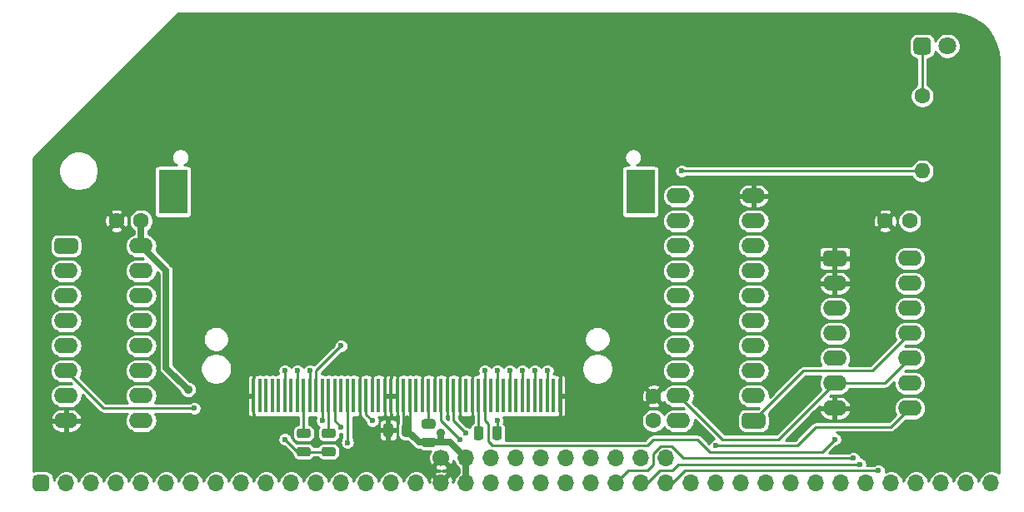
<source format=gbr>
%TF.GenerationSoftware,KiCad,Pcbnew,(5.1.6)-1*%
%TF.CreationDate,2020-12-24T00:42:48-08:00*%
%TF.ProjectId,rc-cfcard,72632d63-6663-4617-9264-2e6b69636164,rev?*%
%TF.SameCoordinates,PX9157080PY9071968*%
%TF.FileFunction,Copper,L1,Top*%
%TF.FilePolarity,Positive*%
%FSLAX46Y46*%
G04 Gerber Fmt 4.6, Leading zero omitted, Abs format (unit mm)*
G04 Created by KiCad (PCBNEW (5.1.6)-1) date 2020-12-24 00:42:48*
%MOMM*%
%LPD*%
G01*
G04 APERTURE LIST*
%TA.AperFunction,SMDPad,CuDef*%
%ADD10R,3.000000X4.500000*%
%TD*%
%TA.AperFunction,SMDPad,CuDef*%
%ADD11R,0.400000X3.500000*%
%TD*%
%TA.AperFunction,ComponentPad*%
%ADD12C,1.600000*%
%TD*%
%TA.AperFunction,ComponentPad*%
%ADD13O,2.400000X1.600000*%
%TD*%
%TA.AperFunction,ComponentPad*%
%ADD14O,1.600000X1.600000*%
%TD*%
%TA.AperFunction,ComponentPad*%
%ADD15C,1.800000*%
%TD*%
%TA.AperFunction,ComponentPad*%
%ADD16O,1.700000X1.700000*%
%TD*%
%TA.AperFunction,ComponentPad*%
%ADD17C,1.700000*%
%TD*%
%TA.AperFunction,ViaPad*%
%ADD18C,0.600000*%
%TD*%
%TA.AperFunction,ViaPad*%
%ADD19C,0.900001*%
%TD*%
%TA.AperFunction,Conductor*%
%ADD20C,0.508000*%
%TD*%
%TA.AperFunction,Conductor*%
%ADD21C,0.254000*%
%TD*%
%TA.AperFunction,Conductor*%
%ADD22C,0.635000*%
%TD*%
%TA.AperFunction,Conductor*%
%ADD23C,0.889000*%
%TD*%
G04 APERTURE END LIST*
%TO.P,R5,2*%
%TO.N,/~PDIAG*%
%TA.AperFunction,SMDPad,CuDef*%
G36*
G01*
X28396250Y6177700D02*
X27483750Y6177700D01*
G75*
G02*
X27240000Y6421450I0J243750D01*
G01*
X27240000Y6908950D01*
G75*
G02*
X27483750Y7152700I243750J0D01*
G01*
X28396250Y7152700D01*
G75*
G02*
X28640000Y6908950I0J-243750D01*
G01*
X28640000Y6421450D01*
G75*
G02*
X28396250Y6177700I-243750J0D01*
G01*
G37*
%TD.AperFunction*%
%TO.P,R5,1*%
%TO.N,+5V*%
%TA.AperFunction,SMDPad,CuDef*%
G36*
G01*
X28396250Y4302700D02*
X27483750Y4302700D01*
G75*
G02*
X27240000Y4546450I0J243750D01*
G01*
X27240000Y5033950D01*
G75*
G02*
X27483750Y5277700I243750J0D01*
G01*
X28396250Y5277700D01*
G75*
G02*
X28640000Y5033950I0J-243750D01*
G01*
X28640000Y4546450D01*
G75*
G02*
X28396250Y4302700I-243750J0D01*
G01*
G37*
%TD.AperFunction*%
%TD*%
%TO.P,R4,2*%
%TO.N,/~DMACK*%
%TA.AperFunction,SMDPad,CuDef*%
G36*
G01*
X30936250Y6177700D02*
X30023750Y6177700D01*
G75*
G02*
X29780000Y6421450I0J243750D01*
G01*
X29780000Y6908950D01*
G75*
G02*
X30023750Y7152700I243750J0D01*
G01*
X30936250Y7152700D01*
G75*
G02*
X31180000Y6908950I0J-243750D01*
G01*
X31180000Y6421450D01*
G75*
G02*
X30936250Y6177700I-243750J0D01*
G01*
G37*
%TD.AperFunction*%
%TO.P,R4,1*%
%TO.N,+5V*%
%TA.AperFunction,SMDPad,CuDef*%
G36*
G01*
X30936250Y4302700D02*
X30023750Y4302700D01*
G75*
G02*
X29780000Y4546450I0J243750D01*
G01*
X29780000Y5033950D01*
G75*
G02*
X30023750Y5277700I243750J0D01*
G01*
X30936250Y5277700D01*
G75*
G02*
X31180000Y5033950I0J-243750D01*
G01*
X31180000Y4546450D01*
G75*
G02*
X30936250Y4302700I-243750J0D01*
G01*
G37*
%TD.AperFunction*%
%TD*%
%TO.P,R3,2*%
%TO.N,/~WE*%
%TA.AperFunction,SMDPad,CuDef*%
G36*
G01*
X41096250Y7130200D02*
X40183750Y7130200D01*
G75*
G02*
X39940000Y7373950I0J243750D01*
G01*
X39940000Y7861450D01*
G75*
G02*
X40183750Y8105200I243750J0D01*
G01*
X41096250Y8105200D01*
G75*
G02*
X41340000Y7861450I0J-243750D01*
G01*
X41340000Y7373950D01*
G75*
G02*
X41096250Y7130200I-243750J0D01*
G01*
G37*
%TD.AperFunction*%
%TO.P,R3,1*%
%TO.N,+5V*%
%TA.AperFunction,SMDPad,CuDef*%
G36*
G01*
X41096250Y5255200D02*
X40183750Y5255200D01*
G75*
G02*
X39940000Y5498950I0J243750D01*
G01*
X39940000Y5986450D01*
G75*
G02*
X40183750Y6230200I243750J0D01*
G01*
X41096250Y6230200D01*
G75*
G02*
X41340000Y5986450I0J-243750D01*
G01*
X41340000Y5498950D01*
G75*
G02*
X41096250Y5255200I-243750J0D01*
G01*
G37*
%TD.AperFunction*%
%TD*%
%TO.P,R2,2*%
%TO.N,/~CS1*%
%TA.AperFunction,SMDPad,CuDef*%
G36*
G01*
X46207500Y7136450D02*
X46207500Y6223950D01*
G75*
G02*
X45963750Y5980200I-243750J0D01*
G01*
X45476250Y5980200D01*
G75*
G02*
X45232500Y6223950I0J243750D01*
G01*
X45232500Y7136450D01*
G75*
G02*
X45476250Y7380200I243750J0D01*
G01*
X45963750Y7380200D01*
G75*
G02*
X46207500Y7136450I0J-243750D01*
G01*
G37*
%TD.AperFunction*%
%TO.P,R2,1*%
%TO.N,+5V*%
%TA.AperFunction,SMDPad,CuDef*%
G36*
G01*
X48082500Y7136450D02*
X48082500Y6223950D01*
G75*
G02*
X47838750Y5980200I-243750J0D01*
G01*
X47351250Y5980200D01*
G75*
G02*
X47107500Y6223950I0J243750D01*
G01*
X47107500Y7136450D01*
G75*
G02*
X47351250Y7380200I243750J0D01*
G01*
X47838750Y7380200D01*
G75*
G02*
X48082500Y7136450I0J-243750D01*
G01*
G37*
%TD.AperFunction*%
%TD*%
%TO.P,C4,1*%
%TO.N,+5V*%
%TA.AperFunction,SMDPad,CuDef*%
G36*
G01*
X38905000Y7453950D02*
X38905000Y6541450D01*
G75*
G02*
X38661250Y6297700I-243750J0D01*
G01*
X38173750Y6297700D01*
G75*
G02*
X37930000Y6541450I0J243750D01*
G01*
X37930000Y7453950D01*
G75*
G02*
X38173750Y7697700I243750J0D01*
G01*
X38661250Y7697700D01*
G75*
G02*
X38905000Y7453950I0J-243750D01*
G01*
G37*
%TD.AperFunction*%
%TO.P,C4,2*%
%TO.N,GND*%
%TA.AperFunction,SMDPad,CuDef*%
G36*
G01*
X37030000Y7453950D02*
X37030000Y6541450D01*
G75*
G02*
X36786250Y6297700I-243750J0D01*
G01*
X36298750Y6297700D01*
G75*
G02*
X36055000Y6541450I0J243750D01*
G01*
X36055000Y7453950D01*
G75*
G02*
X36298750Y7697700I243750J0D01*
G01*
X36786250Y7697700D01*
G75*
G02*
X37030000Y7453950I0J-243750D01*
G01*
G37*
%TD.AperFunction*%
%TD*%
D10*
%TO.P,J3,PAD*%
%TO.N,Net-(J3-PadPAD)*%
X14670000Y31240200D03*
X62170000Y31240200D03*
D11*
%TO.P,J3,50*%
%TO.N,GND*%
X22860000Y10490200D03*
%TO.P,J3,49*%
%TO.N,Net-(J3-Pad49)*%
X24135000Y10490200D03*
%TO.P,J3,48*%
%TO.N,Net-(J3-Pad48)*%
X25405000Y10490200D03*
%TO.P,J3,47*%
%TO.N,Net-(J3-Pad47)*%
X26675000Y10490200D03*
%TO.P,J3,46*%
%TO.N,/~PDIAG*%
X27945000Y10490200D03*
%TO.P,J3,45*%
%TO.N,/~ACT*%
X29215000Y10490200D03*
%TO.P,J3,44*%
%TO.N,/~DMACK*%
X30485000Y10490200D03*
%TO.P,J3,43*%
%TO.N,Net-(J3-Pad43)*%
X31755000Y10490200D03*
%TO.P,J3,42*%
%TO.N,Net-(J3-Pad42)*%
X33025000Y10490200D03*
%TO.P,J3,41*%
%TO.N,~RESET*%
X34295000Y10490200D03*
%TO.P,J3,40*%
%TO.N,Net-(J3-Pad40)*%
X35565000Y10490200D03*
%TO.P,J3,39*%
%TO.N,GND*%
X36835000Y10490200D03*
%TO.P,J3,38*%
%TO.N,+5V*%
X38105000Y10490200D03*
%TO.P,J3,37*%
%TO.N,Net-(J3-Pad37)*%
X39375000Y10490200D03*
%TO.P,J3,36*%
%TO.N,/~WE*%
X40645000Y10490200D03*
%TO.P,J3,35*%
%TO.N,~IOWR*%
X41915000Y10490200D03*
%TO.P,J3,34*%
%TO.N,~IORD*%
X43185000Y10490200D03*
%TO.P,J3,33*%
%TO.N,Net-(J3-Pad33)*%
X44455000Y10490200D03*
%TO.P,J3,32*%
%TO.N,/~CS1*%
X45725000Y10490200D03*
%TO.P,J3,31*%
%TO.N,Net-(J3-Pad31)*%
X46995000Y10490200D03*
%TO.P,J3,30*%
%TO.N,Net-(J3-Pad30)*%
X48265000Y10490200D03*
%TO.P,J3,29*%
%TO.N,Net-(J3-Pad29)*%
X49535000Y10490200D03*
%TO.P,J3,28*%
%TO.N,Net-(J3-Pad28)*%
X50805000Y10490200D03*
%TO.P,J3,27*%
%TO.N,Net-(J3-Pad27)*%
X52075000Y10490200D03*
%TO.P,J3,26*%
%TO.N,Net-(J3-Pad26)*%
X53345000Y10490200D03*
%TO.P,J3,25*%
%TO.N,Net-(J3-Pad25)*%
X23500000Y10490200D03*
%TO.P,J3,24*%
%TO.N,Net-(J3-Pad24)*%
X24770000Y10490200D03*
%TO.P,J3,23*%
%TO.N,D2'*%
X26040000Y10490200D03*
%TO.P,J3,22*%
%TO.N,D1'*%
X27310000Y10490200D03*
%TO.P,J3,21*%
%TO.N,D0'*%
X28580000Y10490200D03*
%TO.P,J3,20*%
%TO.N,A0*%
X29850000Y10490200D03*
%TO.P,J3,19*%
%TO.N,A1*%
X31120000Y10490200D03*
%TO.P,J3,18*%
%TO.N,A2*%
X32390000Y10490200D03*
%TO.P,J3,17*%
%TO.N,GND*%
X33660000Y10490200D03*
%TO.P,J3,16*%
X34930000Y10490200D03*
%TO.P,J3,15*%
X36200000Y10490200D03*
%TO.P,J3,14*%
X37470000Y10490200D03*
%TO.P,J3,13*%
%TO.N,+5V*%
X38740000Y10490200D03*
%TO.P,J3,12*%
%TO.N,GND*%
X40010000Y10490200D03*
%TO.P,J3,11*%
X41280000Y10490200D03*
%TO.P,J3,10*%
X42550000Y10490200D03*
%TO.P,J3,9*%
X43820000Y10490200D03*
%TO.P,J3,8*%
X45090000Y10490200D03*
%TO.P,J3,7*%
%TO.N,~CFCS*%
X46360000Y10490200D03*
%TO.P,J3,6*%
%TO.N,D7'*%
X47630000Y10490200D03*
%TO.P,J3,5*%
%TO.N,D6'*%
X48900000Y10490200D03*
%TO.P,J3,4*%
%TO.N,D5'*%
X50170000Y10490200D03*
%TO.P,J3,3*%
%TO.N,D4'*%
X51440000Y10490200D03*
%TO.P,J3,2*%
%TO.N,D3'*%
X52710000Y10490200D03*
%TO.P,J3,1*%
%TO.N,GND*%
X53980000Y10490200D03*
%TD*%
D12*
%TO.P,C3,2*%
%TO.N,GND*%
X63500000Y10450200D03*
%TO.P,C3,1*%
%TO.N,+5V*%
X63500000Y7950200D03*
%TD*%
%TO.P,C2,2*%
%TO.N,GND*%
X87035000Y28270200D03*
%TO.P,C2,1*%
%TO.N,+5V*%
X89535000Y28270200D03*
%TD*%
%TO.P,C1,2*%
%TO.N,GND*%
X8930000Y28270200D03*
%TO.P,C1,1*%
%TO.N,+5V*%
X11430000Y28270200D03*
%TD*%
D13*
%TO.P,U2,14*%
%TO.N,+5V*%
X89535000Y24460200D03*
%TO.P,U2,7*%
%TO.N,GND*%
X81915000Y9220200D03*
%TO.P,U2,13*%
%TO.N,~RD*%
X89535000Y21920200D03*
%TO.P,U2,6*%
%TO.N,~IOCS*%
X81915000Y11760200D03*
%TO.P,U2,12*%
X89535000Y19380200D03*
%TO.P,U2,5*%
%TO.N,~CFCS*%
X81915000Y14300200D03*
%TO.P,U2,11*%
%TO.N,~IORD*%
X89535000Y16840200D03*
%TO.P,U2,4*%
%TO.N,~IOREQ*%
X81915000Y16840200D03*
%TO.P,U2,10*%
%TO.N,~IOCS*%
X89535000Y14300200D03*
%TO.P,U2,3*%
%TO.N,Net-(U2-Pad3)*%
X81915000Y19380200D03*
%TO.P,U2,9*%
%TO.N,~WR*%
X89535000Y11760200D03*
%TO.P,U2,2*%
%TO.N,GND*%
X81915000Y21920200D03*
%TO.P,U2,8*%
%TO.N,~IOWR*%
X89535000Y9220200D03*
%TO.P,U2,1*%
%TO.N,GND*%
%TA.AperFunction,ComponentPad*%
G36*
G01*
X80715000Y24060200D02*
X80715000Y24860200D01*
G75*
G02*
X81115000Y25260200I400000J0D01*
G01*
X82715000Y25260200D01*
G75*
G02*
X83115000Y24860200I0J-400000D01*
G01*
X83115000Y24060200D01*
G75*
G02*
X82715000Y23660200I-400000J0D01*
G01*
X81115000Y23660200D01*
G75*
G02*
X80715000Y24060200I0J400000D01*
G01*
G37*
%TD.AperFunction*%
%TD*%
D14*
%TO.P,R1,2*%
%TO.N,/~ACT*%
X90805000Y33350200D03*
D12*
%TO.P,R1,1*%
%TO.N,/~ACT'*%
X90805000Y40970200D03*
%TD*%
D15*
%TO.P,D1,2*%
%TO.N,+5V*%
X93345000Y46050200D03*
%TO.P,D1,1*%
%TO.N,/~ACT'*%
%TA.AperFunction,ComponentPad*%
G36*
G01*
X89905000Y45600200D02*
X89905000Y46500200D01*
G75*
G02*
X90355000Y46950200I450000J0D01*
G01*
X91255000Y46950200D01*
G75*
G02*
X91705000Y46500200I0J-450000D01*
G01*
X91705000Y45600200D01*
G75*
G02*
X91255000Y45150200I-450000J0D01*
G01*
X90355000Y45150200D01*
G75*
G02*
X89905000Y45600200I0J450000D01*
G01*
G37*
%TD.AperFunction*%
%TD*%
D13*
%TO.P,U3,20*%
%TO.N,+5V*%
X66040000Y7950200D03*
%TO.P,U3,10*%
%TO.N,GND*%
X73660000Y30810200D03*
%TO.P,U3,19*%
%TO.N,~IOCS*%
X66040000Y10490200D03*
%TO.P,U3,9*%
%TO.N,D7*%
X73660000Y28270200D03*
%TO.P,U3,18*%
%TO.N,D0'*%
X66040000Y13030200D03*
%TO.P,U3,8*%
%TO.N,D6*%
X73660000Y25730200D03*
%TO.P,U3,17*%
%TO.N,D1'*%
X66040000Y15570200D03*
%TO.P,U3,7*%
%TO.N,D5*%
X73660000Y23190200D03*
%TO.P,U3,16*%
%TO.N,D2'*%
X66040000Y18110200D03*
%TO.P,U3,6*%
%TO.N,D4*%
X73660000Y20650200D03*
%TO.P,U3,15*%
%TO.N,D3'*%
X66040000Y20650200D03*
%TO.P,U3,5*%
%TO.N,D3*%
X73660000Y18110200D03*
%TO.P,U3,14*%
%TO.N,D4'*%
X66040000Y23190200D03*
%TO.P,U3,4*%
%TO.N,D2*%
X73660000Y15570200D03*
%TO.P,U3,13*%
%TO.N,D5'*%
X66040000Y25730200D03*
%TO.P,U3,3*%
%TO.N,D1*%
X73660000Y13030200D03*
%TO.P,U3,12*%
%TO.N,D6'*%
X66040000Y28270200D03*
%TO.P,U3,2*%
%TO.N,D0*%
X73660000Y10490200D03*
%TO.P,U3,11*%
%TO.N,D7'*%
X66040000Y30810200D03*
%TO.P,U3,1*%
%TO.N,~IORD*%
%TA.AperFunction,ComponentPad*%
G36*
G01*
X74860000Y8350200D02*
X74860000Y7550200D01*
G75*
G02*
X74460000Y7150200I-400000J0D01*
G01*
X72860000Y7150200D01*
G75*
G02*
X72460000Y7550200I0J400000D01*
G01*
X72460000Y8350200D01*
G75*
G02*
X72860000Y8750200I400000J0D01*
G01*
X74460000Y8750200D01*
G75*
G02*
X74860000Y8350200I0J-400000D01*
G01*
G37*
%TD.AperFunction*%
%TD*%
%TO.P,U1,16*%
%TO.N,+5V*%
X11430000Y25730200D03*
%TO.P,U1,8*%
%TO.N,GND*%
X3810000Y7950200D03*
%TO.P,U1,15*%
%TO.N,Net-(U1-Pad15)*%
X11430000Y23190200D03*
%TO.P,U1,7*%
%TO.N,Net-(U1-Pad7)*%
X3810000Y10490200D03*
%TO.P,U1,14*%
%TO.N,Net-(U1-Pad14)*%
X11430000Y20650200D03*
%TO.P,U1,6*%
%TO.N,~M1*%
X3810000Y13030200D03*
%TO.P,U1,13*%
%TO.N,~CFCS*%
X11430000Y18110200D03*
%TO.P,U1,5*%
%TO.N,A7*%
X3810000Y15570200D03*
%TO.P,U1,12*%
%TO.N,Net-(U1-Pad12)*%
X11430000Y15570200D03*
%TO.P,U1,4*%
%TO.N,A6*%
X3810000Y18110200D03*
%TO.P,U1,11*%
%TO.N,Net-(U1-Pad11)*%
X11430000Y13030200D03*
%TO.P,U1,3*%
%TO.N,A5*%
X3810000Y20650200D03*
%TO.P,U1,10*%
%TO.N,Net-(U1-Pad10)*%
X11430000Y10490200D03*
%TO.P,U1,2*%
%TO.N,A4*%
X3810000Y23190200D03*
%TO.P,U1,9*%
%TO.N,Net-(U1-Pad9)*%
X11430000Y7950200D03*
%TO.P,U1,1*%
%TO.N,A3*%
%TA.AperFunction,ComponentPad*%
G36*
G01*
X2610000Y25330200D02*
X2610000Y26130200D01*
G75*
G02*
X3010000Y26530200I400000J0D01*
G01*
X4610000Y26530200D01*
G75*
G02*
X5010000Y26130200I0J-400000D01*
G01*
X5010000Y25330200D01*
G75*
G02*
X4610000Y24930200I-400000J0D01*
G01*
X3010000Y24930200D01*
G75*
G02*
X2610000Y25330200I0J400000D01*
G01*
G37*
%TD.AperFunction*%
%TD*%
D16*
%TO.P,J2,10*%
%TO.N,Net-(J2-Pad10)*%
X64770000Y4140200D03*
%TO.P,J2,9*%
%TO.N,Net-(J2-Pad9)*%
X62230000Y4140200D03*
%TO.P,J2,8*%
%TO.N,Net-(J2-Pad8)*%
X59690000Y4140200D03*
%TO.P,J2,7*%
%TO.N,Net-(J2-Pad7)*%
X57150000Y4140200D03*
%TO.P,J2,6*%
%TO.N,Net-(J2-Pad6)*%
X54610000Y4140200D03*
%TO.P,J2,5*%
%TO.N,Net-(J2-Pad5)*%
X52070000Y4140200D03*
%TO.P,J2,4*%
%TO.N,Net-(J2-Pad4)*%
X49530000Y4140200D03*
%TO.P,J2,3*%
%TO.N,Net-(J2-Pad3)*%
X46990000Y4140200D03*
%TO.P,J2,2*%
%TO.N,+5V*%
X44450000Y4140200D03*
D17*
%TO.P,J2,1*%
%TO.N,GND*%
X41910000Y4140200D03*
%TD*%
D16*
%TO.P,J1,39*%
%TO.N,Net-(J1-Pad39)*%
X97790000Y1600200D03*
%TO.P,J1,38*%
%TO.N,Net-(J1-Pad38)*%
X95250000Y1600200D03*
%TO.P,J1,37*%
%TO.N,Net-(J1-Pad37)*%
X92710000Y1600200D03*
%TO.P,J1,36*%
%TO.N,Net-(J1-Pad36)*%
X90170000Y1600200D03*
%TO.P,J1,35*%
%TO.N,Net-(J1-Pad35)*%
X87630000Y1600200D03*
%TO.P,J1,34*%
%TO.N,D7*%
X85090000Y1600200D03*
%TO.P,J1,33*%
%TO.N,D6*%
X82550000Y1600200D03*
%TO.P,J1,32*%
%TO.N,D5*%
X80010000Y1600200D03*
%TO.P,J1,31*%
%TO.N,D4*%
X77470000Y1600200D03*
%TO.P,J1,30*%
%TO.N,D3*%
X74930000Y1600200D03*
%TO.P,J1,29*%
%TO.N,D2*%
X72390000Y1600200D03*
%TO.P,J1,28*%
%TO.N,D1*%
X69850000Y1600200D03*
%TO.P,J1,27*%
%TO.N,D0*%
X67310000Y1600200D03*
%TO.P,J1,26*%
%TO.N,~IOREQ*%
X64770000Y1600200D03*
%TO.P,J1,25*%
%TO.N,~RD*%
X62230000Y1600200D03*
%TO.P,J1,24*%
%TO.N,~WR*%
X59690000Y1600200D03*
%TO.P,J1,23*%
%TO.N,Net-(J1-Pad23)*%
X57150000Y1600200D03*
%TO.P,J1,22*%
%TO.N,Net-(J1-Pad22)*%
X54610000Y1600200D03*
%TO.P,J1,21*%
%TO.N,Net-(J1-Pad21)*%
X52070000Y1600200D03*
%TO.P,J1,20*%
%TO.N,~RESET*%
X49530000Y1600200D03*
%TO.P,J1,19*%
%TO.N,~M1*%
X46990000Y1600200D03*
%TO.P,J1,18*%
%TO.N,+5V*%
X44450000Y1600200D03*
%TO.P,J1,17*%
%TO.N,GND*%
X41910000Y1600200D03*
%TO.P,J1,16*%
%TO.N,A0*%
X39370000Y1600200D03*
%TO.P,J1,15*%
%TO.N,A1*%
X36830000Y1600200D03*
%TO.P,J1,14*%
%TO.N,A2*%
X34290000Y1600200D03*
%TO.P,J1,13*%
%TO.N,A3*%
X31750000Y1600200D03*
%TO.P,J1,12*%
%TO.N,A4*%
X29210000Y1600200D03*
%TO.P,J1,11*%
%TO.N,A5*%
X26670000Y1600200D03*
%TO.P,J1,10*%
%TO.N,A6*%
X24130000Y1600200D03*
%TO.P,J1,9*%
%TO.N,A7*%
X21590000Y1600200D03*
%TO.P,J1,8*%
%TO.N,Net-(J1-Pad8)*%
X19050000Y1600200D03*
%TO.P,J1,7*%
%TO.N,Net-(J1-Pad7)*%
X16510000Y1600200D03*
%TO.P,J1,6*%
%TO.N,Net-(J1-Pad6)*%
X13970000Y1600200D03*
%TO.P,J1,5*%
%TO.N,Net-(J1-Pad5)*%
X11430000Y1600200D03*
%TO.P,J1,4*%
%TO.N,Net-(J1-Pad4)*%
X8890000Y1600200D03*
%TO.P,J1,3*%
%TO.N,Net-(J1-Pad3)*%
X6350000Y1600200D03*
%TO.P,J1,2*%
%TO.N,Net-(J1-Pad2)*%
X3810000Y1600200D03*
%TO.P,J1,1*%
%TO.N,Net-(J1-Pad1)*%
%TA.AperFunction,ComponentPad*%
G36*
G01*
X1695000Y750200D02*
X845000Y750200D01*
G75*
G02*
X420000Y1175200I0J425000D01*
G01*
X420000Y2025200D01*
G75*
G02*
X845000Y2450200I425000J0D01*
G01*
X1695000Y2450200D01*
G75*
G02*
X2120000Y2025200I0J-425000D01*
G01*
X2120000Y1175200D01*
G75*
G02*
X1695000Y750200I-425000J0D01*
G01*
G37*
%TD.AperFunction*%
%TD*%
D18*
%TO.N,GND*%
X85725000Y9855200D03*
X85725000Y16840200D03*
X85725000Y5410200D03*
X17780000Y10109200D03*
X22860000Y14046200D03*
X17780000Y7632700D03*
X15240000Y16078200D03*
X78740000Y35255200D03*
X93345000Y40970200D03*
X67945000Y21920200D03*
X70485000Y7950200D03*
X55880000Y9537700D03*
X31432500Y3505200D03*
X38481000Y5473700D03*
X83820000Y42875200D03*
X15240000Y20650200D03*
X36830000Y16522700D03*
X59372500Y28270200D03*
X72072500Y35255200D03*
%TO.N,~IOREQ*%
X86360000Y2870200D03*
%TO.N,~RD*%
X84455000Y3505200D03*
%TO.N,~WR*%
X83820000Y4140200D03*
%TO.N,~RESET*%
X34925000Y7950200D03*
%TO.N,+5V*%
X47595000Y7950200D03*
D19*
X16192500Y11125200D03*
X41910000Y6680200D03*
D18*
X26035000Y6045200D03*
%TO.N,A0*%
X29845000Y7945200D03*
%TO.N,A1*%
X31749992Y7310200D03*
%TO.N,A2*%
X32390000Y5722700D03*
%TO.N,~M1*%
X16827500Y9220200D03*
%TO.N,~IOWR*%
X69850000Y5410200D03*
X43815108Y6045200D03*
%TO.N,~IORD*%
X44450000Y6680200D03*
%TO.N,/~ACT*%
X31750000Y15570200D03*
X66357500Y33350200D03*
%TO.N,D2'*%
X26035000Y13030200D03*
%TO.N,D1'*%
X27305000Y13030200D03*
%TO.N,D0'*%
X28575000Y13030200D03*
%TO.N,~CFCS*%
X81915000Y6045200D03*
X46355000Y13030192D03*
%TO.N,D7'*%
X47625000Y13030200D03*
%TO.N,D6'*%
X48895000Y13030200D03*
%TO.N,D5'*%
X50165000Y13030200D03*
%TO.N,D4'*%
X51435000Y13030200D03*
%TO.N,D3'*%
X52705000Y13030196D03*
%TD*%
D20*
%TO.N,GND*%
X41910000Y1600200D02*
X40640000Y2870200D01*
X41910000Y1600200D02*
X43180000Y2870200D01*
D21*
%TO.N,D7*%
X85090000Y1600200D02*
X85090000Y2235200D01*
X85090000Y2235200D02*
X85139462Y2235200D01*
%TO.N,~IOREQ*%
X64770000Y1600200D02*
X65405000Y1600200D01*
X66675000Y2870200D02*
X86360000Y2870200D01*
X65405000Y1600200D02*
X66675000Y2870200D01*
%TO.N,~RD*%
X65405000Y2870200D02*
X66040000Y3505200D01*
X62230000Y1600200D02*
X62865000Y1600200D01*
X62865000Y1600200D02*
X64135000Y2870200D01*
X64135000Y2870200D02*
X65405000Y2870200D01*
X66040000Y3505200D02*
X84455000Y3505200D01*
%TO.N,~WR*%
X65334961Y5317201D02*
X66511962Y4140200D01*
X66511962Y4140200D02*
X83820000Y4140200D01*
X63500000Y3505200D02*
X63500000Y4612162D01*
X62865000Y2870200D02*
X63500000Y3505200D01*
X60960000Y2870200D02*
X62865000Y2870200D01*
X64205039Y5317201D02*
X65334961Y5317201D01*
X63500000Y4612162D02*
X64205039Y5317201D01*
X59690000Y1600200D02*
X60960000Y2870200D01*
%TO.N,~RESET*%
X34295000Y8580200D02*
X34295000Y10490200D01*
X34925000Y7950200D02*
X34295000Y8580200D01*
D22*
%TO.N,+5V*%
X44450000Y1600200D02*
X44450000Y4140200D01*
X11430000Y25730200D02*
X11430000Y28270200D01*
D21*
X38740000Y10490200D02*
X38735000Y7950200D01*
X38105000Y10490200D02*
X38100000Y7950200D01*
X47595000Y6680200D02*
X47595000Y7950200D01*
D22*
X40640000Y5742700D02*
X39672500Y5742700D01*
X39672500Y5742700D02*
X38417500Y6997700D01*
D21*
X27940000Y4790200D02*
X30480000Y4790200D01*
D22*
X13970000Y13347700D02*
X16192500Y11125200D01*
X11430000Y25730200D02*
X13970000Y23190200D01*
X13970000Y23190200D02*
X13970000Y13347700D01*
X41910000Y5742700D02*
X40640000Y5742700D01*
X41910000Y6680200D02*
X41910000Y5742700D01*
X42847500Y5742700D02*
X44450000Y4140200D01*
X41910000Y5742700D02*
X42847500Y5742700D01*
D21*
X27290000Y4790200D02*
X26035000Y6045200D01*
X27940000Y4790200D02*
X27290000Y4790200D01*
D23*
X38417500Y6997700D02*
X38417500Y8077200D01*
D21*
%TO.N,A0*%
X29850000Y10490200D02*
X29850000Y7950200D01*
X29850000Y7950200D02*
X29845000Y7945200D01*
%TO.N,A1*%
X31120000Y10490200D02*
X31120000Y7940192D01*
X31120000Y7940192D02*
X31749992Y7310200D01*
%TO.N,A2*%
X32390000Y10490200D02*
X32390000Y5722700D01*
%TO.N,~M1*%
X7620000Y9220200D02*
X16827500Y9220200D01*
X3810000Y13030200D02*
X7620000Y9220200D01*
%TO.N,~IOWR*%
X87630000Y7315200D02*
X80010000Y7315200D01*
X89535000Y9220200D02*
X87630000Y7315200D01*
X80010000Y7315200D02*
X78105000Y5410200D01*
X78105000Y5410200D02*
X69850000Y5410200D01*
X41915000Y7945308D02*
X43815108Y6045200D01*
X41915000Y10490200D02*
X41915000Y7945308D01*
%TO.N,~IORD*%
X85725000Y13030200D02*
X89535000Y16840200D01*
X73660000Y7950200D02*
X78740000Y13030200D01*
X78740000Y13030200D02*
X85725000Y13030200D01*
X43185000Y7945200D02*
X44450000Y6680200D01*
X43185000Y10490200D02*
X43185000Y7945200D01*
%TO.N,/~ACT'*%
X90805000Y46050200D02*
X90805000Y40970200D01*
%TO.N,/~PDIAG*%
X27940000Y10485200D02*
X27945000Y10490200D01*
X27940000Y6665200D02*
X27940000Y10485200D01*
%TO.N,/~ACT*%
X29215000Y13035200D02*
X31750000Y15570200D01*
X29215000Y10490200D02*
X29215000Y13035200D01*
X90805000Y33350200D02*
X66357500Y33350200D01*
%TO.N,/~DMACK*%
X30480000Y10485200D02*
X30485000Y10490200D01*
X30480000Y6680200D02*
X30480000Y10485200D01*
%TO.N,/~WE*%
X40640000Y10485200D02*
X40645000Y10490200D01*
X40640000Y7617700D02*
X40640000Y10485200D01*
%TO.N,/~CS1*%
X45725000Y6685200D02*
X45725000Y10490200D01*
X45720000Y6680200D02*
X45725000Y6685200D01*
%TO.N,D2'*%
X26040000Y10490200D02*
X26040000Y13025200D01*
%TO.N,D1'*%
X27310000Y10490200D02*
X27310000Y13025200D01*
%TO.N,D0'*%
X28580000Y10490200D02*
X28580000Y13025200D01*
X28580000Y13025200D02*
X28575000Y13030200D01*
%TO.N,~CFCS*%
X46360000Y10490200D02*
X46360000Y13025192D01*
X80645000Y4775200D02*
X81915000Y6045200D01*
X69215000Y4775200D02*
X80645000Y4775200D01*
X67945000Y6045200D02*
X69215000Y4775200D01*
X46360000Y7945200D02*
X46672500Y7632700D01*
X46672500Y7632700D02*
X46672500Y5886450D01*
X62865000Y5410200D02*
X63500000Y6045200D01*
X46360000Y10490200D02*
X46360000Y7945200D01*
X63500000Y6045200D02*
X67945000Y6045200D01*
X46672500Y5886450D02*
X47148750Y5410200D01*
X47148750Y5410200D02*
X62865000Y5410200D01*
%TO.N,D7'*%
X47630000Y10490200D02*
X47630000Y13025200D01*
X47630000Y13025200D02*
X47625000Y13030200D01*
%TO.N,D6'*%
X48900000Y13025200D02*
X48895000Y13030200D01*
X48900000Y10490200D02*
X48900000Y13025200D01*
%TO.N,D5'*%
X50170000Y10490200D02*
X50170000Y13025200D01*
X50170000Y13025200D02*
X50165000Y13030200D01*
%TO.N,D4'*%
X51440000Y13025200D02*
X51435000Y13030200D01*
X51440000Y10490200D02*
X51440000Y13025200D01*
%TO.N,D3'*%
X52710000Y13025196D02*
X52705000Y13030196D01*
X52710000Y10490200D02*
X52710000Y13025196D01*
%TO.N,~IOCS*%
X86995000Y11760200D02*
X89535000Y14300200D01*
X81915000Y11760200D02*
X86995000Y11760200D01*
X66040000Y10490200D02*
X70485000Y6045200D01*
X76200000Y6045200D02*
X81915000Y11760200D01*
X70485000Y6045200D02*
X76200000Y6045200D01*
%TD*%
%TO.N,GND*%
G36*
X42037000Y1727200D02*
G01*
X42057000Y1727200D01*
X42057000Y1473200D01*
X42037000Y1473200D01*
X42037000Y1453200D01*
X41783000Y1453200D01*
X41783000Y1473200D01*
X41763000Y1473200D01*
X41763000Y1727200D01*
X41783000Y1727200D01*
X41783000Y1747200D01*
X42037000Y1747200D01*
X42037000Y1727200D01*
G37*
X42037000Y1727200D02*
X42057000Y1727200D01*
X42057000Y1473200D01*
X42037000Y1473200D01*
X42037000Y1453200D01*
X41783000Y1453200D01*
X41783000Y1473200D01*
X41763000Y1473200D01*
X41763000Y1727200D01*
X41783000Y1727200D01*
X41783000Y1747200D01*
X42037000Y1747200D01*
X42037000Y1727200D01*
G36*
X94730956Y49280497D02*
G01*
X95517463Y49069754D01*
X96255433Y48725633D01*
X96922429Y48258597D01*
X97498197Y47682829D01*
X97965233Y47015833D01*
X98309354Y46277863D01*
X98520098Y45491355D01*
X98594600Y44639789D01*
X98594601Y2604191D01*
X98397160Y2736116D01*
X98163887Y2832741D01*
X97916246Y2882000D01*
X97663754Y2882000D01*
X97416113Y2832741D01*
X97182840Y2736116D01*
X96972900Y2595839D01*
X96794361Y2417300D01*
X96654084Y2207360D01*
X96557459Y1974087D01*
X96520000Y1785768D01*
X96482541Y1974087D01*
X96385916Y2207360D01*
X96245639Y2417300D01*
X96067100Y2595839D01*
X95857160Y2736116D01*
X95623887Y2832741D01*
X95376246Y2882000D01*
X95123754Y2882000D01*
X94876113Y2832741D01*
X94642840Y2736116D01*
X94432900Y2595839D01*
X94254361Y2417300D01*
X94114084Y2207360D01*
X94017459Y1974087D01*
X93980000Y1785768D01*
X93942541Y1974087D01*
X93845916Y2207360D01*
X93705639Y2417300D01*
X93527100Y2595839D01*
X93317160Y2736116D01*
X93083887Y2832741D01*
X92836246Y2882000D01*
X92583754Y2882000D01*
X92336113Y2832741D01*
X92102840Y2736116D01*
X91892900Y2595839D01*
X91714361Y2417300D01*
X91574084Y2207360D01*
X91477459Y1974087D01*
X91440000Y1785768D01*
X91402541Y1974087D01*
X91305916Y2207360D01*
X91165639Y2417300D01*
X90987100Y2595839D01*
X90777160Y2736116D01*
X90543887Y2832741D01*
X90296246Y2882000D01*
X90043754Y2882000D01*
X89796113Y2832741D01*
X89562840Y2736116D01*
X89352900Y2595839D01*
X89174361Y2417300D01*
X89034084Y2207360D01*
X88937459Y1974087D01*
X88900000Y1785768D01*
X88862541Y1974087D01*
X88765916Y2207360D01*
X88625639Y2417300D01*
X88447100Y2595839D01*
X88237160Y2736116D01*
X88003887Y2832741D01*
X87756246Y2882000D01*
X87503754Y2882000D01*
X87256113Y2832741D01*
X87084550Y2761677D01*
X87091800Y2798124D01*
X87091800Y2942276D01*
X87063677Y3083658D01*
X87008513Y3216837D01*
X86928426Y3336695D01*
X86826495Y3438626D01*
X86706637Y3518713D01*
X86573458Y3573877D01*
X86432076Y3602000D01*
X86287924Y3602000D01*
X86146542Y3573877D01*
X86013363Y3518713D01*
X85893505Y3438626D01*
X85883879Y3429000D01*
X85185980Y3429000D01*
X85186800Y3433124D01*
X85186800Y3577276D01*
X85158677Y3718658D01*
X85103513Y3851837D01*
X85023426Y3971695D01*
X84921495Y4073626D01*
X84801637Y4153713D01*
X84668458Y4208877D01*
X84547698Y4232898D01*
X84523677Y4353658D01*
X84468513Y4486837D01*
X84388426Y4606695D01*
X84286495Y4708626D01*
X84166637Y4788713D01*
X84033458Y4843877D01*
X83892076Y4872000D01*
X83747924Y4872000D01*
X83606542Y4843877D01*
X83473363Y4788713D01*
X83353505Y4708626D01*
X83343879Y4699000D01*
X81359062Y4699000D01*
X81973462Y5313400D01*
X81987076Y5313400D01*
X82128458Y5341523D01*
X82261637Y5396687D01*
X82381495Y5476774D01*
X82483426Y5578705D01*
X82563513Y5698563D01*
X82618677Y5831742D01*
X82646800Y5973124D01*
X82646800Y6117276D01*
X82618677Y6258658D01*
X82563513Y6391837D01*
X82483426Y6511695D01*
X82381495Y6613626D01*
X82261637Y6693713D01*
X82128458Y6748877D01*
X82090638Y6756400D01*
X87602558Y6756400D01*
X87630000Y6753697D01*
X87657442Y6756400D01*
X87657444Y6756400D01*
X87739544Y6764486D01*
X87844878Y6796439D01*
X87941954Y6848327D01*
X88027043Y6918157D01*
X88044543Y6939481D01*
X89093463Y7988400D01*
X89995513Y7988400D01*
X90176475Y8006223D01*
X90408670Y8076659D01*
X90622663Y8191040D01*
X90810228Y8344972D01*
X90964160Y8532537D01*
X91078541Y8746530D01*
X91148977Y8978725D01*
X91172760Y9220200D01*
X91148977Y9461675D01*
X91078541Y9693870D01*
X90964160Y9907863D01*
X90810228Y10095428D01*
X90622663Y10249360D01*
X90408670Y10363741D01*
X90176475Y10434177D01*
X89995513Y10452000D01*
X89074487Y10452000D01*
X88893525Y10434177D01*
X88661330Y10363741D01*
X88447337Y10249360D01*
X88259772Y10095428D01*
X88105840Y9907863D01*
X87991459Y9693870D01*
X87921023Y9461675D01*
X87897240Y9220200D01*
X87921023Y8978725D01*
X87991459Y8746530D01*
X88088854Y8564316D01*
X87398538Y7874000D01*
X80037442Y7874000D01*
X80010000Y7876703D01*
X79982558Y7874000D01*
X79982556Y7874000D01*
X79900456Y7865914D01*
X79801066Y7835764D01*
X79795122Y7833961D01*
X79698045Y7782073D01*
X79659725Y7750624D01*
X79612957Y7712243D01*
X79595462Y7690925D01*
X77873538Y5969000D01*
X76914062Y5969000D01*
X79848156Y8903094D01*
X80324716Y8903094D01*
X80328364Y8866143D01*
X80420238Y8641445D01*
X80554183Y8438988D01*
X80725052Y8266553D01*
X80926278Y8130766D01*
X81150128Y8036845D01*
X81388000Y7988400D01*
X81788000Y7988400D01*
X81788000Y9093200D01*
X82042000Y9093200D01*
X82042000Y7988400D01*
X82442000Y7988400D01*
X82679872Y8036845D01*
X82903722Y8130766D01*
X83104948Y8266553D01*
X83275817Y8438988D01*
X83409762Y8641445D01*
X83501636Y8866143D01*
X83505284Y8903094D01*
X83431651Y9093200D01*
X82042000Y9093200D01*
X81788000Y9093200D01*
X80398349Y9093200D01*
X80324716Y8903094D01*
X79848156Y8903094D01*
X80368731Y9423668D01*
X80398349Y9347200D01*
X81788000Y9347200D01*
X81788000Y10452000D01*
X82042000Y10452000D01*
X82042000Y9347200D01*
X83431651Y9347200D01*
X83505284Y9537306D01*
X83501636Y9574257D01*
X83409762Y9798955D01*
X83275817Y10001412D01*
X83104948Y10173847D01*
X82903722Y10309634D01*
X82679872Y10403555D01*
X82442000Y10452000D01*
X82042000Y10452000D01*
X81788000Y10452000D01*
X81397063Y10452000D01*
X81473463Y10528400D01*
X82375513Y10528400D01*
X82556475Y10546223D01*
X82788670Y10616659D01*
X83002663Y10731040D01*
X83190228Y10884972D01*
X83344160Y11072537D01*
X83413038Y11201400D01*
X86967558Y11201400D01*
X86995000Y11198697D01*
X87022442Y11201400D01*
X87022444Y11201400D01*
X87104544Y11209486D01*
X87209878Y11241439D01*
X87306954Y11293327D01*
X87392043Y11363157D01*
X87409543Y11384481D01*
X87909474Y11884412D01*
X87897240Y11760200D01*
X87921023Y11518725D01*
X87991459Y11286530D01*
X88105840Y11072537D01*
X88259772Y10884972D01*
X88447337Y10731040D01*
X88661330Y10616659D01*
X88893525Y10546223D01*
X89074487Y10528400D01*
X89995513Y10528400D01*
X90176475Y10546223D01*
X90408670Y10616659D01*
X90622663Y10731040D01*
X90810228Y10884972D01*
X90964160Y11072537D01*
X91078541Y11286530D01*
X91148977Y11518725D01*
X91172760Y11760200D01*
X91148977Y12001675D01*
X91078541Y12233870D01*
X90964160Y12447863D01*
X90810228Y12635428D01*
X90622663Y12789360D01*
X90408670Y12903741D01*
X90176475Y12974177D01*
X89995513Y12992000D01*
X89074487Y12992000D01*
X89010788Y12985726D01*
X89093462Y13068400D01*
X89995513Y13068400D01*
X90176475Y13086223D01*
X90408670Y13156659D01*
X90622663Y13271040D01*
X90810228Y13424972D01*
X90964160Y13612537D01*
X91078541Y13826530D01*
X91148977Y14058725D01*
X91172760Y14300200D01*
X91148977Y14541675D01*
X91078541Y14773870D01*
X90964160Y14987863D01*
X90810228Y15175428D01*
X90622663Y15329360D01*
X90408670Y15443741D01*
X90176475Y15514177D01*
X89995513Y15532000D01*
X89074487Y15532000D01*
X89010789Y15525726D01*
X89093463Y15608400D01*
X89995513Y15608400D01*
X90176475Y15626223D01*
X90408670Y15696659D01*
X90622663Y15811040D01*
X90810228Y15964972D01*
X90964160Y16152537D01*
X91078541Y16366530D01*
X91148977Y16598725D01*
X91172760Y16840200D01*
X91148977Y17081675D01*
X91078541Y17313870D01*
X90964160Y17527863D01*
X90810228Y17715428D01*
X90622663Y17869360D01*
X90408670Y17983741D01*
X90176475Y18054177D01*
X89995513Y18072000D01*
X89074487Y18072000D01*
X88893525Y18054177D01*
X88661330Y17983741D01*
X88447337Y17869360D01*
X88259772Y17715428D01*
X88105840Y17527863D01*
X87991459Y17313870D01*
X87921023Y17081675D01*
X87897240Y16840200D01*
X87921023Y16598725D01*
X87991459Y16366530D01*
X88088854Y16184316D01*
X85493538Y13589000D01*
X83324844Y13589000D01*
X83344160Y13612537D01*
X83458541Y13826530D01*
X83528977Y14058725D01*
X83552760Y14300200D01*
X83528977Y14541675D01*
X83458541Y14773870D01*
X83344160Y14987863D01*
X83190228Y15175428D01*
X83002663Y15329360D01*
X82788670Y15443741D01*
X82556475Y15514177D01*
X82375513Y15532000D01*
X81454487Y15532000D01*
X81273525Y15514177D01*
X81041330Y15443741D01*
X80827337Y15329360D01*
X80639772Y15175428D01*
X80485840Y14987863D01*
X80371459Y14773870D01*
X80301023Y14541675D01*
X80277240Y14300200D01*
X80301023Y14058725D01*
X80371459Y13826530D01*
X80485840Y13612537D01*
X80505156Y13589000D01*
X78767442Y13589000D01*
X78740000Y13591703D01*
X78712558Y13589000D01*
X78712556Y13589000D01*
X78630456Y13580914D01*
X78525122Y13548961D01*
X78428046Y13497073D01*
X78342957Y13427243D01*
X78325462Y13405925D01*
X75285526Y10365989D01*
X75297760Y10490200D01*
X75273977Y10731675D01*
X75203541Y10963870D01*
X75089160Y11177863D01*
X74935228Y11365428D01*
X74747663Y11519360D01*
X74533670Y11633741D01*
X74301475Y11704177D01*
X74120513Y11722000D01*
X73199487Y11722000D01*
X73018525Y11704177D01*
X72786330Y11633741D01*
X72572337Y11519360D01*
X72384772Y11365428D01*
X72230840Y11177863D01*
X72116459Y10963870D01*
X72046023Y10731675D01*
X72022240Y10490200D01*
X72046023Y10248725D01*
X72116459Y10016530D01*
X72230840Y9802537D01*
X72384772Y9614972D01*
X72572337Y9461040D01*
X72786330Y9346659D01*
X73018525Y9276223D01*
X73199487Y9258400D01*
X74120513Y9258400D01*
X74184212Y9264674D01*
X74103627Y9184089D01*
X72860000Y9184089D01*
X72697316Y9168066D01*
X72540884Y9120613D01*
X72396716Y9043553D01*
X72270351Y8939849D01*
X72166647Y8813484D01*
X72089587Y8669316D01*
X72042134Y8512884D01*
X72026111Y8350200D01*
X72026111Y7550200D01*
X72042134Y7387516D01*
X72089587Y7231084D01*
X72166647Y7086916D01*
X72270351Y6960551D01*
X72396716Y6856847D01*
X72540884Y6779787D01*
X72697316Y6732334D01*
X72860000Y6716311D01*
X74460000Y6716311D01*
X74622684Y6732334D01*
X74779116Y6779787D01*
X74923284Y6856847D01*
X75049649Y6960551D01*
X75153353Y7086916D01*
X75230413Y7231084D01*
X75277866Y7387516D01*
X75293889Y7550200D01*
X75293889Y8350200D01*
X75277866Y8512884D01*
X75230413Y8669316D01*
X75209153Y8709091D01*
X78971463Y12471400D01*
X80505156Y12471400D01*
X80485840Y12447863D01*
X80371459Y12233870D01*
X80301023Y12001675D01*
X80277240Y11760200D01*
X80301023Y11518725D01*
X80371459Y11286530D01*
X80468854Y11104316D01*
X75968538Y6604000D01*
X70716462Y6604000D01*
X67486146Y9834316D01*
X67583541Y10016530D01*
X67653977Y10248725D01*
X67677760Y10490200D01*
X67653977Y10731675D01*
X67583541Y10963870D01*
X67469160Y11177863D01*
X67315228Y11365428D01*
X67127663Y11519360D01*
X66913670Y11633741D01*
X66681475Y11704177D01*
X66500513Y11722000D01*
X65579487Y11722000D01*
X65398525Y11704177D01*
X65166330Y11633741D01*
X64952337Y11519360D01*
X64764772Y11365428D01*
X64610840Y11177863D01*
X64557049Y11077227D01*
X64383635Y11154230D01*
X63679605Y10450200D01*
X64383635Y9746170D01*
X64570732Y9829249D01*
X64582615Y9855342D01*
X64610840Y9802537D01*
X64764772Y9614972D01*
X64952337Y9461040D01*
X65166330Y9346659D01*
X65398525Y9276223D01*
X65579487Y9258400D01*
X66481538Y9258400D01*
X66564212Y9175726D01*
X66500513Y9182000D01*
X65579487Y9182000D01*
X65398525Y9164177D01*
X65166330Y9093741D01*
X64952337Y8979360D01*
X64764772Y8825428D01*
X64610840Y8637863D01*
X64571353Y8563988D01*
X64456801Y8735427D01*
X64285227Y8907001D01*
X64083476Y9041807D01*
X63859303Y9134662D01*
X63621322Y9182000D01*
X63378678Y9182000D01*
X63140697Y9134662D01*
X62916524Y9041807D01*
X62714773Y8907001D01*
X62543199Y8735427D01*
X62408393Y8533676D01*
X62315538Y8309503D01*
X62268200Y8071522D01*
X62268200Y7828878D01*
X62315538Y7590897D01*
X62408393Y7366724D01*
X62543199Y7164973D01*
X62714773Y6993399D01*
X62916524Y6858593D01*
X63140697Y6765738D01*
X63378678Y6718400D01*
X63621322Y6718400D01*
X63859303Y6765738D01*
X64083476Y6858593D01*
X64285227Y6993399D01*
X64456801Y7164973D01*
X64571353Y7336412D01*
X64610840Y7262537D01*
X64764772Y7074972D01*
X64952337Y6921040D01*
X65166330Y6806659D01*
X65398525Y6736223D01*
X65579487Y6718400D01*
X66500513Y6718400D01*
X66681475Y6736223D01*
X66913670Y6806659D01*
X67127663Y6921040D01*
X67315228Y7074972D01*
X67469160Y7262537D01*
X67583541Y7476530D01*
X67653977Y7708725D01*
X67677760Y7950200D01*
X67665526Y8074412D01*
X69629131Y6110807D01*
X69503363Y6058713D01*
X69383505Y5978626D01*
X69281574Y5876695D01*
X69201487Y5756837D01*
X69149393Y5631069D01*
X68359543Y6420919D01*
X68342043Y6442243D01*
X68256954Y6512073D01*
X68159878Y6563961D01*
X68054544Y6595914D01*
X67972444Y6604000D01*
X67972442Y6604000D01*
X67945000Y6606703D01*
X67917558Y6604000D01*
X63527444Y6604000D01*
X63500000Y6606703D01*
X63390455Y6595914D01*
X63285122Y6563961D01*
X63188045Y6512073D01*
X63150374Y6481157D01*
X63102957Y6442243D01*
X63085463Y6420926D01*
X62633538Y5969000D01*
X48466133Y5969000D01*
X48503368Y6091749D01*
X48516389Y6223950D01*
X48516389Y7136450D01*
X48503368Y7268651D01*
X48464807Y7395771D01*
X48402186Y7512926D01*
X48317913Y7615613D01*
X48266113Y7658124D01*
X48298677Y7736742D01*
X48326800Y7878124D01*
X48326800Y8022276D01*
X48298677Y8163658D01*
X48243513Y8296837D01*
X48237183Y8306311D01*
X48465000Y8306311D01*
X48549648Y8314648D01*
X48582500Y8324614D01*
X48615352Y8314648D01*
X48700000Y8306311D01*
X49100000Y8306311D01*
X49184648Y8314648D01*
X49217500Y8324614D01*
X49250352Y8314648D01*
X49335000Y8306311D01*
X49735000Y8306311D01*
X49819648Y8314648D01*
X49852500Y8324614D01*
X49885352Y8314648D01*
X49970000Y8306311D01*
X50370000Y8306311D01*
X50454648Y8314648D01*
X50487500Y8324614D01*
X50520352Y8314648D01*
X50605000Y8306311D01*
X51005000Y8306311D01*
X51089648Y8314648D01*
X51122500Y8324614D01*
X51155352Y8314648D01*
X51240000Y8306311D01*
X51640000Y8306311D01*
X51724648Y8314648D01*
X51757500Y8324614D01*
X51790352Y8314648D01*
X51875000Y8306311D01*
X52275000Y8306311D01*
X52359648Y8314648D01*
X52392500Y8324614D01*
X52425352Y8314648D01*
X52510000Y8306311D01*
X52910000Y8306311D01*
X52994648Y8314648D01*
X53027500Y8324614D01*
X53060352Y8314648D01*
X53145000Y8306311D01*
X53545000Y8306311D01*
X53629648Y8314648D01*
X53662500Y8324614D01*
X53695352Y8314648D01*
X53780000Y8306311D01*
X53799050Y8308400D01*
X53907000Y8416350D01*
X53907000Y8501453D01*
X53945861Y8574158D01*
X53970552Y8655552D01*
X53978889Y8740200D01*
X53978889Y10363200D01*
X54053000Y10363200D01*
X54053000Y8416350D01*
X54160950Y8308400D01*
X54180000Y8306311D01*
X54264648Y8314648D01*
X54346042Y8339339D01*
X54421056Y8379434D01*
X54486806Y8433394D01*
X54540766Y8499144D01*
X54580861Y8574158D01*
X54605552Y8655552D01*
X54613889Y8740200D01*
X54612750Y9566565D01*
X62795970Y9566565D01*
X62879049Y9379468D01*
X63099869Y9278900D01*
X63336067Y9223344D01*
X63578565Y9214936D01*
X63818043Y9253998D01*
X64045300Y9339030D01*
X64120951Y9379468D01*
X64204030Y9566565D01*
X63500000Y10270595D01*
X62795970Y9566565D01*
X54612750Y9566565D01*
X54611800Y10255250D01*
X54503850Y10363200D01*
X54053000Y10363200D01*
X53978889Y10363200D01*
X53978889Y10371635D01*
X62264736Y10371635D01*
X62303798Y10132157D01*
X62388830Y9904900D01*
X62429268Y9829249D01*
X62616365Y9746170D01*
X63320395Y10450200D01*
X62616365Y11154230D01*
X62429268Y11071151D01*
X62328700Y10850331D01*
X62273144Y10614133D01*
X62264736Y10371635D01*
X53978889Y10371635D01*
X53978889Y12240200D01*
X53970552Y12324848D01*
X53945861Y12406242D01*
X53907000Y12478947D01*
X53907000Y12564050D01*
X54053000Y12564050D01*
X54053000Y10617200D01*
X54503850Y10617200D01*
X54611800Y10725150D01*
X54612639Y11333835D01*
X62795970Y11333835D01*
X63500000Y10629805D01*
X64204030Y11333835D01*
X64120951Y11520932D01*
X63900131Y11621500D01*
X63663933Y11677056D01*
X63421435Y11685464D01*
X63181957Y11646402D01*
X62954700Y11561370D01*
X62879049Y11520932D01*
X62795970Y11333835D01*
X54612639Y11333835D01*
X54613889Y12240200D01*
X54605552Y12324848D01*
X54580861Y12406242D01*
X54540766Y12481256D01*
X54486806Y12547006D01*
X54421056Y12600966D01*
X54346042Y12641061D01*
X54264648Y12665752D01*
X54180000Y12674089D01*
X54160950Y12672000D01*
X54053000Y12564050D01*
X53907000Y12564050D01*
X53799050Y12672000D01*
X53780000Y12674089D01*
X53695352Y12665752D01*
X53662500Y12655786D01*
X53629648Y12665752D01*
X53545000Y12674089D01*
X53347185Y12674089D01*
X53353513Y12683559D01*
X53408677Y12816738D01*
X53436800Y12958120D01*
X53436800Y13102272D01*
X53408677Y13243654D01*
X53353513Y13376833D01*
X53339065Y13398456D01*
X56183200Y13398456D01*
X56183200Y13081944D01*
X56244948Y12771514D01*
X56366072Y12479095D01*
X56541917Y12215924D01*
X56765724Y11992117D01*
X57028895Y11816272D01*
X57321314Y11695148D01*
X57631744Y11633400D01*
X57948256Y11633400D01*
X58258686Y11695148D01*
X58551105Y11816272D01*
X58814276Y11992117D01*
X59038083Y12215924D01*
X59213928Y12479095D01*
X59335052Y12771514D01*
X59386507Y13030200D01*
X64402240Y13030200D01*
X64426023Y12788725D01*
X64496459Y12556530D01*
X64610840Y12342537D01*
X64764772Y12154972D01*
X64952337Y12001040D01*
X65166330Y11886659D01*
X65398525Y11816223D01*
X65579487Y11798400D01*
X66500513Y11798400D01*
X66681475Y11816223D01*
X66913670Y11886659D01*
X67127663Y12001040D01*
X67315228Y12154972D01*
X67469160Y12342537D01*
X67583541Y12556530D01*
X67653977Y12788725D01*
X67677760Y13030200D01*
X72022240Y13030200D01*
X72046023Y12788725D01*
X72116459Y12556530D01*
X72230840Y12342537D01*
X72384772Y12154972D01*
X72572337Y12001040D01*
X72786330Y11886659D01*
X73018525Y11816223D01*
X73199487Y11798400D01*
X74120513Y11798400D01*
X74301475Y11816223D01*
X74533670Y11886659D01*
X74747663Y12001040D01*
X74935228Y12154972D01*
X75089160Y12342537D01*
X75203541Y12556530D01*
X75273977Y12788725D01*
X75297760Y13030200D01*
X75273977Y13271675D01*
X75203541Y13503870D01*
X75089160Y13717863D01*
X74935228Y13905428D01*
X74747663Y14059360D01*
X74533670Y14173741D01*
X74301475Y14244177D01*
X74120513Y14262000D01*
X73199487Y14262000D01*
X73018525Y14244177D01*
X72786330Y14173741D01*
X72572337Y14059360D01*
X72384772Y13905428D01*
X72230840Y13717863D01*
X72116459Y13503870D01*
X72046023Y13271675D01*
X72022240Y13030200D01*
X67677760Y13030200D01*
X67653977Y13271675D01*
X67583541Y13503870D01*
X67469160Y13717863D01*
X67315228Y13905428D01*
X67127663Y14059360D01*
X66913670Y14173741D01*
X66681475Y14244177D01*
X66500513Y14262000D01*
X65579487Y14262000D01*
X65398525Y14244177D01*
X65166330Y14173741D01*
X64952337Y14059360D01*
X64764772Y13905428D01*
X64610840Y13717863D01*
X64496459Y13503870D01*
X64426023Y13271675D01*
X64402240Y13030200D01*
X59386507Y13030200D01*
X59396800Y13081944D01*
X59396800Y13398456D01*
X59335052Y13708886D01*
X59213928Y14001305D01*
X59038083Y14264476D01*
X58814276Y14488283D01*
X58551105Y14664128D01*
X58258686Y14785252D01*
X57948256Y14847000D01*
X57631744Y14847000D01*
X57321314Y14785252D01*
X57028895Y14664128D01*
X56765724Y14488283D01*
X56541917Y14264476D01*
X56366072Y14001305D01*
X56244948Y13708886D01*
X56183200Y13398456D01*
X53339065Y13398456D01*
X53273426Y13496691D01*
X53171495Y13598622D01*
X53051637Y13678709D01*
X52918458Y13733873D01*
X52777076Y13761996D01*
X52632924Y13761996D01*
X52491542Y13733873D01*
X52358363Y13678709D01*
X52238505Y13598622D01*
X52136574Y13496691D01*
X52070001Y13397059D01*
X52003426Y13496695D01*
X51901495Y13598626D01*
X51781637Y13678713D01*
X51648458Y13733877D01*
X51507076Y13762000D01*
X51362924Y13762000D01*
X51221542Y13733877D01*
X51088363Y13678713D01*
X50968505Y13598626D01*
X50866574Y13496695D01*
X50800000Y13397061D01*
X50733426Y13496695D01*
X50631495Y13598626D01*
X50511637Y13678713D01*
X50378458Y13733877D01*
X50237076Y13762000D01*
X50092924Y13762000D01*
X49951542Y13733877D01*
X49818363Y13678713D01*
X49698505Y13598626D01*
X49596574Y13496695D01*
X49530000Y13397061D01*
X49463426Y13496695D01*
X49361495Y13598626D01*
X49241637Y13678713D01*
X49108458Y13733877D01*
X48967076Y13762000D01*
X48822924Y13762000D01*
X48681542Y13733877D01*
X48548363Y13678713D01*
X48428505Y13598626D01*
X48326574Y13496695D01*
X48260000Y13397061D01*
X48193426Y13496695D01*
X48091495Y13598626D01*
X47971637Y13678713D01*
X47838458Y13733877D01*
X47697076Y13762000D01*
X47552924Y13762000D01*
X47411542Y13733877D01*
X47278363Y13678713D01*
X47158505Y13598626D01*
X47056574Y13496695D01*
X46989997Y13397057D01*
X46923426Y13496687D01*
X46821495Y13598618D01*
X46701637Y13678705D01*
X46568458Y13733869D01*
X46427076Y13761992D01*
X46282924Y13761992D01*
X46141542Y13733869D01*
X46008363Y13678705D01*
X45888505Y13598618D01*
X45786574Y13496687D01*
X45706487Y13376829D01*
X45651323Y13243650D01*
X45623200Y13102268D01*
X45623200Y12958116D01*
X45651323Y12816734D01*
X45706487Y12683555D01*
X45712812Y12674089D01*
X45525000Y12674089D01*
X45440352Y12665752D01*
X45407500Y12655786D01*
X45374648Y12665752D01*
X45290000Y12674089D01*
X45270950Y12672000D01*
X45163000Y12564050D01*
X45163000Y12478947D01*
X45124139Y12406242D01*
X45099448Y12324848D01*
X45091111Y12240200D01*
X45091111Y8740200D01*
X45099448Y8655552D01*
X45124139Y8574158D01*
X45163000Y8501453D01*
X45163000Y8416350D01*
X45166200Y8413150D01*
X45166200Y7735392D01*
X45099774Y7699886D01*
X44997087Y7615613D01*
X44912814Y7512926D01*
X44850193Y7395771D01*
X44824254Y7310260D01*
X44796637Y7328713D01*
X44663458Y7383877D01*
X44522076Y7412000D01*
X44508462Y7412000D01*
X43743800Y8176662D01*
X43743800Y8413150D01*
X43747000Y8416350D01*
X43747000Y8501453D01*
X43785861Y8574158D01*
X43810552Y8655552D01*
X43818889Y8740200D01*
X43818889Y12240200D01*
X43821111Y12240200D01*
X43821111Y8740200D01*
X43829448Y8655552D01*
X43854139Y8574158D01*
X43893000Y8501453D01*
X43893000Y8416350D01*
X44000950Y8308400D01*
X44020000Y8306311D01*
X44104648Y8314648D01*
X44137500Y8324614D01*
X44170352Y8314648D01*
X44255000Y8306311D01*
X44655000Y8306311D01*
X44739648Y8314648D01*
X44772500Y8324614D01*
X44805352Y8314648D01*
X44890000Y8306311D01*
X44909050Y8308400D01*
X45017000Y8416350D01*
X45017000Y8501453D01*
X45055861Y8574158D01*
X45080552Y8655552D01*
X45088889Y8740200D01*
X45088889Y12240200D01*
X45080552Y12324848D01*
X45055861Y12406242D01*
X45017000Y12478947D01*
X45017000Y12564050D01*
X44909050Y12672000D01*
X44890000Y12674089D01*
X44805352Y12665752D01*
X44772500Y12655786D01*
X44739648Y12665752D01*
X44655000Y12674089D01*
X44255000Y12674089D01*
X44170352Y12665752D01*
X44137500Y12655786D01*
X44104648Y12665752D01*
X44020000Y12674089D01*
X44000950Y12672000D01*
X43893000Y12564050D01*
X43893000Y12478947D01*
X43854139Y12406242D01*
X43829448Y12324848D01*
X43821111Y12240200D01*
X43818889Y12240200D01*
X43810552Y12324848D01*
X43785861Y12406242D01*
X43747000Y12478947D01*
X43747000Y12564050D01*
X43639050Y12672000D01*
X43620000Y12674089D01*
X43535352Y12665752D01*
X43502500Y12655786D01*
X43469648Y12665752D01*
X43385000Y12674089D01*
X42985000Y12674089D01*
X42900352Y12665752D01*
X42867500Y12655786D01*
X42834648Y12665752D01*
X42750000Y12674089D01*
X42730950Y12672000D01*
X42623000Y12564050D01*
X42623000Y12478947D01*
X42584139Y12406242D01*
X42559448Y12324848D01*
X42551111Y12240200D01*
X42551111Y8740200D01*
X42559448Y8655552D01*
X42584139Y8574158D01*
X42623000Y8501453D01*
X42623000Y8416350D01*
X42626201Y8413149D01*
X42626201Y8024369D01*
X42473800Y8176770D01*
X42473800Y8413150D01*
X42477000Y8416350D01*
X42477000Y8501453D01*
X42515861Y8574158D01*
X42540552Y8655552D01*
X42548889Y8740200D01*
X42548889Y12240200D01*
X42540552Y12324848D01*
X42515861Y12406242D01*
X42477000Y12478947D01*
X42477000Y12564050D01*
X42369050Y12672000D01*
X42350000Y12674089D01*
X42265352Y12665752D01*
X42232500Y12655786D01*
X42199648Y12665752D01*
X42115000Y12674089D01*
X41715000Y12674089D01*
X41630352Y12665752D01*
X41597500Y12655786D01*
X41564648Y12665752D01*
X41480000Y12674089D01*
X41460950Y12672000D01*
X41353000Y12564050D01*
X41353000Y12478947D01*
X41314139Y12406242D01*
X41289448Y12324848D01*
X41281111Y12240200D01*
X41281111Y10343200D01*
X41278889Y10343200D01*
X41278889Y12240200D01*
X41270552Y12324848D01*
X41245861Y12406242D01*
X41207000Y12478947D01*
X41207000Y12564050D01*
X41099050Y12672000D01*
X41080000Y12674089D01*
X40995352Y12665752D01*
X40962500Y12655786D01*
X40929648Y12665752D01*
X40845000Y12674089D01*
X40445000Y12674089D01*
X40360352Y12665752D01*
X40327500Y12655786D01*
X40294648Y12665752D01*
X40210000Y12674089D01*
X40190950Y12672000D01*
X40083000Y12564050D01*
X40083000Y12478947D01*
X40044139Y12406242D01*
X40019448Y12324848D01*
X40011111Y12240200D01*
X40011111Y10343200D01*
X40008889Y10343200D01*
X40008889Y12240200D01*
X40000552Y12324848D01*
X39975861Y12406242D01*
X39937000Y12478947D01*
X39937000Y12564050D01*
X39829050Y12672000D01*
X39810000Y12674089D01*
X39725352Y12665752D01*
X39692500Y12655786D01*
X39659648Y12665752D01*
X39575000Y12674089D01*
X39175000Y12674089D01*
X39090352Y12665752D01*
X39057500Y12655786D01*
X39024648Y12665752D01*
X38940000Y12674089D01*
X38540000Y12674089D01*
X38455352Y12665752D01*
X38422500Y12655786D01*
X38389648Y12665752D01*
X38305000Y12674089D01*
X37905000Y12674089D01*
X37820352Y12665752D01*
X37787500Y12655786D01*
X37754648Y12665752D01*
X37670000Y12674089D01*
X37650950Y12672000D01*
X37543000Y12564050D01*
X37543000Y12478947D01*
X37504139Y12406242D01*
X37479448Y12324848D01*
X37471111Y12240200D01*
X37471111Y8740200D01*
X37479448Y8655552D01*
X37504139Y8574158D01*
X37542288Y8502786D01*
X37541541Y8123706D01*
X37541201Y8120250D01*
X37541201Y7950707D01*
X37541148Y7923857D01*
X37541201Y7923310D01*
X37541201Y7691868D01*
X37509132Y7586151D01*
X37496111Y7453950D01*
X37496111Y6541450D01*
X37509132Y6409249D01*
X37547693Y6282129D01*
X37610314Y6164974D01*
X37694587Y6062287D01*
X37797274Y5978014D01*
X37914429Y5915393D01*
X38041549Y5876832D01*
X38173750Y5863811D01*
X38491720Y5863811D01*
X39116639Y5238891D01*
X39140102Y5210302D01*
X39168688Y5186842D01*
X39168690Y5186840D01*
X39254196Y5116666D01*
X39360999Y5059579D01*
X39384368Y5047088D01*
X39525612Y5004242D01*
X39635694Y4993400D01*
X39635703Y4993400D01*
X39672499Y4989776D01*
X39709295Y4993400D01*
X39736740Y4993400D01*
X39807274Y4935514D01*
X39924429Y4872893D01*
X40051549Y4834332D01*
X40183750Y4821311D01*
X40864130Y4821311D01*
X40798414Y4790834D01*
X40692840Y4561473D01*
X40634041Y4315922D01*
X40624277Y4063618D01*
X40663922Y3814258D01*
X40751453Y3577423D01*
X40798414Y3489566D01*
X40990621Y3400426D01*
X41730395Y4140200D01*
X41716253Y4154342D01*
X41895858Y4333947D01*
X41910000Y4319805D01*
X41924143Y4333947D01*
X42103748Y4154342D01*
X42089605Y4140200D01*
X42829379Y3400426D01*
X43021586Y3489566D01*
X43127160Y3718927D01*
X43181634Y3946417D01*
X43217459Y3766313D01*
X43314084Y3533040D01*
X43454361Y3323100D01*
X43632900Y3144561D01*
X43700701Y3099258D01*
X43700700Y2641142D01*
X43632900Y2595839D01*
X43454361Y2417300D01*
X43314084Y2207360D01*
X43217459Y1974087D01*
X43168350Y1727202D01*
X43077550Y1727202D01*
X43149928Y1925168D01*
X43062705Y2160822D01*
X42931184Y2374931D01*
X42760420Y2559268D01*
X42556975Y2706748D01*
X42328667Y2811705D01*
X42234967Y2840122D01*
X42037002Y2767161D01*
X42037002Y2862493D01*
X42235942Y2894122D01*
X42472777Y2981653D01*
X42560634Y3028614D01*
X42649774Y3220821D01*
X41910000Y3960595D01*
X41170226Y3220821D01*
X41259366Y3028614D01*
X41488727Y2923040D01*
X41734278Y2864241D01*
X41782998Y2862356D01*
X41782998Y2767161D01*
X41585033Y2840122D01*
X41491333Y2811705D01*
X41263025Y2706748D01*
X41059580Y2559268D01*
X40888816Y2374931D01*
X40757295Y2160822D01*
X40670072Y1925168D01*
X40742450Y1727202D01*
X40651650Y1727202D01*
X40602541Y1974087D01*
X40505916Y2207360D01*
X40365639Y2417300D01*
X40187100Y2595839D01*
X39977160Y2736116D01*
X39743887Y2832741D01*
X39496246Y2882000D01*
X39243754Y2882000D01*
X38996113Y2832741D01*
X38762840Y2736116D01*
X38552900Y2595839D01*
X38374361Y2417300D01*
X38234084Y2207360D01*
X38137459Y1974087D01*
X38100000Y1785768D01*
X38062541Y1974087D01*
X37965916Y2207360D01*
X37825639Y2417300D01*
X37647100Y2595839D01*
X37437160Y2736116D01*
X37203887Y2832741D01*
X36956246Y2882000D01*
X36703754Y2882000D01*
X36456113Y2832741D01*
X36222840Y2736116D01*
X36012900Y2595839D01*
X35834361Y2417300D01*
X35694084Y2207360D01*
X35597459Y1974087D01*
X35560000Y1785768D01*
X35522541Y1974087D01*
X35425916Y2207360D01*
X35285639Y2417300D01*
X35107100Y2595839D01*
X34897160Y2736116D01*
X34663887Y2832741D01*
X34416246Y2882000D01*
X34163754Y2882000D01*
X33916113Y2832741D01*
X33682840Y2736116D01*
X33472900Y2595839D01*
X33294361Y2417300D01*
X33154084Y2207360D01*
X33057459Y1974087D01*
X33020000Y1785768D01*
X32982541Y1974087D01*
X32885916Y2207360D01*
X32745639Y2417300D01*
X32567100Y2595839D01*
X32357160Y2736116D01*
X32123887Y2832741D01*
X31876246Y2882000D01*
X31623754Y2882000D01*
X31376113Y2832741D01*
X31142840Y2736116D01*
X30932900Y2595839D01*
X30754361Y2417300D01*
X30614084Y2207360D01*
X30517459Y1974087D01*
X30480000Y1785768D01*
X30442541Y1974087D01*
X30345916Y2207360D01*
X30205639Y2417300D01*
X30027100Y2595839D01*
X29817160Y2736116D01*
X29583887Y2832741D01*
X29336246Y2882000D01*
X29083754Y2882000D01*
X28836113Y2832741D01*
X28602840Y2736116D01*
X28392900Y2595839D01*
X28214361Y2417300D01*
X28074084Y2207360D01*
X27977459Y1974087D01*
X27940000Y1785768D01*
X27902541Y1974087D01*
X27805916Y2207360D01*
X27665639Y2417300D01*
X27487100Y2595839D01*
X27277160Y2736116D01*
X27043887Y2832741D01*
X26796246Y2882000D01*
X26543754Y2882000D01*
X26296113Y2832741D01*
X26062840Y2736116D01*
X25852900Y2595839D01*
X25674361Y2417300D01*
X25534084Y2207360D01*
X25437459Y1974087D01*
X25400000Y1785768D01*
X25362541Y1974087D01*
X25265916Y2207360D01*
X25125639Y2417300D01*
X24947100Y2595839D01*
X24737160Y2736116D01*
X24503887Y2832741D01*
X24256246Y2882000D01*
X24003754Y2882000D01*
X23756113Y2832741D01*
X23522840Y2736116D01*
X23312900Y2595839D01*
X23134361Y2417300D01*
X22994084Y2207360D01*
X22897459Y1974087D01*
X22860000Y1785768D01*
X22822541Y1974087D01*
X22725916Y2207360D01*
X22585639Y2417300D01*
X22407100Y2595839D01*
X22197160Y2736116D01*
X21963887Y2832741D01*
X21716246Y2882000D01*
X21463754Y2882000D01*
X21216113Y2832741D01*
X20982840Y2736116D01*
X20772900Y2595839D01*
X20594361Y2417300D01*
X20454084Y2207360D01*
X20357459Y1974087D01*
X20320000Y1785768D01*
X20282541Y1974087D01*
X20185916Y2207360D01*
X20045639Y2417300D01*
X19867100Y2595839D01*
X19657160Y2736116D01*
X19423887Y2832741D01*
X19176246Y2882000D01*
X18923754Y2882000D01*
X18676113Y2832741D01*
X18442840Y2736116D01*
X18232900Y2595839D01*
X18054361Y2417300D01*
X17914084Y2207360D01*
X17817459Y1974087D01*
X17780000Y1785768D01*
X17742541Y1974087D01*
X17645916Y2207360D01*
X17505639Y2417300D01*
X17327100Y2595839D01*
X17117160Y2736116D01*
X16883887Y2832741D01*
X16636246Y2882000D01*
X16383754Y2882000D01*
X16136113Y2832741D01*
X15902840Y2736116D01*
X15692900Y2595839D01*
X15514361Y2417300D01*
X15374084Y2207360D01*
X15277459Y1974087D01*
X15240000Y1785768D01*
X15202541Y1974087D01*
X15105916Y2207360D01*
X14965639Y2417300D01*
X14787100Y2595839D01*
X14577160Y2736116D01*
X14343887Y2832741D01*
X14096246Y2882000D01*
X13843754Y2882000D01*
X13596113Y2832741D01*
X13362840Y2736116D01*
X13152900Y2595839D01*
X12974361Y2417300D01*
X12834084Y2207360D01*
X12737459Y1974087D01*
X12700000Y1785768D01*
X12662541Y1974087D01*
X12565916Y2207360D01*
X12425639Y2417300D01*
X12247100Y2595839D01*
X12037160Y2736116D01*
X11803887Y2832741D01*
X11556246Y2882000D01*
X11303754Y2882000D01*
X11056113Y2832741D01*
X10822840Y2736116D01*
X10612900Y2595839D01*
X10434361Y2417300D01*
X10294084Y2207360D01*
X10197459Y1974087D01*
X10160000Y1785768D01*
X10122541Y1974087D01*
X10025916Y2207360D01*
X9885639Y2417300D01*
X9707100Y2595839D01*
X9497160Y2736116D01*
X9263887Y2832741D01*
X9016246Y2882000D01*
X8763754Y2882000D01*
X8516113Y2832741D01*
X8282840Y2736116D01*
X8072900Y2595839D01*
X7894361Y2417300D01*
X7754084Y2207360D01*
X7657459Y1974087D01*
X7620000Y1785768D01*
X7582541Y1974087D01*
X7485916Y2207360D01*
X7345639Y2417300D01*
X7167100Y2595839D01*
X6957160Y2736116D01*
X6723887Y2832741D01*
X6476246Y2882000D01*
X6223754Y2882000D01*
X5976113Y2832741D01*
X5742840Y2736116D01*
X5532900Y2595839D01*
X5354361Y2417300D01*
X5214084Y2207360D01*
X5117459Y1974087D01*
X5080000Y1785768D01*
X5042541Y1974087D01*
X4945916Y2207360D01*
X4805639Y2417300D01*
X4627100Y2595839D01*
X4417160Y2736116D01*
X4183887Y2832741D01*
X3936246Y2882000D01*
X3683754Y2882000D01*
X3436113Y2832741D01*
X3202840Y2736116D01*
X2992900Y2595839D01*
X2814361Y2417300D01*
X2674084Y2207360D01*
X2577459Y1974087D01*
X2553889Y1855593D01*
X2553889Y2025200D01*
X2537386Y2192761D01*
X2488510Y2353883D01*
X2409140Y2502373D01*
X2302326Y2632526D01*
X2172173Y2739340D01*
X2023683Y2818710D01*
X1862561Y2867586D01*
X1695000Y2884089D01*
X845000Y2884089D01*
X677439Y2867586D01*
X516317Y2818710D01*
X506800Y2813623D01*
X506800Y6117276D01*
X25303200Y6117276D01*
X25303200Y5973124D01*
X25331323Y5831742D01*
X25386487Y5698563D01*
X25466574Y5578705D01*
X25568505Y5476774D01*
X25688363Y5396687D01*
X25821542Y5341523D01*
X25962924Y5313400D01*
X25976538Y5313400D01*
X26812953Y4476984D01*
X26819132Y4414249D01*
X26857693Y4287129D01*
X26920314Y4169974D01*
X27004587Y4067287D01*
X27107274Y3983014D01*
X27224429Y3920393D01*
X27351549Y3881832D01*
X27483750Y3868811D01*
X28396250Y3868811D01*
X28528451Y3881832D01*
X28655571Y3920393D01*
X28772726Y3983014D01*
X28875413Y4067287D01*
X28959686Y4169974D01*
X28992519Y4231400D01*
X29427481Y4231400D01*
X29460314Y4169974D01*
X29544587Y4067287D01*
X29647274Y3983014D01*
X29764429Y3920393D01*
X29891549Y3881832D01*
X30023750Y3868811D01*
X30936250Y3868811D01*
X31068451Y3881832D01*
X31195571Y3920393D01*
X31312726Y3983014D01*
X31415413Y4067287D01*
X31499686Y4169974D01*
X31562307Y4287129D01*
X31600868Y4414249D01*
X31613889Y4546450D01*
X31613889Y5033950D01*
X31600868Y5166151D01*
X31562307Y5293271D01*
X31499686Y5410426D01*
X31415413Y5513113D01*
X31312726Y5597386D01*
X31195571Y5660007D01*
X31068451Y5698568D01*
X30936250Y5711589D01*
X30023750Y5711589D01*
X29891549Y5698568D01*
X29764429Y5660007D01*
X29647274Y5597386D01*
X29544587Y5513113D01*
X29460314Y5410426D01*
X29427481Y5349000D01*
X28992519Y5349000D01*
X28959686Y5410426D01*
X28875413Y5513113D01*
X28772726Y5597386D01*
X28655571Y5660007D01*
X28528451Y5698568D01*
X28396250Y5711589D01*
X27483750Y5711589D01*
X27351549Y5698568D01*
X27224429Y5660007D01*
X27215323Y5655140D01*
X26766800Y6103662D01*
X26766800Y6117276D01*
X26738677Y6258658D01*
X26683513Y6391837D01*
X26603426Y6511695D01*
X26501495Y6613626D01*
X26381637Y6693713D01*
X26248458Y6748877D01*
X26107076Y6777000D01*
X25962924Y6777000D01*
X25821542Y6748877D01*
X25688363Y6693713D01*
X25568505Y6613626D01*
X25466574Y6511695D01*
X25386487Y6391837D01*
X25331323Y6258658D01*
X25303200Y6117276D01*
X506800Y6117276D01*
X506800Y7633094D01*
X2219716Y7633094D01*
X2223364Y7596143D01*
X2315238Y7371445D01*
X2449183Y7168988D01*
X2620052Y6996553D01*
X2821278Y6860766D01*
X3045128Y6766845D01*
X3283000Y6718400D01*
X3683000Y6718400D01*
X3683000Y7823200D01*
X3937000Y7823200D01*
X3937000Y6718400D01*
X4337000Y6718400D01*
X4574872Y6766845D01*
X4798722Y6860766D01*
X4999948Y6996553D01*
X5170817Y7168988D01*
X5304762Y7371445D01*
X5396636Y7596143D01*
X5400284Y7633094D01*
X5326651Y7823200D01*
X3937000Y7823200D01*
X3683000Y7823200D01*
X2293349Y7823200D01*
X2219716Y7633094D01*
X506800Y7633094D01*
X506800Y8267306D01*
X2219716Y8267306D01*
X2293349Y8077200D01*
X3683000Y8077200D01*
X3683000Y9182000D01*
X3937000Y9182000D01*
X3937000Y8077200D01*
X5326651Y8077200D01*
X5400284Y8267306D01*
X5396636Y8304257D01*
X5304762Y8528955D01*
X5170817Y8731412D01*
X4999948Y8903847D01*
X4798722Y9039634D01*
X4574872Y9133555D01*
X4337000Y9182000D01*
X3937000Y9182000D01*
X3683000Y9182000D01*
X3283000Y9182000D01*
X3045128Y9133555D01*
X2821278Y9039634D01*
X2620052Y8903847D01*
X2449183Y8731412D01*
X2315238Y8528955D01*
X2223364Y8304257D01*
X2219716Y8267306D01*
X506800Y8267306D01*
X506800Y13030200D01*
X2172240Y13030200D01*
X2196023Y12788725D01*
X2266459Y12556530D01*
X2380840Y12342537D01*
X2534772Y12154972D01*
X2722337Y12001040D01*
X2936330Y11886659D01*
X3168525Y11816223D01*
X3349487Y11798400D01*
X4251538Y11798400D01*
X4334211Y11715726D01*
X4270513Y11722000D01*
X3349487Y11722000D01*
X3168525Y11704177D01*
X2936330Y11633741D01*
X2722337Y11519360D01*
X2534772Y11365428D01*
X2380840Y11177863D01*
X2266459Y10963870D01*
X2196023Y10731675D01*
X2172240Y10490200D01*
X2196023Y10248725D01*
X2266459Y10016530D01*
X2380840Y9802537D01*
X2534772Y9614972D01*
X2722337Y9461040D01*
X2936330Y9346659D01*
X3168525Y9276223D01*
X3349487Y9258400D01*
X4270513Y9258400D01*
X4451475Y9276223D01*
X4683670Y9346659D01*
X4897663Y9461040D01*
X5085228Y9614972D01*
X5239160Y9802537D01*
X5353541Y10016530D01*
X5423977Y10248725D01*
X5447760Y10490200D01*
X5435526Y10614411D01*
X7205462Y8844475D01*
X7222957Y8823157D01*
X7244274Y8805663D01*
X7308045Y8753327D01*
X7405122Y8701439D01*
X7510455Y8669486D01*
X7620000Y8658697D01*
X7647444Y8661400D01*
X10020156Y8661400D01*
X10000840Y8637863D01*
X9886459Y8423870D01*
X9816023Y8191675D01*
X9792240Y7950200D01*
X9816023Y7708725D01*
X9886459Y7476530D01*
X10000840Y7262537D01*
X10154772Y7074972D01*
X10342337Y6921040D01*
X10556330Y6806659D01*
X10788525Y6736223D01*
X10969487Y6718400D01*
X11890513Y6718400D01*
X12071475Y6736223D01*
X12303670Y6806659D01*
X12517663Y6921040D01*
X12705228Y7074972D01*
X12859160Y7262537D01*
X12973541Y7476530D01*
X13043977Y7708725D01*
X13067760Y7950200D01*
X13043977Y8191675D01*
X12973541Y8423870D01*
X12859160Y8637863D01*
X12839844Y8661400D01*
X16351379Y8661400D01*
X16361005Y8651774D01*
X16480863Y8571687D01*
X16614042Y8516523D01*
X16755424Y8488400D01*
X16899576Y8488400D01*
X17040958Y8516523D01*
X17174137Y8571687D01*
X17293995Y8651774D01*
X17382421Y8740200D01*
X22226111Y8740200D01*
X22234448Y8655552D01*
X22259139Y8574158D01*
X22299234Y8499144D01*
X22353194Y8433394D01*
X22418944Y8379434D01*
X22493958Y8339339D01*
X22575352Y8314648D01*
X22660000Y8306311D01*
X22679050Y8308400D01*
X22787000Y8416350D01*
X22787000Y10363200D01*
X22336150Y10363200D01*
X22228200Y10255250D01*
X22226111Y8740200D01*
X17382421Y8740200D01*
X17395926Y8753705D01*
X17476013Y8873563D01*
X17531177Y9006742D01*
X17559300Y9148124D01*
X17559300Y9292276D01*
X17531177Y9433658D01*
X17476013Y9566837D01*
X17395926Y9686695D01*
X17293995Y9788626D01*
X17174137Y9868713D01*
X17040958Y9923877D01*
X16899576Y9952000D01*
X16755424Y9952000D01*
X16614042Y9923877D01*
X16480863Y9868713D01*
X16361005Y9788626D01*
X16351379Y9779000D01*
X12839844Y9779000D01*
X12859160Y9802537D01*
X12973541Y10016530D01*
X13043977Y10248725D01*
X13067760Y10490200D01*
X13043977Y10731675D01*
X12973541Y10963870D01*
X12859160Y11177863D01*
X12705228Y11365428D01*
X12517663Y11519360D01*
X12303670Y11633741D01*
X12071475Y11704177D01*
X11890513Y11722000D01*
X10969487Y11722000D01*
X10788525Y11704177D01*
X10556330Y11633741D01*
X10342337Y11519360D01*
X10154772Y11365428D01*
X10000840Y11177863D01*
X9886459Y10963870D01*
X9816023Y10731675D01*
X9792240Y10490200D01*
X9816023Y10248725D01*
X9886459Y10016530D01*
X10000840Y9802537D01*
X10020156Y9779000D01*
X7851463Y9779000D01*
X5256146Y12374316D01*
X5353541Y12556530D01*
X5423977Y12788725D01*
X5447760Y13030200D01*
X9792240Y13030200D01*
X9816023Y12788725D01*
X9886459Y12556530D01*
X10000840Y12342537D01*
X10154772Y12154972D01*
X10342337Y12001040D01*
X10556330Y11886659D01*
X10788525Y11816223D01*
X10969487Y11798400D01*
X11890513Y11798400D01*
X12071475Y11816223D01*
X12303670Y11886659D01*
X12517663Y12001040D01*
X12705228Y12154972D01*
X12859160Y12342537D01*
X12973541Y12556530D01*
X13043977Y12788725D01*
X13067760Y13030200D01*
X13043977Y13271675D01*
X12973541Y13503870D01*
X12859160Y13717863D01*
X12705228Y13905428D01*
X12517663Y14059360D01*
X12303670Y14173741D01*
X12071475Y14244177D01*
X11890513Y14262000D01*
X10969487Y14262000D01*
X10788525Y14244177D01*
X10556330Y14173741D01*
X10342337Y14059360D01*
X10154772Y13905428D01*
X10000840Y13717863D01*
X9886459Y13503870D01*
X9816023Y13271675D01*
X9792240Y13030200D01*
X5447760Y13030200D01*
X5423977Y13271675D01*
X5353541Y13503870D01*
X5239160Y13717863D01*
X5085228Y13905428D01*
X4897663Y14059360D01*
X4683670Y14173741D01*
X4451475Y14244177D01*
X4270513Y14262000D01*
X3349487Y14262000D01*
X3168525Y14244177D01*
X2936330Y14173741D01*
X2722337Y14059360D01*
X2534772Y13905428D01*
X2380840Y13717863D01*
X2266459Y13503870D01*
X2196023Y13271675D01*
X2172240Y13030200D01*
X506800Y13030200D01*
X506800Y15570200D01*
X2172240Y15570200D01*
X2196023Y15328725D01*
X2266459Y15096530D01*
X2380840Y14882537D01*
X2534772Y14694972D01*
X2722337Y14541040D01*
X2936330Y14426659D01*
X3168525Y14356223D01*
X3349487Y14338400D01*
X4270513Y14338400D01*
X4451475Y14356223D01*
X4683670Y14426659D01*
X4897663Y14541040D01*
X5085228Y14694972D01*
X5239160Y14882537D01*
X5353541Y15096530D01*
X5423977Y15328725D01*
X5447760Y15570200D01*
X9792240Y15570200D01*
X9816023Y15328725D01*
X9886459Y15096530D01*
X10000840Y14882537D01*
X10154772Y14694972D01*
X10342337Y14541040D01*
X10556330Y14426659D01*
X10788525Y14356223D01*
X10969487Y14338400D01*
X11890513Y14338400D01*
X12071475Y14356223D01*
X12303670Y14426659D01*
X12517663Y14541040D01*
X12705228Y14694972D01*
X12859160Y14882537D01*
X12973541Y15096530D01*
X13043977Y15328725D01*
X13067760Y15570200D01*
X13043977Y15811675D01*
X12973541Y16043870D01*
X12859160Y16257863D01*
X12705228Y16445428D01*
X12517663Y16599360D01*
X12303670Y16713741D01*
X12071475Y16784177D01*
X11890513Y16802000D01*
X10969487Y16802000D01*
X10788525Y16784177D01*
X10556330Y16713741D01*
X10342337Y16599360D01*
X10154772Y16445428D01*
X10000840Y16257863D01*
X9886459Y16043870D01*
X9816023Y15811675D01*
X9792240Y15570200D01*
X5447760Y15570200D01*
X5423977Y15811675D01*
X5353541Y16043870D01*
X5239160Y16257863D01*
X5085228Y16445428D01*
X4897663Y16599360D01*
X4683670Y16713741D01*
X4451475Y16784177D01*
X4270513Y16802000D01*
X3349487Y16802000D01*
X3168525Y16784177D01*
X2936330Y16713741D01*
X2722337Y16599360D01*
X2534772Y16445428D01*
X2380840Y16257863D01*
X2266459Y16043870D01*
X2196023Y15811675D01*
X2172240Y15570200D01*
X506800Y15570200D01*
X506800Y18110200D01*
X2172240Y18110200D01*
X2196023Y17868725D01*
X2266459Y17636530D01*
X2380840Y17422537D01*
X2534772Y17234972D01*
X2722337Y17081040D01*
X2936330Y16966659D01*
X3168525Y16896223D01*
X3349487Y16878400D01*
X4270513Y16878400D01*
X4451475Y16896223D01*
X4683670Y16966659D01*
X4897663Y17081040D01*
X5085228Y17234972D01*
X5239160Y17422537D01*
X5353541Y17636530D01*
X5423977Y17868725D01*
X5447760Y18110200D01*
X9792240Y18110200D01*
X9816023Y17868725D01*
X9886459Y17636530D01*
X10000840Y17422537D01*
X10154772Y17234972D01*
X10342337Y17081040D01*
X10556330Y16966659D01*
X10788525Y16896223D01*
X10969487Y16878400D01*
X11890513Y16878400D01*
X12071475Y16896223D01*
X12303670Y16966659D01*
X12517663Y17081040D01*
X12705228Y17234972D01*
X12859160Y17422537D01*
X12973541Y17636530D01*
X13043977Y17868725D01*
X13067760Y18110200D01*
X13043977Y18351675D01*
X12973541Y18583870D01*
X12859160Y18797863D01*
X12705228Y18985428D01*
X12517663Y19139360D01*
X12303670Y19253741D01*
X12071475Y19324177D01*
X11890513Y19342000D01*
X10969487Y19342000D01*
X10788525Y19324177D01*
X10556330Y19253741D01*
X10342337Y19139360D01*
X10154772Y18985428D01*
X10000840Y18797863D01*
X9886459Y18583870D01*
X9816023Y18351675D01*
X9792240Y18110200D01*
X5447760Y18110200D01*
X5423977Y18351675D01*
X5353541Y18583870D01*
X5239160Y18797863D01*
X5085228Y18985428D01*
X4897663Y19139360D01*
X4683670Y19253741D01*
X4451475Y19324177D01*
X4270513Y19342000D01*
X3349487Y19342000D01*
X3168525Y19324177D01*
X2936330Y19253741D01*
X2722337Y19139360D01*
X2534772Y18985428D01*
X2380840Y18797863D01*
X2266459Y18583870D01*
X2196023Y18351675D01*
X2172240Y18110200D01*
X506800Y18110200D01*
X506800Y20650200D01*
X2172240Y20650200D01*
X2196023Y20408725D01*
X2266459Y20176530D01*
X2380840Y19962537D01*
X2534772Y19774972D01*
X2722337Y19621040D01*
X2936330Y19506659D01*
X3168525Y19436223D01*
X3349487Y19418400D01*
X4270513Y19418400D01*
X4451475Y19436223D01*
X4683670Y19506659D01*
X4897663Y19621040D01*
X5085228Y19774972D01*
X5239160Y19962537D01*
X5353541Y20176530D01*
X5423977Y20408725D01*
X5447760Y20650200D01*
X9792240Y20650200D01*
X9816023Y20408725D01*
X9886459Y20176530D01*
X10000840Y19962537D01*
X10154772Y19774972D01*
X10342337Y19621040D01*
X10556330Y19506659D01*
X10788525Y19436223D01*
X10969487Y19418400D01*
X11890513Y19418400D01*
X12071475Y19436223D01*
X12303670Y19506659D01*
X12517663Y19621040D01*
X12705228Y19774972D01*
X12859160Y19962537D01*
X12973541Y20176530D01*
X13043977Y20408725D01*
X13067760Y20650200D01*
X13043977Y20891675D01*
X12973541Y21123870D01*
X12859160Y21337863D01*
X12705228Y21525428D01*
X12517663Y21679360D01*
X12303670Y21793741D01*
X12071475Y21864177D01*
X11890513Y21882000D01*
X10969487Y21882000D01*
X10788525Y21864177D01*
X10556330Y21793741D01*
X10342337Y21679360D01*
X10154772Y21525428D01*
X10000840Y21337863D01*
X9886459Y21123870D01*
X9816023Y20891675D01*
X9792240Y20650200D01*
X5447760Y20650200D01*
X5423977Y20891675D01*
X5353541Y21123870D01*
X5239160Y21337863D01*
X5085228Y21525428D01*
X4897663Y21679360D01*
X4683670Y21793741D01*
X4451475Y21864177D01*
X4270513Y21882000D01*
X3349487Y21882000D01*
X3168525Y21864177D01*
X2936330Y21793741D01*
X2722337Y21679360D01*
X2534772Y21525428D01*
X2380840Y21337863D01*
X2266459Y21123870D01*
X2196023Y20891675D01*
X2172240Y20650200D01*
X506800Y20650200D01*
X506800Y23190200D01*
X2172240Y23190200D01*
X2196023Y22948725D01*
X2266459Y22716530D01*
X2380840Y22502537D01*
X2534772Y22314972D01*
X2722337Y22161040D01*
X2936330Y22046659D01*
X3168525Y21976223D01*
X3349487Y21958400D01*
X4270513Y21958400D01*
X4451475Y21976223D01*
X4683670Y22046659D01*
X4897663Y22161040D01*
X5085228Y22314972D01*
X5239160Y22502537D01*
X5353541Y22716530D01*
X5423977Y22948725D01*
X5447760Y23190200D01*
X5423977Y23431675D01*
X5353541Y23663870D01*
X5239160Y23877863D01*
X5085228Y24065428D01*
X4897663Y24219360D01*
X4683670Y24333741D01*
X4451475Y24404177D01*
X4270513Y24422000D01*
X3349487Y24422000D01*
X3168525Y24404177D01*
X2936330Y24333741D01*
X2722337Y24219360D01*
X2534772Y24065428D01*
X2380840Y23877863D01*
X2266459Y23663870D01*
X2196023Y23431675D01*
X2172240Y23190200D01*
X506800Y23190200D01*
X506800Y26130200D01*
X2176111Y26130200D01*
X2176111Y25330200D01*
X2192134Y25167516D01*
X2239587Y25011084D01*
X2316647Y24866916D01*
X2420351Y24740551D01*
X2546716Y24636847D01*
X2690884Y24559787D01*
X2847316Y24512334D01*
X3010000Y24496311D01*
X4610000Y24496311D01*
X4772684Y24512334D01*
X4929116Y24559787D01*
X5073284Y24636847D01*
X5199649Y24740551D01*
X5303353Y24866916D01*
X5380413Y25011084D01*
X5427866Y25167516D01*
X5443889Y25330200D01*
X5443889Y25730200D01*
X9792240Y25730200D01*
X9816023Y25488725D01*
X9886459Y25256530D01*
X10000840Y25042537D01*
X10154772Y24854972D01*
X10342337Y24701040D01*
X10556330Y24586659D01*
X10788525Y24516223D01*
X10969487Y24498400D01*
X11602131Y24498400D01*
X11678531Y24422000D01*
X10969487Y24422000D01*
X10788525Y24404177D01*
X10556330Y24333741D01*
X10342337Y24219360D01*
X10154772Y24065428D01*
X10000840Y23877863D01*
X9886459Y23663870D01*
X9816023Y23431675D01*
X9792240Y23190200D01*
X9816023Y22948725D01*
X9886459Y22716530D01*
X10000840Y22502537D01*
X10154772Y22314972D01*
X10342337Y22161040D01*
X10556330Y22046659D01*
X10788525Y21976223D01*
X10969487Y21958400D01*
X11890513Y21958400D01*
X12071475Y21976223D01*
X12303670Y22046659D01*
X12517663Y22161040D01*
X12705228Y22314972D01*
X12859160Y22502537D01*
X12973541Y22716530D01*
X13043977Y22948725D01*
X13053645Y23046885D01*
X13220700Y22879830D01*
X13220701Y13384505D01*
X13217076Y13347700D01*
X13220701Y13310894D01*
X13227677Y13240070D01*
X13231543Y13200813D01*
X13274388Y13059569D01*
X13343966Y12929397D01*
X13365022Y12903741D01*
X13437603Y12815302D01*
X13466189Y12791842D01*
X15333301Y10924729D01*
X15344587Y10867988D01*
X15411059Y10707511D01*
X15507561Y10563085D01*
X15630385Y10440261D01*
X15774811Y10343759D01*
X15935288Y10277287D01*
X16105650Y10243400D01*
X16279350Y10243400D01*
X16449712Y10277287D01*
X16610189Y10343759D01*
X16754615Y10440261D01*
X16877439Y10563085D01*
X16973941Y10707511D01*
X17040413Y10867988D01*
X17074300Y11038350D01*
X17074300Y11212050D01*
X17040413Y11382412D01*
X16973941Y11542889D01*
X16877439Y11687315D01*
X16754615Y11810139D01*
X16610189Y11906641D01*
X16449712Y11973113D01*
X16392971Y11984399D01*
X14978914Y13398456D01*
X17443200Y13398456D01*
X17443200Y13081944D01*
X17504948Y12771514D01*
X17626072Y12479095D01*
X17801917Y12215924D01*
X18025724Y11992117D01*
X18288895Y11816272D01*
X18581314Y11695148D01*
X18891744Y11633400D01*
X19208256Y11633400D01*
X19518686Y11695148D01*
X19811105Y11816272D01*
X20074276Y11992117D01*
X20298083Y12215924D01*
X20314303Y12240200D01*
X22226111Y12240200D01*
X22228200Y10725150D01*
X22336150Y10617200D01*
X22787000Y10617200D01*
X22787000Y12240200D01*
X22866111Y12240200D01*
X22866111Y8740200D01*
X22874448Y8655552D01*
X22899139Y8574158D01*
X22933000Y8510807D01*
X22933000Y8416350D01*
X23040950Y8308400D01*
X23060000Y8306311D01*
X23144648Y8314648D01*
X23180000Y8325372D01*
X23215352Y8314648D01*
X23300000Y8306311D01*
X23700000Y8306311D01*
X23784648Y8314648D01*
X23817500Y8324614D01*
X23850352Y8314648D01*
X23935000Y8306311D01*
X24335000Y8306311D01*
X24419648Y8314648D01*
X24452500Y8324614D01*
X24485352Y8314648D01*
X24570000Y8306311D01*
X24970000Y8306311D01*
X25054648Y8314648D01*
X25087500Y8324614D01*
X25120352Y8314648D01*
X25205000Y8306311D01*
X25605000Y8306311D01*
X25689648Y8314648D01*
X25722500Y8324614D01*
X25755352Y8314648D01*
X25840000Y8306311D01*
X26240000Y8306311D01*
X26324648Y8314648D01*
X26357500Y8324614D01*
X26390352Y8314648D01*
X26475000Y8306311D01*
X26875000Y8306311D01*
X26959648Y8314648D01*
X26992500Y8324614D01*
X27025352Y8314648D01*
X27110000Y8306311D01*
X27381200Y8306311D01*
X27381200Y7576488D01*
X27351549Y7573568D01*
X27224429Y7535007D01*
X27107274Y7472386D01*
X27004587Y7388113D01*
X26920314Y7285426D01*
X26857693Y7168271D01*
X26819132Y7041151D01*
X26806111Y6908950D01*
X26806111Y6421450D01*
X26819132Y6289249D01*
X26857693Y6162129D01*
X26920314Y6044974D01*
X27004587Y5942287D01*
X27107274Y5858014D01*
X27224429Y5795393D01*
X27351549Y5756832D01*
X27483750Y5743811D01*
X28396250Y5743811D01*
X28528451Y5756832D01*
X28655571Y5795393D01*
X28772726Y5858014D01*
X28875413Y5942287D01*
X28959686Y6044974D01*
X29022307Y6162129D01*
X29060868Y6289249D01*
X29073889Y6421450D01*
X29073889Y6908950D01*
X29060868Y7041151D01*
X29022307Y7168271D01*
X28959686Y7285426D01*
X28875413Y7388113D01*
X28772726Y7472386D01*
X28655571Y7535007D01*
X28528451Y7573568D01*
X28498800Y7576488D01*
X28498800Y8306311D01*
X28780000Y8306311D01*
X28864648Y8314648D01*
X28897500Y8324614D01*
X28930352Y8314648D01*
X29015000Y8306311D01*
X29206158Y8306311D01*
X29196487Y8291837D01*
X29141323Y8158658D01*
X29113200Y8017276D01*
X29113200Y7873124D01*
X29141323Y7731742D01*
X29196487Y7598563D01*
X29276574Y7478705D01*
X29378505Y7376774D01*
X29479758Y7309119D01*
X29460314Y7285426D01*
X29397693Y7168271D01*
X29359132Y7041151D01*
X29346111Y6908950D01*
X29346111Y6421450D01*
X29359132Y6289249D01*
X29397693Y6162129D01*
X29460314Y6044974D01*
X29544587Y5942287D01*
X29647274Y5858014D01*
X29764429Y5795393D01*
X29891549Y5756832D01*
X30023750Y5743811D01*
X30936250Y5743811D01*
X31068451Y5756832D01*
X31195571Y5795393D01*
X31312726Y5858014D01*
X31415413Y5942287D01*
X31499686Y6044974D01*
X31562307Y6162129D01*
X31600868Y6289249D01*
X31613889Y6421450D01*
X31613889Y6591136D01*
X31677916Y6578400D01*
X31822068Y6578400D01*
X31831201Y6580217D01*
X31831201Y6198822D01*
X31821574Y6189195D01*
X31741487Y6069337D01*
X31686323Y5936158D01*
X31658200Y5794776D01*
X31658200Y5650624D01*
X31686323Y5509242D01*
X31741487Y5376063D01*
X31821574Y5256205D01*
X31923505Y5154274D01*
X32043363Y5074187D01*
X32176542Y5019023D01*
X32317924Y4990900D01*
X32462076Y4990900D01*
X32603458Y5019023D01*
X32736637Y5074187D01*
X32856495Y5154274D01*
X32958426Y5256205D01*
X33038513Y5376063D01*
X33093677Y5509242D01*
X33121800Y5650624D01*
X33121800Y5794776D01*
X33093677Y5936158D01*
X33038513Y6069337D01*
X32958426Y6189195D01*
X32948800Y6198821D01*
X32948800Y6297700D01*
X35621111Y6297700D01*
X35629448Y6213052D01*
X35654139Y6131658D01*
X35694234Y6056644D01*
X35748194Y5990894D01*
X35813944Y5936934D01*
X35888958Y5896839D01*
X35970352Y5872148D01*
X36055000Y5863811D01*
X36307550Y5865900D01*
X36415500Y5973850D01*
X36415500Y6870700D01*
X36669500Y6870700D01*
X36669500Y5973850D01*
X36777450Y5865900D01*
X37030000Y5863811D01*
X37114648Y5872148D01*
X37196042Y5896839D01*
X37271056Y5936934D01*
X37336806Y5990894D01*
X37390766Y6056644D01*
X37430861Y6131658D01*
X37455552Y6213052D01*
X37463889Y6297700D01*
X37461800Y6762750D01*
X37353850Y6870700D01*
X36669500Y6870700D01*
X36415500Y6870700D01*
X35731150Y6870700D01*
X35623200Y6762750D01*
X35621111Y6297700D01*
X32948800Y6297700D01*
X32948800Y8306311D01*
X33225000Y8306311D01*
X33309648Y8314648D01*
X33342500Y8324614D01*
X33375352Y8314648D01*
X33460000Y8306311D01*
X33479050Y8308400D01*
X33587000Y8416350D01*
X33587000Y8501453D01*
X33625861Y8574158D01*
X33650552Y8655552D01*
X33658889Y8740200D01*
X33658889Y12240200D01*
X33661111Y12240200D01*
X33661111Y8740200D01*
X33669448Y8655552D01*
X33694139Y8574158D01*
X33733000Y8501453D01*
X33733000Y8416350D01*
X33772848Y8376502D01*
X33776239Y8365323D01*
X33828127Y8268246D01*
X33897957Y8183157D01*
X33919281Y8165657D01*
X34193200Y7891738D01*
X34193200Y7878124D01*
X34221323Y7736742D01*
X34276487Y7603563D01*
X34356574Y7483705D01*
X34458505Y7381774D01*
X34578363Y7301687D01*
X34711542Y7246523D01*
X34852924Y7218400D01*
X34997076Y7218400D01*
X35138458Y7246523D01*
X35271637Y7301687D01*
X35391495Y7381774D01*
X35493426Y7483705D01*
X35573513Y7603563D01*
X35623796Y7724957D01*
X35621111Y7697700D01*
X35623200Y7232650D01*
X35731150Y7124700D01*
X36415500Y7124700D01*
X36415500Y8021550D01*
X36669500Y8021550D01*
X36669500Y7124700D01*
X37353850Y7124700D01*
X37461800Y7232650D01*
X37463889Y7697700D01*
X37455552Y7782348D01*
X37430861Y7863742D01*
X37390766Y7938756D01*
X37336806Y8004506D01*
X37271056Y8058466D01*
X37196042Y8098561D01*
X37114648Y8123252D01*
X37030000Y8131589D01*
X36777450Y8129500D01*
X36669500Y8021550D01*
X36415500Y8021550D01*
X36307550Y8129500D01*
X36055000Y8131589D01*
X35970352Y8123252D01*
X35888958Y8098561D01*
X35813944Y8058466D01*
X35748194Y8004506D01*
X35694234Y7938756D01*
X35654139Y7863742D01*
X35653559Y7861829D01*
X35656800Y7878124D01*
X35656800Y8022276D01*
X35628677Y8163658D01*
X35573513Y8296837D01*
X35567183Y8306311D01*
X35765000Y8306311D01*
X35849648Y8314648D01*
X35882500Y8324614D01*
X35915352Y8314648D01*
X36000000Y8306311D01*
X36019050Y8308400D01*
X36127000Y8416350D01*
X36127000Y8501453D01*
X36165861Y8574158D01*
X36190552Y8655552D01*
X36198889Y8740200D01*
X36201111Y8740200D01*
X36209448Y8655552D01*
X36234139Y8574158D01*
X36273000Y8501453D01*
X36273000Y8416350D01*
X36380950Y8308400D01*
X36400000Y8306311D01*
X36484648Y8314648D01*
X36517500Y8324614D01*
X36550352Y8314648D01*
X36635000Y8306311D01*
X36654050Y8308400D01*
X36762000Y8416350D01*
X36762000Y8501453D01*
X36800861Y8574158D01*
X36825552Y8655552D01*
X36833889Y8740200D01*
X36836111Y8740200D01*
X36844448Y8655552D01*
X36869139Y8574158D01*
X36908000Y8501453D01*
X36908000Y8416350D01*
X37015950Y8308400D01*
X37035000Y8306311D01*
X37119648Y8314648D01*
X37152500Y8324614D01*
X37185352Y8314648D01*
X37270000Y8306311D01*
X37289050Y8308400D01*
X37397000Y8416350D01*
X37397000Y8501453D01*
X37435861Y8574158D01*
X37460552Y8655552D01*
X37468889Y8740200D01*
X37466800Y10255250D01*
X37397000Y10325050D01*
X37397000Y10363200D01*
X36908000Y10363200D01*
X36908000Y10325050D01*
X36838200Y10255250D01*
X36836111Y8740200D01*
X36833889Y8740200D01*
X36831800Y10255250D01*
X36762000Y10325050D01*
X36762000Y10363200D01*
X36273000Y10363200D01*
X36273000Y10325050D01*
X36203200Y10255250D01*
X36201111Y8740200D01*
X36198889Y8740200D01*
X36198889Y12240200D01*
X36201111Y12240200D01*
X36203200Y10725150D01*
X36273000Y10655350D01*
X36273000Y10617200D01*
X36762000Y10617200D01*
X36762000Y10655350D01*
X36831800Y10725150D01*
X36833889Y12240200D01*
X36836111Y12240200D01*
X36838200Y10725150D01*
X36908000Y10655350D01*
X36908000Y10617200D01*
X37397000Y10617200D01*
X37397000Y10655350D01*
X37466800Y10725150D01*
X37468889Y12240200D01*
X37460552Y12324848D01*
X37435861Y12406242D01*
X37397000Y12478947D01*
X37397000Y12564050D01*
X37289050Y12672000D01*
X37270000Y12674089D01*
X37185352Y12665752D01*
X37152500Y12655786D01*
X37119648Y12665752D01*
X37035000Y12674089D01*
X37015950Y12672000D01*
X36908000Y12564050D01*
X36908000Y12478947D01*
X36869139Y12406242D01*
X36844448Y12324848D01*
X36836111Y12240200D01*
X36833889Y12240200D01*
X36825552Y12324848D01*
X36800861Y12406242D01*
X36762000Y12478947D01*
X36762000Y12564050D01*
X36654050Y12672000D01*
X36635000Y12674089D01*
X36550352Y12665752D01*
X36517500Y12655786D01*
X36484648Y12665752D01*
X36400000Y12674089D01*
X36380950Y12672000D01*
X36273000Y12564050D01*
X36273000Y12478947D01*
X36234139Y12406242D01*
X36209448Y12324848D01*
X36201111Y12240200D01*
X36198889Y12240200D01*
X36190552Y12324848D01*
X36165861Y12406242D01*
X36127000Y12478947D01*
X36127000Y12564050D01*
X36019050Y12672000D01*
X36000000Y12674089D01*
X35915352Y12665752D01*
X35882500Y12655786D01*
X35849648Y12665752D01*
X35765000Y12674089D01*
X35365000Y12674089D01*
X35280352Y12665752D01*
X35247500Y12655786D01*
X35214648Y12665752D01*
X35130000Y12674089D01*
X35110950Y12672000D01*
X35003000Y12564050D01*
X35003000Y12478947D01*
X34964139Y12406242D01*
X34939448Y12324848D01*
X34931111Y12240200D01*
X34931111Y10343200D01*
X34928889Y10343200D01*
X34928889Y12240200D01*
X34920552Y12324848D01*
X34895861Y12406242D01*
X34857000Y12478947D01*
X34857000Y12564050D01*
X34749050Y12672000D01*
X34730000Y12674089D01*
X34645352Y12665752D01*
X34612500Y12655786D01*
X34579648Y12665752D01*
X34495000Y12674089D01*
X34095000Y12674089D01*
X34010352Y12665752D01*
X33977500Y12655786D01*
X33944648Y12665752D01*
X33860000Y12674089D01*
X33840950Y12672000D01*
X33733000Y12564050D01*
X33733000Y12478947D01*
X33694139Y12406242D01*
X33669448Y12324848D01*
X33661111Y12240200D01*
X33658889Y12240200D01*
X33650552Y12324848D01*
X33625861Y12406242D01*
X33587000Y12478947D01*
X33587000Y12564050D01*
X33479050Y12672000D01*
X33460000Y12674089D01*
X33375352Y12665752D01*
X33342500Y12655786D01*
X33309648Y12665752D01*
X33225000Y12674089D01*
X32825000Y12674089D01*
X32740352Y12665752D01*
X32707500Y12655786D01*
X32674648Y12665752D01*
X32590000Y12674089D01*
X32190000Y12674089D01*
X32105352Y12665752D01*
X32072500Y12655786D01*
X32039648Y12665752D01*
X31955000Y12674089D01*
X31555000Y12674089D01*
X31470352Y12665752D01*
X31437500Y12655786D01*
X31404648Y12665752D01*
X31320000Y12674089D01*
X30920000Y12674089D01*
X30835352Y12665752D01*
X30802500Y12655786D01*
X30769648Y12665752D01*
X30685000Y12674089D01*
X30285000Y12674089D01*
X30200352Y12665752D01*
X30167500Y12655786D01*
X30134648Y12665752D01*
X30050000Y12674089D01*
X29773800Y12674089D01*
X29773800Y12803738D01*
X31808462Y14838400D01*
X31822076Y14838400D01*
X31963458Y14866523D01*
X32096637Y14921687D01*
X32216495Y15001774D01*
X32318426Y15103705D01*
X32398513Y15223563D01*
X32453677Y15356742D01*
X32481800Y15498124D01*
X32481800Y15642276D01*
X32453677Y15783658D01*
X32398513Y15916837D01*
X32318426Y16036695D01*
X32216495Y16138626D01*
X32096637Y16218713D01*
X31963458Y16273877D01*
X31822076Y16302000D01*
X31677924Y16302000D01*
X31536542Y16273877D01*
X31403363Y16218713D01*
X31283505Y16138626D01*
X31181574Y16036695D01*
X31101487Y15916837D01*
X31046323Y15783658D01*
X31018200Y15642276D01*
X31018200Y15628662D01*
X29009525Y13619987D01*
X28921637Y13678713D01*
X28788458Y13733877D01*
X28647076Y13762000D01*
X28502924Y13762000D01*
X28361542Y13733877D01*
X28228363Y13678713D01*
X28108505Y13598626D01*
X28006574Y13496695D01*
X27940000Y13397061D01*
X27873426Y13496695D01*
X27771495Y13598626D01*
X27651637Y13678713D01*
X27518458Y13733877D01*
X27377076Y13762000D01*
X27232924Y13762000D01*
X27091542Y13733877D01*
X26958363Y13678713D01*
X26838505Y13598626D01*
X26736574Y13496695D01*
X26670000Y13397061D01*
X26603426Y13496695D01*
X26501495Y13598626D01*
X26381637Y13678713D01*
X26248458Y13733877D01*
X26107076Y13762000D01*
X25962924Y13762000D01*
X25821542Y13733877D01*
X25688363Y13678713D01*
X25568505Y13598626D01*
X25466574Y13496695D01*
X25386487Y13376837D01*
X25331323Y13243658D01*
X25303200Y13102276D01*
X25303200Y12958124D01*
X25331323Y12816742D01*
X25386487Y12683563D01*
X25392817Y12674089D01*
X25205000Y12674089D01*
X25120352Y12665752D01*
X25087500Y12655786D01*
X25054648Y12665752D01*
X24970000Y12674089D01*
X24570000Y12674089D01*
X24485352Y12665752D01*
X24452500Y12655786D01*
X24419648Y12665752D01*
X24335000Y12674089D01*
X23935000Y12674089D01*
X23850352Y12665752D01*
X23817500Y12655786D01*
X23784648Y12665752D01*
X23700000Y12674089D01*
X23300000Y12674089D01*
X23215352Y12665752D01*
X23180000Y12655028D01*
X23144648Y12665752D01*
X23060000Y12674089D01*
X23040950Y12672000D01*
X22933000Y12564050D01*
X22933000Y12469593D01*
X22899139Y12406242D01*
X22874448Y12324848D01*
X22866111Y12240200D01*
X22787000Y12240200D01*
X22787000Y12564050D01*
X22679050Y12672000D01*
X22660000Y12674089D01*
X22575352Y12665752D01*
X22493958Y12641061D01*
X22418944Y12600966D01*
X22353194Y12547006D01*
X22299234Y12481256D01*
X22259139Y12406242D01*
X22234448Y12324848D01*
X22226111Y12240200D01*
X20314303Y12240200D01*
X20473928Y12479095D01*
X20595052Y12771514D01*
X20656800Y13081944D01*
X20656800Y13398456D01*
X20595052Y13708886D01*
X20473928Y14001305D01*
X20298083Y14264476D01*
X20074276Y14488283D01*
X19811105Y14664128D01*
X19518686Y14785252D01*
X19208256Y14847000D01*
X18891744Y14847000D01*
X18581314Y14785252D01*
X18288895Y14664128D01*
X18025724Y14488283D01*
X17801917Y14264476D01*
X17626072Y14001305D01*
X17504948Y13708886D01*
X17443200Y13398456D01*
X14978914Y13398456D01*
X14719300Y13658069D01*
X14719300Y16370386D01*
X17728200Y16370386D01*
X17728200Y16110014D01*
X17778996Y15854645D01*
X17878636Y15614093D01*
X18023291Y15397601D01*
X18207401Y15213491D01*
X18423893Y15068836D01*
X18664445Y14969196D01*
X18919814Y14918400D01*
X19180186Y14918400D01*
X19435555Y14969196D01*
X19676107Y15068836D01*
X19892599Y15213491D01*
X20076709Y15397601D01*
X20221364Y15614093D01*
X20321004Y15854645D01*
X20371800Y16110014D01*
X20371800Y16370386D01*
X56468200Y16370386D01*
X56468200Y16110014D01*
X56518996Y15854645D01*
X56618636Y15614093D01*
X56763291Y15397601D01*
X56947401Y15213491D01*
X57163893Y15068836D01*
X57404445Y14969196D01*
X57659814Y14918400D01*
X57920186Y14918400D01*
X58175555Y14969196D01*
X58416107Y15068836D01*
X58632599Y15213491D01*
X58816709Y15397601D01*
X58932035Y15570200D01*
X64402240Y15570200D01*
X64426023Y15328725D01*
X64496459Y15096530D01*
X64610840Y14882537D01*
X64764772Y14694972D01*
X64952337Y14541040D01*
X65166330Y14426659D01*
X65398525Y14356223D01*
X65579487Y14338400D01*
X66500513Y14338400D01*
X66681475Y14356223D01*
X66913670Y14426659D01*
X67127663Y14541040D01*
X67315228Y14694972D01*
X67469160Y14882537D01*
X67583541Y15096530D01*
X67653977Y15328725D01*
X67677760Y15570200D01*
X72022240Y15570200D01*
X72046023Y15328725D01*
X72116459Y15096530D01*
X72230840Y14882537D01*
X72384772Y14694972D01*
X72572337Y14541040D01*
X72786330Y14426659D01*
X73018525Y14356223D01*
X73199487Y14338400D01*
X74120513Y14338400D01*
X74301475Y14356223D01*
X74533670Y14426659D01*
X74747663Y14541040D01*
X74935228Y14694972D01*
X75089160Y14882537D01*
X75203541Y15096530D01*
X75273977Y15328725D01*
X75297760Y15570200D01*
X75273977Y15811675D01*
X75203541Y16043870D01*
X75089160Y16257863D01*
X74935228Y16445428D01*
X74747663Y16599360D01*
X74533670Y16713741D01*
X74301475Y16784177D01*
X74120513Y16802000D01*
X73199487Y16802000D01*
X73018525Y16784177D01*
X72786330Y16713741D01*
X72572337Y16599360D01*
X72384772Y16445428D01*
X72230840Y16257863D01*
X72116459Y16043870D01*
X72046023Y15811675D01*
X72022240Y15570200D01*
X67677760Y15570200D01*
X67653977Y15811675D01*
X67583541Y16043870D01*
X67469160Y16257863D01*
X67315228Y16445428D01*
X67127663Y16599360D01*
X66913670Y16713741D01*
X66681475Y16784177D01*
X66500513Y16802000D01*
X65579487Y16802000D01*
X65398525Y16784177D01*
X65166330Y16713741D01*
X64952337Y16599360D01*
X64764772Y16445428D01*
X64610840Y16257863D01*
X64496459Y16043870D01*
X64426023Y15811675D01*
X64402240Y15570200D01*
X58932035Y15570200D01*
X58961364Y15614093D01*
X59061004Y15854645D01*
X59111800Y16110014D01*
X59111800Y16370386D01*
X59061004Y16625755D01*
X58972178Y16840200D01*
X80277240Y16840200D01*
X80301023Y16598725D01*
X80371459Y16366530D01*
X80485840Y16152537D01*
X80639772Y15964972D01*
X80827337Y15811040D01*
X81041330Y15696659D01*
X81273525Y15626223D01*
X81454487Y15608400D01*
X82375513Y15608400D01*
X82556475Y15626223D01*
X82788670Y15696659D01*
X83002663Y15811040D01*
X83190228Y15964972D01*
X83344160Y16152537D01*
X83458541Y16366530D01*
X83528977Y16598725D01*
X83552760Y16840200D01*
X83528977Y17081675D01*
X83458541Y17313870D01*
X83344160Y17527863D01*
X83190228Y17715428D01*
X83002663Y17869360D01*
X82788670Y17983741D01*
X82556475Y18054177D01*
X82375513Y18072000D01*
X81454487Y18072000D01*
X81273525Y18054177D01*
X81041330Y17983741D01*
X80827337Y17869360D01*
X80639772Y17715428D01*
X80485840Y17527863D01*
X80371459Y17313870D01*
X80301023Y17081675D01*
X80277240Y16840200D01*
X58972178Y16840200D01*
X58961364Y16866307D01*
X58816709Y17082799D01*
X58632599Y17266909D01*
X58416107Y17411564D01*
X58175555Y17511204D01*
X57920186Y17562000D01*
X57659814Y17562000D01*
X57404445Y17511204D01*
X57163893Y17411564D01*
X56947401Y17266909D01*
X56763291Y17082799D01*
X56618636Y16866307D01*
X56518996Y16625755D01*
X56468200Y16370386D01*
X20371800Y16370386D01*
X20321004Y16625755D01*
X20221364Y16866307D01*
X20076709Y17082799D01*
X19892599Y17266909D01*
X19676107Y17411564D01*
X19435555Y17511204D01*
X19180186Y17562000D01*
X18919814Y17562000D01*
X18664445Y17511204D01*
X18423893Y17411564D01*
X18207401Y17266909D01*
X18023291Y17082799D01*
X17878636Y16866307D01*
X17778996Y16625755D01*
X17728200Y16370386D01*
X14719300Y16370386D01*
X14719300Y18110200D01*
X64402240Y18110200D01*
X64426023Y17868725D01*
X64496459Y17636530D01*
X64610840Y17422537D01*
X64764772Y17234972D01*
X64952337Y17081040D01*
X65166330Y16966659D01*
X65398525Y16896223D01*
X65579487Y16878400D01*
X66500513Y16878400D01*
X66681475Y16896223D01*
X66913670Y16966659D01*
X67127663Y17081040D01*
X67315228Y17234972D01*
X67469160Y17422537D01*
X67583541Y17636530D01*
X67653977Y17868725D01*
X67677760Y18110200D01*
X72022240Y18110200D01*
X72046023Y17868725D01*
X72116459Y17636530D01*
X72230840Y17422537D01*
X72384772Y17234972D01*
X72572337Y17081040D01*
X72786330Y16966659D01*
X73018525Y16896223D01*
X73199487Y16878400D01*
X74120513Y16878400D01*
X74301475Y16896223D01*
X74533670Y16966659D01*
X74747663Y17081040D01*
X74935228Y17234972D01*
X75089160Y17422537D01*
X75203541Y17636530D01*
X75273977Y17868725D01*
X75297760Y18110200D01*
X75273977Y18351675D01*
X75203541Y18583870D01*
X75089160Y18797863D01*
X74935228Y18985428D01*
X74747663Y19139360D01*
X74533670Y19253741D01*
X74301475Y19324177D01*
X74120513Y19342000D01*
X73199487Y19342000D01*
X73018525Y19324177D01*
X72786330Y19253741D01*
X72572337Y19139360D01*
X72384772Y18985428D01*
X72230840Y18797863D01*
X72116459Y18583870D01*
X72046023Y18351675D01*
X72022240Y18110200D01*
X67677760Y18110200D01*
X67653977Y18351675D01*
X67583541Y18583870D01*
X67469160Y18797863D01*
X67315228Y18985428D01*
X67127663Y19139360D01*
X66913670Y19253741D01*
X66681475Y19324177D01*
X66500513Y19342000D01*
X65579487Y19342000D01*
X65398525Y19324177D01*
X65166330Y19253741D01*
X64952337Y19139360D01*
X64764772Y18985428D01*
X64610840Y18797863D01*
X64496459Y18583870D01*
X64426023Y18351675D01*
X64402240Y18110200D01*
X14719300Y18110200D01*
X14719300Y19380200D01*
X80277240Y19380200D01*
X80301023Y19138725D01*
X80371459Y18906530D01*
X80485840Y18692537D01*
X80639772Y18504972D01*
X80827337Y18351040D01*
X81041330Y18236659D01*
X81273525Y18166223D01*
X81454487Y18148400D01*
X82375513Y18148400D01*
X82556475Y18166223D01*
X82788670Y18236659D01*
X83002663Y18351040D01*
X83190228Y18504972D01*
X83344160Y18692537D01*
X83458541Y18906530D01*
X83528977Y19138725D01*
X83552760Y19380200D01*
X87897240Y19380200D01*
X87921023Y19138725D01*
X87991459Y18906530D01*
X88105840Y18692537D01*
X88259772Y18504972D01*
X88447337Y18351040D01*
X88661330Y18236659D01*
X88893525Y18166223D01*
X89074487Y18148400D01*
X89995513Y18148400D01*
X90176475Y18166223D01*
X90408670Y18236659D01*
X90622663Y18351040D01*
X90810228Y18504972D01*
X90964160Y18692537D01*
X91078541Y18906530D01*
X91148977Y19138725D01*
X91172760Y19380200D01*
X91148977Y19621675D01*
X91078541Y19853870D01*
X90964160Y20067863D01*
X90810228Y20255428D01*
X90622663Y20409360D01*
X90408670Y20523741D01*
X90176475Y20594177D01*
X89995513Y20612000D01*
X89074487Y20612000D01*
X88893525Y20594177D01*
X88661330Y20523741D01*
X88447337Y20409360D01*
X88259772Y20255428D01*
X88105840Y20067863D01*
X87991459Y19853870D01*
X87921023Y19621675D01*
X87897240Y19380200D01*
X83552760Y19380200D01*
X83528977Y19621675D01*
X83458541Y19853870D01*
X83344160Y20067863D01*
X83190228Y20255428D01*
X83002663Y20409360D01*
X82788670Y20523741D01*
X82556475Y20594177D01*
X82375513Y20612000D01*
X81454487Y20612000D01*
X81273525Y20594177D01*
X81041330Y20523741D01*
X80827337Y20409360D01*
X80639772Y20255428D01*
X80485840Y20067863D01*
X80371459Y19853870D01*
X80301023Y19621675D01*
X80277240Y19380200D01*
X14719300Y19380200D01*
X14719300Y20650200D01*
X64402240Y20650200D01*
X64426023Y20408725D01*
X64496459Y20176530D01*
X64610840Y19962537D01*
X64764772Y19774972D01*
X64952337Y19621040D01*
X65166330Y19506659D01*
X65398525Y19436223D01*
X65579487Y19418400D01*
X66500513Y19418400D01*
X66681475Y19436223D01*
X66913670Y19506659D01*
X67127663Y19621040D01*
X67315228Y19774972D01*
X67469160Y19962537D01*
X67583541Y20176530D01*
X67653977Y20408725D01*
X67677760Y20650200D01*
X72022240Y20650200D01*
X72046023Y20408725D01*
X72116459Y20176530D01*
X72230840Y19962537D01*
X72384772Y19774972D01*
X72572337Y19621040D01*
X72786330Y19506659D01*
X73018525Y19436223D01*
X73199487Y19418400D01*
X74120513Y19418400D01*
X74301475Y19436223D01*
X74533670Y19506659D01*
X74747663Y19621040D01*
X74935228Y19774972D01*
X75089160Y19962537D01*
X75203541Y20176530D01*
X75273977Y20408725D01*
X75297760Y20650200D01*
X75273977Y20891675D01*
X75203541Y21123870D01*
X75089160Y21337863D01*
X74935228Y21525428D01*
X74840593Y21603094D01*
X80324716Y21603094D01*
X80328364Y21566143D01*
X80420238Y21341445D01*
X80554183Y21138988D01*
X80725052Y20966553D01*
X80926278Y20830766D01*
X81150128Y20736845D01*
X81388000Y20688400D01*
X81788000Y20688400D01*
X81788000Y21793200D01*
X82042000Y21793200D01*
X82042000Y20688400D01*
X82442000Y20688400D01*
X82679872Y20736845D01*
X82903722Y20830766D01*
X83104948Y20966553D01*
X83275817Y21138988D01*
X83409762Y21341445D01*
X83501636Y21566143D01*
X83505284Y21603094D01*
X83431651Y21793200D01*
X82042000Y21793200D01*
X81788000Y21793200D01*
X80398349Y21793200D01*
X80324716Y21603094D01*
X74840593Y21603094D01*
X74747663Y21679360D01*
X74533670Y21793741D01*
X74301475Y21864177D01*
X74120513Y21882000D01*
X73199487Y21882000D01*
X73018525Y21864177D01*
X72786330Y21793741D01*
X72572337Y21679360D01*
X72384772Y21525428D01*
X72230840Y21337863D01*
X72116459Y21123870D01*
X72046023Y20891675D01*
X72022240Y20650200D01*
X67677760Y20650200D01*
X67653977Y20891675D01*
X67583541Y21123870D01*
X67469160Y21337863D01*
X67315228Y21525428D01*
X67127663Y21679360D01*
X66913670Y21793741D01*
X66681475Y21864177D01*
X66500513Y21882000D01*
X65579487Y21882000D01*
X65398525Y21864177D01*
X65166330Y21793741D01*
X64952337Y21679360D01*
X64764772Y21525428D01*
X64610840Y21337863D01*
X64496459Y21123870D01*
X64426023Y20891675D01*
X64402240Y20650200D01*
X14719300Y20650200D01*
X14719300Y21920200D01*
X87897240Y21920200D01*
X87921023Y21678725D01*
X87991459Y21446530D01*
X88105840Y21232537D01*
X88259772Y21044972D01*
X88447337Y20891040D01*
X88661330Y20776659D01*
X88893525Y20706223D01*
X89074487Y20688400D01*
X89995513Y20688400D01*
X90176475Y20706223D01*
X90408670Y20776659D01*
X90622663Y20891040D01*
X90810228Y21044972D01*
X90964160Y21232537D01*
X91078541Y21446530D01*
X91148977Y21678725D01*
X91172760Y21920200D01*
X91148977Y22161675D01*
X91078541Y22393870D01*
X90964160Y22607863D01*
X90810228Y22795428D01*
X90622663Y22949360D01*
X90408670Y23063741D01*
X90176475Y23134177D01*
X89995513Y23152000D01*
X89074487Y23152000D01*
X88893525Y23134177D01*
X88661330Y23063741D01*
X88447337Y22949360D01*
X88259772Y22795428D01*
X88105840Y22607863D01*
X87991459Y22393870D01*
X87921023Y22161675D01*
X87897240Y21920200D01*
X14719300Y21920200D01*
X14719300Y23153405D01*
X14722923Y23190200D01*
X64402240Y23190200D01*
X64426023Y22948725D01*
X64496459Y22716530D01*
X64610840Y22502537D01*
X64764772Y22314972D01*
X64952337Y22161040D01*
X65166330Y22046659D01*
X65398525Y21976223D01*
X65579487Y21958400D01*
X66500513Y21958400D01*
X66681475Y21976223D01*
X66913670Y22046659D01*
X67127663Y22161040D01*
X67315228Y22314972D01*
X67469160Y22502537D01*
X67583541Y22716530D01*
X67653977Y22948725D01*
X67677760Y23190200D01*
X72022240Y23190200D01*
X72046023Y22948725D01*
X72116459Y22716530D01*
X72230840Y22502537D01*
X72384772Y22314972D01*
X72572337Y22161040D01*
X72786330Y22046659D01*
X73018525Y21976223D01*
X73199487Y21958400D01*
X74120513Y21958400D01*
X74301475Y21976223D01*
X74533670Y22046659D01*
X74747663Y22161040D01*
X74840592Y22237306D01*
X80324716Y22237306D01*
X80398349Y22047200D01*
X81788000Y22047200D01*
X81788000Y23152000D01*
X82042000Y23152000D01*
X82042000Y22047200D01*
X83431651Y22047200D01*
X83505284Y22237306D01*
X83501636Y22274257D01*
X83409762Y22498955D01*
X83275817Y22701412D01*
X83104948Y22873847D01*
X82903722Y23009634D01*
X82679872Y23103555D01*
X82442000Y23152000D01*
X82042000Y23152000D01*
X81788000Y23152000D01*
X81388000Y23152000D01*
X81150128Y23103555D01*
X80926278Y23009634D01*
X80725052Y22873847D01*
X80554183Y22701412D01*
X80420238Y22498955D01*
X80328364Y22274257D01*
X80324716Y22237306D01*
X74840592Y22237306D01*
X74935228Y22314972D01*
X75089160Y22502537D01*
X75203541Y22716530D01*
X75273977Y22948725D01*
X75297760Y23190200D01*
X75273977Y23431675D01*
X75204655Y23660200D01*
X80281111Y23660200D01*
X80289448Y23575552D01*
X80314139Y23494158D01*
X80354234Y23419144D01*
X80408194Y23353394D01*
X80473944Y23299434D01*
X80548958Y23259339D01*
X80630352Y23234648D01*
X80715000Y23226311D01*
X81680050Y23228400D01*
X81788000Y23336350D01*
X81788000Y24333200D01*
X82042000Y24333200D01*
X82042000Y23336350D01*
X82149950Y23228400D01*
X83115000Y23226311D01*
X83199648Y23234648D01*
X83281042Y23259339D01*
X83356056Y23299434D01*
X83421806Y23353394D01*
X83475766Y23419144D01*
X83515861Y23494158D01*
X83540552Y23575552D01*
X83548889Y23660200D01*
X83546800Y24225250D01*
X83438850Y24333200D01*
X82042000Y24333200D01*
X81788000Y24333200D01*
X80391150Y24333200D01*
X80283200Y24225250D01*
X80281111Y23660200D01*
X75204655Y23660200D01*
X75203541Y23663870D01*
X75089160Y23877863D01*
X74935228Y24065428D01*
X74747663Y24219360D01*
X74533670Y24333741D01*
X74301475Y24404177D01*
X74120513Y24422000D01*
X73199487Y24422000D01*
X73018525Y24404177D01*
X72786330Y24333741D01*
X72572337Y24219360D01*
X72384772Y24065428D01*
X72230840Y23877863D01*
X72116459Y23663870D01*
X72046023Y23431675D01*
X72022240Y23190200D01*
X67677760Y23190200D01*
X67653977Y23431675D01*
X67583541Y23663870D01*
X67469160Y23877863D01*
X67315228Y24065428D01*
X67127663Y24219360D01*
X66913670Y24333741D01*
X66681475Y24404177D01*
X66500513Y24422000D01*
X65579487Y24422000D01*
X65398525Y24404177D01*
X65166330Y24333741D01*
X64952337Y24219360D01*
X64764772Y24065428D01*
X64610840Y23877863D01*
X64496459Y23663870D01*
X64426023Y23431675D01*
X64402240Y23190200D01*
X14722923Y23190200D01*
X14722924Y23190201D01*
X14719300Y23226997D01*
X14719300Y23227006D01*
X14708458Y23337088D01*
X14665612Y23478332D01*
X14596034Y23608503D01*
X14502398Y23722598D01*
X14473813Y23746057D01*
X13759670Y24460200D01*
X87897240Y24460200D01*
X87921023Y24218725D01*
X87991459Y23986530D01*
X88105840Y23772537D01*
X88259772Y23584972D01*
X88447337Y23431040D01*
X88661330Y23316659D01*
X88893525Y23246223D01*
X89074487Y23228400D01*
X89995513Y23228400D01*
X90176475Y23246223D01*
X90408670Y23316659D01*
X90622663Y23431040D01*
X90810228Y23584972D01*
X90964160Y23772537D01*
X91078541Y23986530D01*
X91148977Y24218725D01*
X91172760Y24460200D01*
X91148977Y24701675D01*
X91078541Y24933870D01*
X90964160Y25147863D01*
X90810228Y25335428D01*
X90622663Y25489360D01*
X90408670Y25603741D01*
X90176475Y25674177D01*
X89995513Y25692000D01*
X89074487Y25692000D01*
X88893525Y25674177D01*
X88661330Y25603741D01*
X88447337Y25489360D01*
X88259772Y25335428D01*
X88105840Y25147863D01*
X87991459Y24933870D01*
X87921023Y24701675D01*
X87897240Y24460200D01*
X13759670Y24460200D01*
X12969988Y25249882D01*
X12973541Y25256530D01*
X13043977Y25488725D01*
X13067760Y25730200D01*
X64402240Y25730200D01*
X64426023Y25488725D01*
X64496459Y25256530D01*
X64610840Y25042537D01*
X64764772Y24854972D01*
X64952337Y24701040D01*
X65166330Y24586659D01*
X65398525Y24516223D01*
X65579487Y24498400D01*
X66500513Y24498400D01*
X66681475Y24516223D01*
X66913670Y24586659D01*
X67127663Y24701040D01*
X67315228Y24854972D01*
X67469160Y25042537D01*
X67583541Y25256530D01*
X67653977Y25488725D01*
X67677760Y25730200D01*
X72022240Y25730200D01*
X72046023Y25488725D01*
X72116459Y25256530D01*
X72230840Y25042537D01*
X72384772Y24854972D01*
X72572337Y24701040D01*
X72786330Y24586659D01*
X73018525Y24516223D01*
X73199487Y24498400D01*
X74120513Y24498400D01*
X74301475Y24516223D01*
X74533670Y24586659D01*
X74747663Y24701040D01*
X74935228Y24854972D01*
X75089160Y25042537D01*
X75203541Y25256530D01*
X75204654Y25260200D01*
X80281111Y25260200D01*
X80283200Y24695150D01*
X80391150Y24587200D01*
X81788000Y24587200D01*
X81788000Y25584050D01*
X82042000Y25584050D01*
X82042000Y24587200D01*
X83438850Y24587200D01*
X83546800Y24695150D01*
X83548889Y25260200D01*
X83540552Y25344848D01*
X83515861Y25426242D01*
X83475766Y25501256D01*
X83421806Y25567006D01*
X83356056Y25620966D01*
X83281042Y25661061D01*
X83199648Y25685752D01*
X83115000Y25694089D01*
X82149950Y25692000D01*
X82042000Y25584050D01*
X81788000Y25584050D01*
X81680050Y25692000D01*
X80715000Y25694089D01*
X80630352Y25685752D01*
X80548958Y25661061D01*
X80473944Y25620966D01*
X80408194Y25567006D01*
X80354234Y25501256D01*
X80314139Y25426242D01*
X80289448Y25344848D01*
X80281111Y25260200D01*
X75204654Y25260200D01*
X75273977Y25488725D01*
X75297760Y25730200D01*
X75273977Y25971675D01*
X75203541Y26203870D01*
X75089160Y26417863D01*
X74935228Y26605428D01*
X74747663Y26759360D01*
X74533670Y26873741D01*
X74301475Y26944177D01*
X74120513Y26962000D01*
X73199487Y26962000D01*
X73018525Y26944177D01*
X72786330Y26873741D01*
X72572337Y26759360D01*
X72384772Y26605428D01*
X72230840Y26417863D01*
X72116459Y26203870D01*
X72046023Y25971675D01*
X72022240Y25730200D01*
X67677760Y25730200D01*
X67653977Y25971675D01*
X67583541Y26203870D01*
X67469160Y26417863D01*
X67315228Y26605428D01*
X67127663Y26759360D01*
X66913670Y26873741D01*
X66681475Y26944177D01*
X66500513Y26962000D01*
X65579487Y26962000D01*
X65398525Y26944177D01*
X65166330Y26873741D01*
X64952337Y26759360D01*
X64764772Y26605428D01*
X64610840Y26417863D01*
X64496459Y26203870D01*
X64426023Y25971675D01*
X64402240Y25730200D01*
X13067760Y25730200D01*
X13043977Y25971675D01*
X12973541Y26203870D01*
X12859160Y26417863D01*
X12705228Y26605428D01*
X12517663Y26759360D01*
X12303670Y26873741D01*
X12179300Y26911468D01*
X12179300Y27289393D01*
X12215227Y27313399D01*
X12386801Y27484973D01*
X12521607Y27686724D01*
X12614462Y27910897D01*
X12661800Y28148878D01*
X12661800Y28270200D01*
X64402240Y28270200D01*
X64426023Y28028725D01*
X64496459Y27796530D01*
X64610840Y27582537D01*
X64764772Y27394972D01*
X64952337Y27241040D01*
X65166330Y27126659D01*
X65398525Y27056223D01*
X65579487Y27038400D01*
X66500513Y27038400D01*
X66681475Y27056223D01*
X66913670Y27126659D01*
X67127663Y27241040D01*
X67315228Y27394972D01*
X67469160Y27582537D01*
X67583541Y27796530D01*
X67653977Y28028725D01*
X67677760Y28270200D01*
X72022240Y28270200D01*
X72046023Y28028725D01*
X72116459Y27796530D01*
X72230840Y27582537D01*
X72384772Y27394972D01*
X72572337Y27241040D01*
X72786330Y27126659D01*
X73018525Y27056223D01*
X73199487Y27038400D01*
X74120513Y27038400D01*
X74301475Y27056223D01*
X74533670Y27126659D01*
X74747663Y27241040D01*
X74924984Y27386565D01*
X86330970Y27386565D01*
X86414049Y27199468D01*
X86634869Y27098900D01*
X86871067Y27043344D01*
X87113565Y27034936D01*
X87353043Y27073998D01*
X87580300Y27159030D01*
X87655951Y27199468D01*
X87739030Y27386565D01*
X87035000Y28090595D01*
X86330970Y27386565D01*
X74924984Y27386565D01*
X74935228Y27394972D01*
X75089160Y27582537D01*
X75203541Y27796530D01*
X75273977Y28028725D01*
X75290022Y28191635D01*
X85799736Y28191635D01*
X85838798Y27952157D01*
X85923830Y27724900D01*
X85964268Y27649249D01*
X86151365Y27566170D01*
X86855395Y28270200D01*
X87214605Y28270200D01*
X87918635Y27566170D01*
X88105732Y27649249D01*
X88206300Y27870069D01*
X88261856Y28106267D01*
X88270264Y28348765D01*
X88263290Y28391522D01*
X88303200Y28391522D01*
X88303200Y28148878D01*
X88350538Y27910897D01*
X88443393Y27686724D01*
X88578199Y27484973D01*
X88749773Y27313399D01*
X88951524Y27178593D01*
X89175697Y27085738D01*
X89413678Y27038400D01*
X89656322Y27038400D01*
X89894303Y27085738D01*
X90118476Y27178593D01*
X90320227Y27313399D01*
X90491801Y27484973D01*
X90626607Y27686724D01*
X90719462Y27910897D01*
X90766800Y28148878D01*
X90766800Y28391522D01*
X90719462Y28629503D01*
X90626607Y28853676D01*
X90491801Y29055427D01*
X90320227Y29227001D01*
X90118476Y29361807D01*
X89894303Y29454662D01*
X89656322Y29502000D01*
X89413678Y29502000D01*
X89175697Y29454662D01*
X88951524Y29361807D01*
X88749773Y29227001D01*
X88578199Y29055427D01*
X88443393Y28853676D01*
X88350538Y28629503D01*
X88303200Y28391522D01*
X88263290Y28391522D01*
X88231202Y28588243D01*
X88146170Y28815500D01*
X88105732Y28891151D01*
X87918635Y28974230D01*
X87214605Y28270200D01*
X86855395Y28270200D01*
X86151365Y28974230D01*
X85964268Y28891151D01*
X85863700Y28670331D01*
X85808144Y28434133D01*
X85799736Y28191635D01*
X75290022Y28191635D01*
X75297760Y28270200D01*
X75273977Y28511675D01*
X75203541Y28743870D01*
X75089160Y28957863D01*
X74935228Y29145428D01*
X74924985Y29153835D01*
X86330970Y29153835D01*
X87035000Y28449805D01*
X87739030Y29153835D01*
X87655951Y29340932D01*
X87435131Y29441500D01*
X87198933Y29497056D01*
X86956435Y29505464D01*
X86716957Y29466402D01*
X86489700Y29381370D01*
X86414049Y29340932D01*
X86330970Y29153835D01*
X74924985Y29153835D01*
X74747663Y29299360D01*
X74533670Y29413741D01*
X74301475Y29484177D01*
X74120513Y29502000D01*
X73199487Y29502000D01*
X73018525Y29484177D01*
X72786330Y29413741D01*
X72572337Y29299360D01*
X72384772Y29145428D01*
X72230840Y28957863D01*
X72116459Y28743870D01*
X72046023Y28511675D01*
X72022240Y28270200D01*
X67677760Y28270200D01*
X67653977Y28511675D01*
X67583541Y28743870D01*
X67469160Y28957863D01*
X67315228Y29145428D01*
X67127663Y29299360D01*
X66913670Y29413741D01*
X66681475Y29484177D01*
X66500513Y29502000D01*
X65579487Y29502000D01*
X65398525Y29484177D01*
X65166330Y29413741D01*
X64952337Y29299360D01*
X64764772Y29145428D01*
X64610840Y28957863D01*
X64496459Y28743870D01*
X64426023Y28511675D01*
X64402240Y28270200D01*
X12661800Y28270200D01*
X12661800Y28391522D01*
X12614462Y28629503D01*
X12521607Y28853676D01*
X12386801Y29055427D01*
X12215227Y29227001D01*
X12013476Y29361807D01*
X11789303Y29454662D01*
X11551322Y29502000D01*
X11308678Y29502000D01*
X11070697Y29454662D01*
X10846524Y29361807D01*
X10644773Y29227001D01*
X10473199Y29055427D01*
X10338393Y28853676D01*
X10245538Y28629503D01*
X10198200Y28391522D01*
X10198200Y28148878D01*
X10245538Y27910897D01*
X10338393Y27686724D01*
X10473199Y27484973D01*
X10644773Y27313399D01*
X10680701Y27289393D01*
X10680700Y26911469D01*
X10556330Y26873741D01*
X10342337Y26759360D01*
X10154772Y26605428D01*
X10000840Y26417863D01*
X9886459Y26203870D01*
X9816023Y25971675D01*
X9792240Y25730200D01*
X5443889Y25730200D01*
X5443889Y26130200D01*
X5427866Y26292884D01*
X5380413Y26449316D01*
X5303353Y26593484D01*
X5199649Y26719849D01*
X5073284Y26823553D01*
X4929116Y26900613D01*
X4772684Y26948066D01*
X4610000Y26964089D01*
X3010000Y26964089D01*
X2847316Y26948066D01*
X2690884Y26900613D01*
X2546716Y26823553D01*
X2420351Y26719849D01*
X2316647Y26593484D01*
X2239587Y26449316D01*
X2192134Y26292884D01*
X2176111Y26130200D01*
X506800Y26130200D01*
X506800Y27386565D01*
X8225970Y27386565D01*
X8309049Y27199468D01*
X8529869Y27098900D01*
X8766067Y27043344D01*
X9008565Y27034936D01*
X9248043Y27073998D01*
X9475300Y27159030D01*
X9550951Y27199468D01*
X9634030Y27386565D01*
X8930000Y28090595D01*
X8225970Y27386565D01*
X506800Y27386565D01*
X506800Y28191635D01*
X7694736Y28191635D01*
X7733798Y27952157D01*
X7818830Y27724900D01*
X7859268Y27649249D01*
X8046365Y27566170D01*
X8750395Y28270200D01*
X9109605Y28270200D01*
X9813635Y27566170D01*
X10000732Y27649249D01*
X10101300Y27870069D01*
X10156856Y28106267D01*
X10165264Y28348765D01*
X10126202Y28588243D01*
X10041170Y28815500D01*
X10000732Y28891151D01*
X9813635Y28974230D01*
X9109605Y28270200D01*
X8750395Y28270200D01*
X8046365Y28974230D01*
X7859268Y28891151D01*
X7758700Y28670331D01*
X7703144Y28434133D01*
X7694736Y28191635D01*
X506800Y28191635D01*
X506800Y29153835D01*
X8225970Y29153835D01*
X8930000Y28449805D01*
X9634030Y29153835D01*
X9550951Y29340932D01*
X9330131Y29441500D01*
X9093933Y29497056D01*
X8851435Y29505464D01*
X8611957Y29466402D01*
X8384700Y29381370D01*
X8309049Y29340932D01*
X8225970Y29153835D01*
X506800Y29153835D01*
X506800Y33550315D01*
X3048200Y33550315D01*
X3048200Y33150085D01*
X3126281Y32757546D01*
X3279442Y32387782D01*
X3501798Y32055003D01*
X3784803Y31771998D01*
X4117582Y31549642D01*
X4487346Y31396481D01*
X4879885Y31318400D01*
X5280115Y31318400D01*
X5672654Y31396481D01*
X6042418Y31549642D01*
X6375197Y31771998D01*
X6658202Y32055003D01*
X6880558Y32387782D01*
X7033719Y32757546D01*
X7111800Y33150085D01*
X7111800Y33490200D01*
X12736111Y33490200D01*
X12736111Y28990200D01*
X12744448Y28905552D01*
X12769139Y28824158D01*
X12809234Y28749144D01*
X12863194Y28683394D01*
X12928944Y28629434D01*
X13003958Y28589339D01*
X13085352Y28564648D01*
X13170000Y28556311D01*
X16170000Y28556311D01*
X16254648Y28564648D01*
X16336042Y28589339D01*
X16411056Y28629434D01*
X16476806Y28683394D01*
X16530766Y28749144D01*
X16570861Y28824158D01*
X16595552Y28905552D01*
X16603889Y28990200D01*
X16603889Y33490200D01*
X60236111Y33490200D01*
X60236111Y28990200D01*
X60244448Y28905552D01*
X60269139Y28824158D01*
X60309234Y28749144D01*
X60363194Y28683394D01*
X60428944Y28629434D01*
X60503958Y28589339D01*
X60585352Y28564648D01*
X60670000Y28556311D01*
X63670000Y28556311D01*
X63754648Y28564648D01*
X63836042Y28589339D01*
X63911056Y28629434D01*
X63976806Y28683394D01*
X64030766Y28749144D01*
X64070861Y28824158D01*
X64095552Y28905552D01*
X64103889Y28990200D01*
X64103889Y30810200D01*
X64402240Y30810200D01*
X64426023Y30568725D01*
X64496459Y30336530D01*
X64610840Y30122537D01*
X64764772Y29934972D01*
X64952337Y29781040D01*
X65166330Y29666659D01*
X65398525Y29596223D01*
X65579487Y29578400D01*
X66500513Y29578400D01*
X66681475Y29596223D01*
X66913670Y29666659D01*
X67127663Y29781040D01*
X67315228Y29934972D01*
X67469160Y30122537D01*
X67583541Y30336530D01*
X67631034Y30493094D01*
X72069716Y30493094D01*
X72073364Y30456143D01*
X72165238Y30231445D01*
X72299183Y30028988D01*
X72470052Y29856553D01*
X72671278Y29720766D01*
X72895128Y29626845D01*
X73133000Y29578400D01*
X73533000Y29578400D01*
X73533000Y30683200D01*
X73787000Y30683200D01*
X73787000Y29578400D01*
X74187000Y29578400D01*
X74424872Y29626845D01*
X74648722Y29720766D01*
X74849948Y29856553D01*
X75020817Y30028988D01*
X75154762Y30231445D01*
X75246636Y30456143D01*
X75250284Y30493094D01*
X75176651Y30683200D01*
X73787000Y30683200D01*
X73533000Y30683200D01*
X72143349Y30683200D01*
X72069716Y30493094D01*
X67631034Y30493094D01*
X67653977Y30568725D01*
X67677760Y30810200D01*
X67653977Y31051675D01*
X67631035Y31127306D01*
X72069716Y31127306D01*
X72143349Y30937200D01*
X73533000Y30937200D01*
X73533000Y32042000D01*
X73787000Y32042000D01*
X73787000Y30937200D01*
X75176651Y30937200D01*
X75250284Y31127306D01*
X75246636Y31164257D01*
X75154762Y31388955D01*
X75020817Y31591412D01*
X74849948Y31763847D01*
X74648722Y31899634D01*
X74424872Y31993555D01*
X74187000Y32042000D01*
X73787000Y32042000D01*
X73533000Y32042000D01*
X73133000Y32042000D01*
X72895128Y31993555D01*
X72671278Y31899634D01*
X72470052Y31763847D01*
X72299183Y31591412D01*
X72165238Y31388955D01*
X72073364Y31164257D01*
X72069716Y31127306D01*
X67631035Y31127306D01*
X67583541Y31283870D01*
X67469160Y31497863D01*
X67315228Y31685428D01*
X67127663Y31839360D01*
X66913670Y31953741D01*
X66681475Y32024177D01*
X66500513Y32042000D01*
X65579487Y32042000D01*
X65398525Y32024177D01*
X65166330Y31953741D01*
X64952337Y31839360D01*
X64764772Y31685428D01*
X64610840Y31497863D01*
X64496459Y31283870D01*
X64426023Y31051675D01*
X64402240Y30810200D01*
X64103889Y30810200D01*
X64103889Y33422276D01*
X65625700Y33422276D01*
X65625700Y33278124D01*
X65653823Y33136742D01*
X65708987Y33003563D01*
X65789074Y32883705D01*
X65891005Y32781774D01*
X66010863Y32701687D01*
X66144042Y32646523D01*
X66285424Y32618400D01*
X66429576Y32618400D01*
X66570958Y32646523D01*
X66704137Y32701687D01*
X66823995Y32781774D01*
X66833621Y32791400D01*
X89703172Y32791400D01*
X89713393Y32766724D01*
X89848199Y32564973D01*
X90019773Y32393399D01*
X90221524Y32258593D01*
X90445697Y32165738D01*
X90683678Y32118400D01*
X90926322Y32118400D01*
X91164303Y32165738D01*
X91388476Y32258593D01*
X91590227Y32393399D01*
X91761801Y32564973D01*
X91896607Y32766724D01*
X91989462Y32990897D01*
X92036800Y33228878D01*
X92036800Y33471522D01*
X91989462Y33709503D01*
X91896607Y33933676D01*
X91761801Y34135427D01*
X91590227Y34307001D01*
X91388476Y34441807D01*
X91164303Y34534662D01*
X90926322Y34582000D01*
X90683678Y34582000D01*
X90445697Y34534662D01*
X90221524Y34441807D01*
X90019773Y34307001D01*
X89848199Y34135427D01*
X89713393Y33933676D01*
X89703172Y33909000D01*
X66833621Y33909000D01*
X66823995Y33918626D01*
X66704137Y33998713D01*
X66570958Y34053877D01*
X66429576Y34082000D01*
X66285424Y34082000D01*
X66144042Y34053877D01*
X66010863Y33998713D01*
X65891005Y33918626D01*
X65789074Y33816695D01*
X65708987Y33696837D01*
X65653823Y33563658D01*
X65625700Y33422276D01*
X64103889Y33422276D01*
X64103889Y33490200D01*
X64095552Y33574848D01*
X64070861Y33656242D01*
X64030766Y33731256D01*
X63976806Y33797006D01*
X63911056Y33850966D01*
X63836042Y33891061D01*
X63754648Y33915752D01*
X63670000Y33924089D01*
X61793185Y33924089D01*
X61844794Y33945466D01*
X61991677Y34043610D01*
X62116590Y34168523D01*
X62214734Y34315406D01*
X62282336Y34478613D01*
X62316800Y34651873D01*
X62316800Y34828527D01*
X62282336Y35001787D01*
X62214734Y35164994D01*
X62116590Y35311877D01*
X61991677Y35436790D01*
X61844794Y35534934D01*
X61681587Y35602536D01*
X61508327Y35637000D01*
X61331673Y35637000D01*
X61158413Y35602536D01*
X60995206Y35534934D01*
X60848323Y35436790D01*
X60723410Y35311877D01*
X60625266Y35164994D01*
X60557664Y35001787D01*
X60523200Y34828527D01*
X60523200Y34651873D01*
X60557664Y34478613D01*
X60625266Y34315406D01*
X60723410Y34168523D01*
X60848323Y34043610D01*
X60995206Y33945466D01*
X61046815Y33924089D01*
X60670000Y33924089D01*
X60585352Y33915752D01*
X60503958Y33891061D01*
X60428944Y33850966D01*
X60363194Y33797006D01*
X60309234Y33731256D01*
X60269139Y33656242D01*
X60244448Y33574848D01*
X60236111Y33490200D01*
X16603889Y33490200D01*
X16595552Y33574848D01*
X16570861Y33656242D01*
X16530766Y33731256D01*
X16476806Y33797006D01*
X16411056Y33850966D01*
X16336042Y33891061D01*
X16254648Y33915752D01*
X16170000Y33924089D01*
X15793185Y33924089D01*
X15844794Y33945466D01*
X15991677Y34043610D01*
X16116590Y34168523D01*
X16214734Y34315406D01*
X16282336Y34478613D01*
X16316800Y34651873D01*
X16316800Y34828527D01*
X16282336Y35001787D01*
X16214734Y35164994D01*
X16116590Y35311877D01*
X15991677Y35436790D01*
X15844794Y35534934D01*
X15681587Y35602536D01*
X15508327Y35637000D01*
X15331673Y35637000D01*
X15158413Y35602536D01*
X14995206Y35534934D01*
X14848323Y35436790D01*
X14723410Y35311877D01*
X14625266Y35164994D01*
X14557664Y35001787D01*
X14523200Y34828527D01*
X14523200Y34651873D01*
X14557664Y34478613D01*
X14625266Y34315406D01*
X14723410Y34168523D01*
X14848323Y34043610D01*
X14995206Y33945466D01*
X15046815Y33924089D01*
X13170000Y33924089D01*
X13085352Y33915752D01*
X13003958Y33891061D01*
X12928944Y33850966D01*
X12863194Y33797006D01*
X12809234Y33731256D01*
X12769139Y33656242D01*
X12744448Y33574848D01*
X12736111Y33490200D01*
X7111800Y33490200D01*
X7111800Y33550315D01*
X7033719Y33942854D01*
X6880558Y34312618D01*
X6658202Y34645397D01*
X6375197Y34928402D01*
X6042418Y35150758D01*
X5672654Y35303919D01*
X5280115Y35382000D01*
X4879885Y35382000D01*
X4487346Y35303919D01*
X4117582Y35150758D01*
X3784803Y34928402D01*
X3501798Y34645397D01*
X3279442Y34312618D01*
X3126281Y33942854D01*
X3048200Y33550315D01*
X506800Y33550315D01*
X506800Y34638878D01*
X12368122Y46500200D01*
X89471111Y46500200D01*
X89471111Y45600200D01*
X89488095Y45427762D01*
X89538393Y45261950D01*
X89620073Y45109138D01*
X89729996Y44975196D01*
X89863938Y44865273D01*
X90016750Y44783593D01*
X90182562Y44733295D01*
X90246200Y44727027D01*
X90246201Y42072028D01*
X90221524Y42061807D01*
X90019773Y41927001D01*
X89848199Y41755427D01*
X89713393Y41553676D01*
X89620538Y41329503D01*
X89573200Y41091522D01*
X89573200Y40848878D01*
X89620538Y40610897D01*
X89713393Y40386724D01*
X89848199Y40184973D01*
X90019773Y40013399D01*
X90221524Y39878593D01*
X90445697Y39785738D01*
X90683678Y39738400D01*
X90926322Y39738400D01*
X91164303Y39785738D01*
X91388476Y39878593D01*
X91590227Y40013399D01*
X91761801Y40184973D01*
X91896607Y40386724D01*
X91989462Y40610897D01*
X92036800Y40848878D01*
X92036800Y41091522D01*
X91989462Y41329503D01*
X91896607Y41553676D01*
X91761801Y41755427D01*
X91590227Y41927001D01*
X91388476Y42061807D01*
X91363800Y42072028D01*
X91363800Y44727027D01*
X91427438Y44733295D01*
X91593250Y44783593D01*
X91746062Y44865273D01*
X91880004Y44975196D01*
X91989927Y45109138D01*
X92071607Y45261950D01*
X92121905Y45427762D01*
X92129471Y45504584D01*
X92164774Y45419356D01*
X92310523Y45201227D01*
X92496027Y45015723D01*
X92714156Y44869974D01*
X92956528Y44769580D01*
X93213829Y44718400D01*
X93476171Y44718400D01*
X93733472Y44769580D01*
X93975844Y44869974D01*
X94193973Y45015723D01*
X94379477Y45201227D01*
X94525226Y45419356D01*
X94625620Y45661728D01*
X94676800Y45919029D01*
X94676800Y46181371D01*
X94625620Y46438672D01*
X94525226Y46681044D01*
X94379477Y46899173D01*
X94193973Y47084677D01*
X93975844Y47230426D01*
X93733472Y47330820D01*
X93476171Y47382000D01*
X93213829Y47382000D01*
X92956528Y47330820D01*
X92714156Y47230426D01*
X92496027Y47084677D01*
X92310523Y46899173D01*
X92164774Y46681044D01*
X92129471Y46595816D01*
X92121905Y46672638D01*
X92071607Y46838450D01*
X91989927Y46991262D01*
X91880004Y47125204D01*
X91746062Y47235127D01*
X91593250Y47316807D01*
X91427438Y47367105D01*
X91255000Y47384089D01*
X90355000Y47384089D01*
X90182562Y47367105D01*
X90016750Y47316807D01*
X89863938Y47235127D01*
X89729996Y47125204D01*
X89620073Y46991262D01*
X89538393Y46838450D01*
X89488095Y46672638D01*
X89471111Y46500200D01*
X12368122Y46500200D01*
X15221323Y49353400D01*
X93897678Y49353400D01*
X94730956Y49280497D01*
G37*
X94730956Y49280497D02*
X95517463Y49069754D01*
X96255433Y48725633D01*
X96922429Y48258597D01*
X97498197Y47682829D01*
X97965233Y47015833D01*
X98309354Y46277863D01*
X98520098Y45491355D01*
X98594600Y44639789D01*
X98594601Y2604191D01*
X98397160Y2736116D01*
X98163887Y2832741D01*
X97916246Y2882000D01*
X97663754Y2882000D01*
X97416113Y2832741D01*
X97182840Y2736116D01*
X96972900Y2595839D01*
X96794361Y2417300D01*
X96654084Y2207360D01*
X96557459Y1974087D01*
X96520000Y1785768D01*
X96482541Y1974087D01*
X96385916Y2207360D01*
X96245639Y2417300D01*
X96067100Y2595839D01*
X95857160Y2736116D01*
X95623887Y2832741D01*
X95376246Y2882000D01*
X95123754Y2882000D01*
X94876113Y2832741D01*
X94642840Y2736116D01*
X94432900Y2595839D01*
X94254361Y2417300D01*
X94114084Y2207360D01*
X94017459Y1974087D01*
X93980000Y1785768D01*
X93942541Y1974087D01*
X93845916Y2207360D01*
X93705639Y2417300D01*
X93527100Y2595839D01*
X93317160Y2736116D01*
X93083887Y2832741D01*
X92836246Y2882000D01*
X92583754Y2882000D01*
X92336113Y2832741D01*
X92102840Y2736116D01*
X91892900Y2595839D01*
X91714361Y2417300D01*
X91574084Y2207360D01*
X91477459Y1974087D01*
X91440000Y1785768D01*
X91402541Y1974087D01*
X91305916Y2207360D01*
X91165639Y2417300D01*
X90987100Y2595839D01*
X90777160Y2736116D01*
X90543887Y2832741D01*
X90296246Y2882000D01*
X90043754Y2882000D01*
X89796113Y2832741D01*
X89562840Y2736116D01*
X89352900Y2595839D01*
X89174361Y2417300D01*
X89034084Y2207360D01*
X88937459Y1974087D01*
X88900000Y1785768D01*
X88862541Y1974087D01*
X88765916Y2207360D01*
X88625639Y2417300D01*
X88447100Y2595839D01*
X88237160Y2736116D01*
X88003887Y2832741D01*
X87756246Y2882000D01*
X87503754Y2882000D01*
X87256113Y2832741D01*
X87084550Y2761677D01*
X87091800Y2798124D01*
X87091800Y2942276D01*
X87063677Y3083658D01*
X87008513Y3216837D01*
X86928426Y3336695D01*
X86826495Y3438626D01*
X86706637Y3518713D01*
X86573458Y3573877D01*
X86432076Y3602000D01*
X86287924Y3602000D01*
X86146542Y3573877D01*
X86013363Y3518713D01*
X85893505Y3438626D01*
X85883879Y3429000D01*
X85185980Y3429000D01*
X85186800Y3433124D01*
X85186800Y3577276D01*
X85158677Y3718658D01*
X85103513Y3851837D01*
X85023426Y3971695D01*
X84921495Y4073626D01*
X84801637Y4153713D01*
X84668458Y4208877D01*
X84547698Y4232898D01*
X84523677Y4353658D01*
X84468513Y4486837D01*
X84388426Y4606695D01*
X84286495Y4708626D01*
X84166637Y4788713D01*
X84033458Y4843877D01*
X83892076Y4872000D01*
X83747924Y4872000D01*
X83606542Y4843877D01*
X83473363Y4788713D01*
X83353505Y4708626D01*
X83343879Y4699000D01*
X81359062Y4699000D01*
X81973462Y5313400D01*
X81987076Y5313400D01*
X82128458Y5341523D01*
X82261637Y5396687D01*
X82381495Y5476774D01*
X82483426Y5578705D01*
X82563513Y5698563D01*
X82618677Y5831742D01*
X82646800Y5973124D01*
X82646800Y6117276D01*
X82618677Y6258658D01*
X82563513Y6391837D01*
X82483426Y6511695D01*
X82381495Y6613626D01*
X82261637Y6693713D01*
X82128458Y6748877D01*
X82090638Y6756400D01*
X87602558Y6756400D01*
X87630000Y6753697D01*
X87657442Y6756400D01*
X87657444Y6756400D01*
X87739544Y6764486D01*
X87844878Y6796439D01*
X87941954Y6848327D01*
X88027043Y6918157D01*
X88044543Y6939481D01*
X89093463Y7988400D01*
X89995513Y7988400D01*
X90176475Y8006223D01*
X90408670Y8076659D01*
X90622663Y8191040D01*
X90810228Y8344972D01*
X90964160Y8532537D01*
X91078541Y8746530D01*
X91148977Y8978725D01*
X91172760Y9220200D01*
X91148977Y9461675D01*
X91078541Y9693870D01*
X90964160Y9907863D01*
X90810228Y10095428D01*
X90622663Y10249360D01*
X90408670Y10363741D01*
X90176475Y10434177D01*
X89995513Y10452000D01*
X89074487Y10452000D01*
X88893525Y10434177D01*
X88661330Y10363741D01*
X88447337Y10249360D01*
X88259772Y10095428D01*
X88105840Y9907863D01*
X87991459Y9693870D01*
X87921023Y9461675D01*
X87897240Y9220200D01*
X87921023Y8978725D01*
X87991459Y8746530D01*
X88088854Y8564316D01*
X87398538Y7874000D01*
X80037442Y7874000D01*
X80010000Y7876703D01*
X79982558Y7874000D01*
X79982556Y7874000D01*
X79900456Y7865914D01*
X79801066Y7835764D01*
X79795122Y7833961D01*
X79698045Y7782073D01*
X79659725Y7750624D01*
X79612957Y7712243D01*
X79595462Y7690925D01*
X77873538Y5969000D01*
X76914062Y5969000D01*
X79848156Y8903094D01*
X80324716Y8903094D01*
X80328364Y8866143D01*
X80420238Y8641445D01*
X80554183Y8438988D01*
X80725052Y8266553D01*
X80926278Y8130766D01*
X81150128Y8036845D01*
X81388000Y7988400D01*
X81788000Y7988400D01*
X81788000Y9093200D01*
X82042000Y9093200D01*
X82042000Y7988400D01*
X82442000Y7988400D01*
X82679872Y8036845D01*
X82903722Y8130766D01*
X83104948Y8266553D01*
X83275817Y8438988D01*
X83409762Y8641445D01*
X83501636Y8866143D01*
X83505284Y8903094D01*
X83431651Y9093200D01*
X82042000Y9093200D01*
X81788000Y9093200D01*
X80398349Y9093200D01*
X80324716Y8903094D01*
X79848156Y8903094D01*
X80368731Y9423668D01*
X80398349Y9347200D01*
X81788000Y9347200D01*
X81788000Y10452000D01*
X82042000Y10452000D01*
X82042000Y9347200D01*
X83431651Y9347200D01*
X83505284Y9537306D01*
X83501636Y9574257D01*
X83409762Y9798955D01*
X83275817Y10001412D01*
X83104948Y10173847D01*
X82903722Y10309634D01*
X82679872Y10403555D01*
X82442000Y10452000D01*
X82042000Y10452000D01*
X81788000Y10452000D01*
X81397063Y10452000D01*
X81473463Y10528400D01*
X82375513Y10528400D01*
X82556475Y10546223D01*
X82788670Y10616659D01*
X83002663Y10731040D01*
X83190228Y10884972D01*
X83344160Y11072537D01*
X83413038Y11201400D01*
X86967558Y11201400D01*
X86995000Y11198697D01*
X87022442Y11201400D01*
X87022444Y11201400D01*
X87104544Y11209486D01*
X87209878Y11241439D01*
X87306954Y11293327D01*
X87392043Y11363157D01*
X87409543Y11384481D01*
X87909474Y11884412D01*
X87897240Y11760200D01*
X87921023Y11518725D01*
X87991459Y11286530D01*
X88105840Y11072537D01*
X88259772Y10884972D01*
X88447337Y10731040D01*
X88661330Y10616659D01*
X88893525Y10546223D01*
X89074487Y10528400D01*
X89995513Y10528400D01*
X90176475Y10546223D01*
X90408670Y10616659D01*
X90622663Y10731040D01*
X90810228Y10884972D01*
X90964160Y11072537D01*
X91078541Y11286530D01*
X91148977Y11518725D01*
X91172760Y11760200D01*
X91148977Y12001675D01*
X91078541Y12233870D01*
X90964160Y12447863D01*
X90810228Y12635428D01*
X90622663Y12789360D01*
X90408670Y12903741D01*
X90176475Y12974177D01*
X89995513Y12992000D01*
X89074487Y12992000D01*
X89010788Y12985726D01*
X89093462Y13068400D01*
X89995513Y13068400D01*
X90176475Y13086223D01*
X90408670Y13156659D01*
X90622663Y13271040D01*
X90810228Y13424972D01*
X90964160Y13612537D01*
X91078541Y13826530D01*
X91148977Y14058725D01*
X91172760Y14300200D01*
X91148977Y14541675D01*
X91078541Y14773870D01*
X90964160Y14987863D01*
X90810228Y15175428D01*
X90622663Y15329360D01*
X90408670Y15443741D01*
X90176475Y15514177D01*
X89995513Y15532000D01*
X89074487Y15532000D01*
X89010789Y15525726D01*
X89093463Y15608400D01*
X89995513Y15608400D01*
X90176475Y15626223D01*
X90408670Y15696659D01*
X90622663Y15811040D01*
X90810228Y15964972D01*
X90964160Y16152537D01*
X91078541Y16366530D01*
X91148977Y16598725D01*
X91172760Y16840200D01*
X91148977Y17081675D01*
X91078541Y17313870D01*
X90964160Y17527863D01*
X90810228Y17715428D01*
X90622663Y17869360D01*
X90408670Y17983741D01*
X90176475Y18054177D01*
X89995513Y18072000D01*
X89074487Y18072000D01*
X88893525Y18054177D01*
X88661330Y17983741D01*
X88447337Y17869360D01*
X88259772Y17715428D01*
X88105840Y17527863D01*
X87991459Y17313870D01*
X87921023Y17081675D01*
X87897240Y16840200D01*
X87921023Y16598725D01*
X87991459Y16366530D01*
X88088854Y16184316D01*
X85493538Y13589000D01*
X83324844Y13589000D01*
X83344160Y13612537D01*
X83458541Y13826530D01*
X83528977Y14058725D01*
X83552760Y14300200D01*
X83528977Y14541675D01*
X83458541Y14773870D01*
X83344160Y14987863D01*
X83190228Y15175428D01*
X83002663Y15329360D01*
X82788670Y15443741D01*
X82556475Y15514177D01*
X82375513Y15532000D01*
X81454487Y15532000D01*
X81273525Y15514177D01*
X81041330Y15443741D01*
X80827337Y15329360D01*
X80639772Y15175428D01*
X80485840Y14987863D01*
X80371459Y14773870D01*
X80301023Y14541675D01*
X80277240Y14300200D01*
X80301023Y14058725D01*
X80371459Y13826530D01*
X80485840Y13612537D01*
X80505156Y13589000D01*
X78767442Y13589000D01*
X78740000Y13591703D01*
X78712558Y13589000D01*
X78712556Y13589000D01*
X78630456Y13580914D01*
X78525122Y13548961D01*
X78428046Y13497073D01*
X78342957Y13427243D01*
X78325462Y13405925D01*
X75285526Y10365989D01*
X75297760Y10490200D01*
X75273977Y10731675D01*
X75203541Y10963870D01*
X75089160Y11177863D01*
X74935228Y11365428D01*
X74747663Y11519360D01*
X74533670Y11633741D01*
X74301475Y11704177D01*
X74120513Y11722000D01*
X73199487Y11722000D01*
X73018525Y11704177D01*
X72786330Y11633741D01*
X72572337Y11519360D01*
X72384772Y11365428D01*
X72230840Y11177863D01*
X72116459Y10963870D01*
X72046023Y10731675D01*
X72022240Y10490200D01*
X72046023Y10248725D01*
X72116459Y10016530D01*
X72230840Y9802537D01*
X72384772Y9614972D01*
X72572337Y9461040D01*
X72786330Y9346659D01*
X73018525Y9276223D01*
X73199487Y9258400D01*
X74120513Y9258400D01*
X74184212Y9264674D01*
X74103627Y9184089D01*
X72860000Y9184089D01*
X72697316Y9168066D01*
X72540884Y9120613D01*
X72396716Y9043553D01*
X72270351Y8939849D01*
X72166647Y8813484D01*
X72089587Y8669316D01*
X72042134Y8512884D01*
X72026111Y8350200D01*
X72026111Y7550200D01*
X72042134Y7387516D01*
X72089587Y7231084D01*
X72166647Y7086916D01*
X72270351Y6960551D01*
X72396716Y6856847D01*
X72540884Y6779787D01*
X72697316Y6732334D01*
X72860000Y6716311D01*
X74460000Y6716311D01*
X74622684Y6732334D01*
X74779116Y6779787D01*
X74923284Y6856847D01*
X75049649Y6960551D01*
X75153353Y7086916D01*
X75230413Y7231084D01*
X75277866Y7387516D01*
X75293889Y7550200D01*
X75293889Y8350200D01*
X75277866Y8512884D01*
X75230413Y8669316D01*
X75209153Y8709091D01*
X78971463Y12471400D01*
X80505156Y12471400D01*
X80485840Y12447863D01*
X80371459Y12233870D01*
X80301023Y12001675D01*
X80277240Y11760200D01*
X80301023Y11518725D01*
X80371459Y11286530D01*
X80468854Y11104316D01*
X75968538Y6604000D01*
X70716462Y6604000D01*
X67486146Y9834316D01*
X67583541Y10016530D01*
X67653977Y10248725D01*
X67677760Y10490200D01*
X67653977Y10731675D01*
X67583541Y10963870D01*
X67469160Y11177863D01*
X67315228Y11365428D01*
X67127663Y11519360D01*
X66913670Y11633741D01*
X66681475Y11704177D01*
X66500513Y11722000D01*
X65579487Y11722000D01*
X65398525Y11704177D01*
X65166330Y11633741D01*
X64952337Y11519360D01*
X64764772Y11365428D01*
X64610840Y11177863D01*
X64557049Y11077227D01*
X64383635Y11154230D01*
X63679605Y10450200D01*
X64383635Y9746170D01*
X64570732Y9829249D01*
X64582615Y9855342D01*
X64610840Y9802537D01*
X64764772Y9614972D01*
X64952337Y9461040D01*
X65166330Y9346659D01*
X65398525Y9276223D01*
X65579487Y9258400D01*
X66481538Y9258400D01*
X66564212Y9175726D01*
X66500513Y9182000D01*
X65579487Y9182000D01*
X65398525Y9164177D01*
X65166330Y9093741D01*
X64952337Y8979360D01*
X64764772Y8825428D01*
X64610840Y8637863D01*
X64571353Y8563988D01*
X64456801Y8735427D01*
X64285227Y8907001D01*
X64083476Y9041807D01*
X63859303Y9134662D01*
X63621322Y9182000D01*
X63378678Y9182000D01*
X63140697Y9134662D01*
X62916524Y9041807D01*
X62714773Y8907001D01*
X62543199Y8735427D01*
X62408393Y8533676D01*
X62315538Y8309503D01*
X62268200Y8071522D01*
X62268200Y7828878D01*
X62315538Y7590897D01*
X62408393Y7366724D01*
X62543199Y7164973D01*
X62714773Y6993399D01*
X62916524Y6858593D01*
X63140697Y6765738D01*
X63378678Y6718400D01*
X63621322Y6718400D01*
X63859303Y6765738D01*
X64083476Y6858593D01*
X64285227Y6993399D01*
X64456801Y7164973D01*
X64571353Y7336412D01*
X64610840Y7262537D01*
X64764772Y7074972D01*
X64952337Y6921040D01*
X65166330Y6806659D01*
X65398525Y6736223D01*
X65579487Y6718400D01*
X66500513Y6718400D01*
X66681475Y6736223D01*
X66913670Y6806659D01*
X67127663Y6921040D01*
X67315228Y7074972D01*
X67469160Y7262537D01*
X67583541Y7476530D01*
X67653977Y7708725D01*
X67677760Y7950200D01*
X67665526Y8074412D01*
X69629131Y6110807D01*
X69503363Y6058713D01*
X69383505Y5978626D01*
X69281574Y5876695D01*
X69201487Y5756837D01*
X69149393Y5631069D01*
X68359543Y6420919D01*
X68342043Y6442243D01*
X68256954Y6512073D01*
X68159878Y6563961D01*
X68054544Y6595914D01*
X67972444Y6604000D01*
X67972442Y6604000D01*
X67945000Y6606703D01*
X67917558Y6604000D01*
X63527444Y6604000D01*
X63500000Y6606703D01*
X63390455Y6595914D01*
X63285122Y6563961D01*
X63188045Y6512073D01*
X63150374Y6481157D01*
X63102957Y6442243D01*
X63085463Y6420926D01*
X62633538Y5969000D01*
X48466133Y5969000D01*
X48503368Y6091749D01*
X48516389Y6223950D01*
X48516389Y7136450D01*
X48503368Y7268651D01*
X48464807Y7395771D01*
X48402186Y7512926D01*
X48317913Y7615613D01*
X48266113Y7658124D01*
X48298677Y7736742D01*
X48326800Y7878124D01*
X48326800Y8022276D01*
X48298677Y8163658D01*
X48243513Y8296837D01*
X48237183Y8306311D01*
X48465000Y8306311D01*
X48549648Y8314648D01*
X48582500Y8324614D01*
X48615352Y8314648D01*
X48700000Y8306311D01*
X49100000Y8306311D01*
X49184648Y8314648D01*
X49217500Y8324614D01*
X49250352Y8314648D01*
X49335000Y8306311D01*
X49735000Y8306311D01*
X49819648Y8314648D01*
X49852500Y8324614D01*
X49885352Y8314648D01*
X49970000Y8306311D01*
X50370000Y8306311D01*
X50454648Y8314648D01*
X50487500Y8324614D01*
X50520352Y8314648D01*
X50605000Y8306311D01*
X51005000Y8306311D01*
X51089648Y8314648D01*
X51122500Y8324614D01*
X51155352Y8314648D01*
X51240000Y8306311D01*
X51640000Y8306311D01*
X51724648Y8314648D01*
X51757500Y8324614D01*
X51790352Y8314648D01*
X51875000Y8306311D01*
X52275000Y8306311D01*
X52359648Y8314648D01*
X52392500Y8324614D01*
X52425352Y8314648D01*
X52510000Y8306311D01*
X52910000Y8306311D01*
X52994648Y8314648D01*
X53027500Y8324614D01*
X53060352Y8314648D01*
X53145000Y8306311D01*
X53545000Y8306311D01*
X53629648Y8314648D01*
X53662500Y8324614D01*
X53695352Y8314648D01*
X53780000Y8306311D01*
X53799050Y8308400D01*
X53907000Y8416350D01*
X53907000Y8501453D01*
X53945861Y8574158D01*
X53970552Y8655552D01*
X53978889Y8740200D01*
X53978889Y10363200D01*
X54053000Y10363200D01*
X54053000Y8416350D01*
X54160950Y8308400D01*
X54180000Y8306311D01*
X54264648Y8314648D01*
X54346042Y8339339D01*
X54421056Y8379434D01*
X54486806Y8433394D01*
X54540766Y8499144D01*
X54580861Y8574158D01*
X54605552Y8655552D01*
X54613889Y8740200D01*
X54612750Y9566565D01*
X62795970Y9566565D01*
X62879049Y9379468D01*
X63099869Y9278900D01*
X63336067Y9223344D01*
X63578565Y9214936D01*
X63818043Y9253998D01*
X64045300Y9339030D01*
X64120951Y9379468D01*
X64204030Y9566565D01*
X63500000Y10270595D01*
X62795970Y9566565D01*
X54612750Y9566565D01*
X54611800Y10255250D01*
X54503850Y10363200D01*
X54053000Y10363200D01*
X53978889Y10363200D01*
X53978889Y10371635D01*
X62264736Y10371635D01*
X62303798Y10132157D01*
X62388830Y9904900D01*
X62429268Y9829249D01*
X62616365Y9746170D01*
X63320395Y10450200D01*
X62616365Y11154230D01*
X62429268Y11071151D01*
X62328700Y10850331D01*
X62273144Y10614133D01*
X62264736Y10371635D01*
X53978889Y10371635D01*
X53978889Y12240200D01*
X53970552Y12324848D01*
X53945861Y12406242D01*
X53907000Y12478947D01*
X53907000Y12564050D01*
X54053000Y12564050D01*
X54053000Y10617200D01*
X54503850Y10617200D01*
X54611800Y10725150D01*
X54612639Y11333835D01*
X62795970Y11333835D01*
X63500000Y10629805D01*
X64204030Y11333835D01*
X64120951Y11520932D01*
X63900131Y11621500D01*
X63663933Y11677056D01*
X63421435Y11685464D01*
X63181957Y11646402D01*
X62954700Y11561370D01*
X62879049Y11520932D01*
X62795970Y11333835D01*
X54612639Y11333835D01*
X54613889Y12240200D01*
X54605552Y12324848D01*
X54580861Y12406242D01*
X54540766Y12481256D01*
X54486806Y12547006D01*
X54421056Y12600966D01*
X54346042Y12641061D01*
X54264648Y12665752D01*
X54180000Y12674089D01*
X54160950Y12672000D01*
X54053000Y12564050D01*
X53907000Y12564050D01*
X53799050Y12672000D01*
X53780000Y12674089D01*
X53695352Y12665752D01*
X53662500Y12655786D01*
X53629648Y12665752D01*
X53545000Y12674089D01*
X53347185Y12674089D01*
X53353513Y12683559D01*
X53408677Y12816738D01*
X53436800Y12958120D01*
X53436800Y13102272D01*
X53408677Y13243654D01*
X53353513Y13376833D01*
X53339065Y13398456D01*
X56183200Y13398456D01*
X56183200Y13081944D01*
X56244948Y12771514D01*
X56366072Y12479095D01*
X56541917Y12215924D01*
X56765724Y11992117D01*
X57028895Y11816272D01*
X57321314Y11695148D01*
X57631744Y11633400D01*
X57948256Y11633400D01*
X58258686Y11695148D01*
X58551105Y11816272D01*
X58814276Y11992117D01*
X59038083Y12215924D01*
X59213928Y12479095D01*
X59335052Y12771514D01*
X59386507Y13030200D01*
X64402240Y13030200D01*
X64426023Y12788725D01*
X64496459Y12556530D01*
X64610840Y12342537D01*
X64764772Y12154972D01*
X64952337Y12001040D01*
X65166330Y11886659D01*
X65398525Y11816223D01*
X65579487Y11798400D01*
X66500513Y11798400D01*
X66681475Y11816223D01*
X66913670Y11886659D01*
X67127663Y12001040D01*
X67315228Y12154972D01*
X67469160Y12342537D01*
X67583541Y12556530D01*
X67653977Y12788725D01*
X67677760Y13030200D01*
X72022240Y13030200D01*
X72046023Y12788725D01*
X72116459Y12556530D01*
X72230840Y12342537D01*
X72384772Y12154972D01*
X72572337Y12001040D01*
X72786330Y11886659D01*
X73018525Y11816223D01*
X73199487Y11798400D01*
X74120513Y11798400D01*
X74301475Y11816223D01*
X74533670Y11886659D01*
X74747663Y12001040D01*
X74935228Y12154972D01*
X75089160Y12342537D01*
X75203541Y12556530D01*
X75273977Y12788725D01*
X75297760Y13030200D01*
X75273977Y13271675D01*
X75203541Y13503870D01*
X75089160Y13717863D01*
X74935228Y13905428D01*
X74747663Y14059360D01*
X74533670Y14173741D01*
X74301475Y14244177D01*
X74120513Y14262000D01*
X73199487Y14262000D01*
X73018525Y14244177D01*
X72786330Y14173741D01*
X72572337Y14059360D01*
X72384772Y13905428D01*
X72230840Y13717863D01*
X72116459Y13503870D01*
X72046023Y13271675D01*
X72022240Y13030200D01*
X67677760Y13030200D01*
X67653977Y13271675D01*
X67583541Y13503870D01*
X67469160Y13717863D01*
X67315228Y13905428D01*
X67127663Y14059360D01*
X66913670Y14173741D01*
X66681475Y14244177D01*
X66500513Y14262000D01*
X65579487Y14262000D01*
X65398525Y14244177D01*
X65166330Y14173741D01*
X64952337Y14059360D01*
X64764772Y13905428D01*
X64610840Y13717863D01*
X64496459Y13503870D01*
X64426023Y13271675D01*
X64402240Y13030200D01*
X59386507Y13030200D01*
X59396800Y13081944D01*
X59396800Y13398456D01*
X59335052Y13708886D01*
X59213928Y14001305D01*
X59038083Y14264476D01*
X58814276Y14488283D01*
X58551105Y14664128D01*
X58258686Y14785252D01*
X57948256Y14847000D01*
X57631744Y14847000D01*
X57321314Y14785252D01*
X57028895Y14664128D01*
X56765724Y14488283D01*
X56541917Y14264476D01*
X56366072Y14001305D01*
X56244948Y13708886D01*
X56183200Y13398456D01*
X53339065Y13398456D01*
X53273426Y13496691D01*
X53171495Y13598622D01*
X53051637Y13678709D01*
X52918458Y13733873D01*
X52777076Y13761996D01*
X52632924Y13761996D01*
X52491542Y13733873D01*
X52358363Y13678709D01*
X52238505Y13598622D01*
X52136574Y13496691D01*
X52070001Y13397059D01*
X52003426Y13496695D01*
X51901495Y13598626D01*
X51781637Y13678713D01*
X51648458Y13733877D01*
X51507076Y13762000D01*
X51362924Y13762000D01*
X51221542Y13733877D01*
X51088363Y13678713D01*
X50968505Y13598626D01*
X50866574Y13496695D01*
X50800000Y13397061D01*
X50733426Y13496695D01*
X50631495Y13598626D01*
X50511637Y13678713D01*
X50378458Y13733877D01*
X50237076Y13762000D01*
X50092924Y13762000D01*
X49951542Y13733877D01*
X49818363Y13678713D01*
X49698505Y13598626D01*
X49596574Y13496695D01*
X49530000Y13397061D01*
X49463426Y13496695D01*
X49361495Y13598626D01*
X49241637Y13678713D01*
X49108458Y13733877D01*
X48967076Y13762000D01*
X48822924Y13762000D01*
X48681542Y13733877D01*
X48548363Y13678713D01*
X48428505Y13598626D01*
X48326574Y13496695D01*
X48260000Y13397061D01*
X48193426Y13496695D01*
X48091495Y13598626D01*
X47971637Y13678713D01*
X47838458Y13733877D01*
X47697076Y13762000D01*
X47552924Y13762000D01*
X47411542Y13733877D01*
X47278363Y13678713D01*
X47158505Y13598626D01*
X47056574Y13496695D01*
X46989997Y13397057D01*
X46923426Y13496687D01*
X46821495Y13598618D01*
X46701637Y13678705D01*
X46568458Y13733869D01*
X46427076Y13761992D01*
X46282924Y13761992D01*
X46141542Y13733869D01*
X46008363Y13678705D01*
X45888505Y13598618D01*
X45786574Y13496687D01*
X45706487Y13376829D01*
X45651323Y13243650D01*
X45623200Y13102268D01*
X45623200Y12958116D01*
X45651323Y12816734D01*
X45706487Y12683555D01*
X45712812Y12674089D01*
X45525000Y12674089D01*
X45440352Y12665752D01*
X45407500Y12655786D01*
X45374648Y12665752D01*
X45290000Y12674089D01*
X45270950Y12672000D01*
X45163000Y12564050D01*
X45163000Y12478947D01*
X45124139Y12406242D01*
X45099448Y12324848D01*
X45091111Y12240200D01*
X45091111Y8740200D01*
X45099448Y8655552D01*
X45124139Y8574158D01*
X45163000Y8501453D01*
X45163000Y8416350D01*
X45166200Y8413150D01*
X45166200Y7735392D01*
X45099774Y7699886D01*
X44997087Y7615613D01*
X44912814Y7512926D01*
X44850193Y7395771D01*
X44824254Y7310260D01*
X44796637Y7328713D01*
X44663458Y7383877D01*
X44522076Y7412000D01*
X44508462Y7412000D01*
X43743800Y8176662D01*
X43743800Y8413150D01*
X43747000Y8416350D01*
X43747000Y8501453D01*
X43785861Y8574158D01*
X43810552Y8655552D01*
X43818889Y8740200D01*
X43818889Y12240200D01*
X43821111Y12240200D01*
X43821111Y8740200D01*
X43829448Y8655552D01*
X43854139Y8574158D01*
X43893000Y8501453D01*
X43893000Y8416350D01*
X44000950Y8308400D01*
X44020000Y8306311D01*
X44104648Y8314648D01*
X44137500Y8324614D01*
X44170352Y8314648D01*
X44255000Y8306311D01*
X44655000Y8306311D01*
X44739648Y8314648D01*
X44772500Y8324614D01*
X44805352Y8314648D01*
X44890000Y8306311D01*
X44909050Y8308400D01*
X45017000Y8416350D01*
X45017000Y8501453D01*
X45055861Y8574158D01*
X45080552Y8655552D01*
X45088889Y8740200D01*
X45088889Y12240200D01*
X45080552Y12324848D01*
X45055861Y12406242D01*
X45017000Y12478947D01*
X45017000Y12564050D01*
X44909050Y12672000D01*
X44890000Y12674089D01*
X44805352Y12665752D01*
X44772500Y12655786D01*
X44739648Y12665752D01*
X44655000Y12674089D01*
X44255000Y12674089D01*
X44170352Y12665752D01*
X44137500Y12655786D01*
X44104648Y12665752D01*
X44020000Y12674089D01*
X44000950Y12672000D01*
X43893000Y12564050D01*
X43893000Y12478947D01*
X43854139Y12406242D01*
X43829448Y12324848D01*
X43821111Y12240200D01*
X43818889Y12240200D01*
X43810552Y12324848D01*
X43785861Y12406242D01*
X43747000Y12478947D01*
X43747000Y12564050D01*
X43639050Y12672000D01*
X43620000Y12674089D01*
X43535352Y12665752D01*
X43502500Y12655786D01*
X43469648Y12665752D01*
X43385000Y12674089D01*
X42985000Y12674089D01*
X42900352Y12665752D01*
X42867500Y12655786D01*
X42834648Y12665752D01*
X42750000Y12674089D01*
X42730950Y12672000D01*
X42623000Y12564050D01*
X42623000Y12478947D01*
X42584139Y12406242D01*
X42559448Y12324848D01*
X42551111Y12240200D01*
X42551111Y8740200D01*
X42559448Y8655552D01*
X42584139Y8574158D01*
X42623000Y8501453D01*
X42623000Y8416350D01*
X42626201Y8413149D01*
X42626201Y8024369D01*
X42473800Y8176770D01*
X42473800Y8413150D01*
X42477000Y8416350D01*
X42477000Y8501453D01*
X42515861Y8574158D01*
X42540552Y8655552D01*
X42548889Y8740200D01*
X42548889Y12240200D01*
X42540552Y12324848D01*
X42515861Y12406242D01*
X42477000Y12478947D01*
X42477000Y12564050D01*
X42369050Y12672000D01*
X42350000Y12674089D01*
X42265352Y12665752D01*
X42232500Y12655786D01*
X42199648Y12665752D01*
X42115000Y12674089D01*
X41715000Y12674089D01*
X41630352Y12665752D01*
X41597500Y12655786D01*
X41564648Y12665752D01*
X41480000Y12674089D01*
X41460950Y12672000D01*
X41353000Y12564050D01*
X41353000Y12478947D01*
X41314139Y12406242D01*
X41289448Y12324848D01*
X41281111Y12240200D01*
X41281111Y10343200D01*
X41278889Y10343200D01*
X41278889Y12240200D01*
X41270552Y12324848D01*
X41245861Y12406242D01*
X41207000Y12478947D01*
X41207000Y12564050D01*
X41099050Y12672000D01*
X41080000Y12674089D01*
X40995352Y12665752D01*
X40962500Y12655786D01*
X40929648Y12665752D01*
X40845000Y12674089D01*
X40445000Y12674089D01*
X40360352Y12665752D01*
X40327500Y12655786D01*
X40294648Y12665752D01*
X40210000Y12674089D01*
X40190950Y12672000D01*
X40083000Y12564050D01*
X40083000Y12478947D01*
X40044139Y12406242D01*
X40019448Y12324848D01*
X40011111Y12240200D01*
X40011111Y10343200D01*
X40008889Y10343200D01*
X40008889Y12240200D01*
X40000552Y12324848D01*
X39975861Y12406242D01*
X39937000Y12478947D01*
X39937000Y12564050D01*
X39829050Y12672000D01*
X39810000Y12674089D01*
X39725352Y12665752D01*
X39692500Y12655786D01*
X39659648Y12665752D01*
X39575000Y12674089D01*
X39175000Y12674089D01*
X39090352Y12665752D01*
X39057500Y12655786D01*
X39024648Y12665752D01*
X38940000Y12674089D01*
X38540000Y12674089D01*
X38455352Y12665752D01*
X38422500Y12655786D01*
X38389648Y12665752D01*
X38305000Y12674089D01*
X37905000Y12674089D01*
X37820352Y12665752D01*
X37787500Y12655786D01*
X37754648Y12665752D01*
X37670000Y12674089D01*
X37650950Y12672000D01*
X37543000Y12564050D01*
X37543000Y12478947D01*
X37504139Y12406242D01*
X37479448Y12324848D01*
X37471111Y12240200D01*
X37471111Y8740200D01*
X37479448Y8655552D01*
X37504139Y8574158D01*
X37542288Y8502786D01*
X37541541Y8123706D01*
X37541201Y8120250D01*
X37541201Y7950707D01*
X37541148Y7923857D01*
X37541201Y7923310D01*
X37541201Y7691868D01*
X37509132Y7586151D01*
X37496111Y7453950D01*
X37496111Y6541450D01*
X37509132Y6409249D01*
X37547693Y6282129D01*
X37610314Y6164974D01*
X37694587Y6062287D01*
X37797274Y5978014D01*
X37914429Y5915393D01*
X38041549Y5876832D01*
X38173750Y5863811D01*
X38491720Y5863811D01*
X39116639Y5238891D01*
X39140102Y5210302D01*
X39168688Y5186842D01*
X39168690Y5186840D01*
X39254196Y5116666D01*
X39360999Y5059579D01*
X39384368Y5047088D01*
X39525612Y5004242D01*
X39635694Y4993400D01*
X39635703Y4993400D01*
X39672499Y4989776D01*
X39709295Y4993400D01*
X39736740Y4993400D01*
X39807274Y4935514D01*
X39924429Y4872893D01*
X40051549Y4834332D01*
X40183750Y4821311D01*
X40864130Y4821311D01*
X40798414Y4790834D01*
X40692840Y4561473D01*
X40634041Y4315922D01*
X40624277Y4063618D01*
X40663922Y3814258D01*
X40751453Y3577423D01*
X40798414Y3489566D01*
X40990621Y3400426D01*
X41730395Y4140200D01*
X41716253Y4154342D01*
X41895858Y4333947D01*
X41910000Y4319805D01*
X41924143Y4333947D01*
X42103748Y4154342D01*
X42089605Y4140200D01*
X42829379Y3400426D01*
X43021586Y3489566D01*
X43127160Y3718927D01*
X43181634Y3946417D01*
X43217459Y3766313D01*
X43314084Y3533040D01*
X43454361Y3323100D01*
X43632900Y3144561D01*
X43700701Y3099258D01*
X43700700Y2641142D01*
X43632900Y2595839D01*
X43454361Y2417300D01*
X43314084Y2207360D01*
X43217459Y1974087D01*
X43168350Y1727202D01*
X43077550Y1727202D01*
X43149928Y1925168D01*
X43062705Y2160822D01*
X42931184Y2374931D01*
X42760420Y2559268D01*
X42556975Y2706748D01*
X42328667Y2811705D01*
X42234967Y2840122D01*
X42037002Y2767161D01*
X42037002Y2862493D01*
X42235942Y2894122D01*
X42472777Y2981653D01*
X42560634Y3028614D01*
X42649774Y3220821D01*
X41910000Y3960595D01*
X41170226Y3220821D01*
X41259366Y3028614D01*
X41488727Y2923040D01*
X41734278Y2864241D01*
X41782998Y2862356D01*
X41782998Y2767161D01*
X41585033Y2840122D01*
X41491333Y2811705D01*
X41263025Y2706748D01*
X41059580Y2559268D01*
X40888816Y2374931D01*
X40757295Y2160822D01*
X40670072Y1925168D01*
X40742450Y1727202D01*
X40651650Y1727202D01*
X40602541Y1974087D01*
X40505916Y2207360D01*
X40365639Y2417300D01*
X40187100Y2595839D01*
X39977160Y2736116D01*
X39743887Y2832741D01*
X39496246Y2882000D01*
X39243754Y2882000D01*
X38996113Y2832741D01*
X38762840Y2736116D01*
X38552900Y2595839D01*
X38374361Y2417300D01*
X38234084Y2207360D01*
X38137459Y1974087D01*
X38100000Y1785768D01*
X38062541Y1974087D01*
X37965916Y2207360D01*
X37825639Y2417300D01*
X37647100Y2595839D01*
X37437160Y2736116D01*
X37203887Y2832741D01*
X36956246Y2882000D01*
X36703754Y2882000D01*
X36456113Y2832741D01*
X36222840Y2736116D01*
X36012900Y2595839D01*
X35834361Y2417300D01*
X35694084Y2207360D01*
X35597459Y1974087D01*
X35560000Y1785768D01*
X35522541Y1974087D01*
X35425916Y2207360D01*
X35285639Y2417300D01*
X35107100Y2595839D01*
X34897160Y2736116D01*
X34663887Y2832741D01*
X34416246Y2882000D01*
X34163754Y2882000D01*
X33916113Y2832741D01*
X33682840Y2736116D01*
X33472900Y2595839D01*
X33294361Y2417300D01*
X33154084Y2207360D01*
X33057459Y1974087D01*
X33020000Y1785768D01*
X32982541Y1974087D01*
X32885916Y2207360D01*
X32745639Y2417300D01*
X32567100Y2595839D01*
X32357160Y2736116D01*
X32123887Y2832741D01*
X31876246Y2882000D01*
X31623754Y2882000D01*
X31376113Y2832741D01*
X31142840Y2736116D01*
X30932900Y2595839D01*
X30754361Y2417300D01*
X30614084Y2207360D01*
X30517459Y1974087D01*
X30480000Y1785768D01*
X30442541Y1974087D01*
X30345916Y2207360D01*
X30205639Y2417300D01*
X30027100Y2595839D01*
X29817160Y2736116D01*
X29583887Y2832741D01*
X29336246Y2882000D01*
X29083754Y2882000D01*
X28836113Y2832741D01*
X28602840Y2736116D01*
X28392900Y2595839D01*
X28214361Y2417300D01*
X28074084Y2207360D01*
X27977459Y1974087D01*
X27940000Y1785768D01*
X27902541Y1974087D01*
X27805916Y2207360D01*
X27665639Y2417300D01*
X27487100Y2595839D01*
X27277160Y2736116D01*
X27043887Y2832741D01*
X26796246Y2882000D01*
X26543754Y2882000D01*
X26296113Y2832741D01*
X26062840Y2736116D01*
X25852900Y2595839D01*
X25674361Y2417300D01*
X25534084Y2207360D01*
X25437459Y1974087D01*
X25400000Y1785768D01*
X25362541Y1974087D01*
X25265916Y2207360D01*
X25125639Y2417300D01*
X24947100Y2595839D01*
X24737160Y2736116D01*
X24503887Y2832741D01*
X24256246Y2882000D01*
X24003754Y2882000D01*
X23756113Y2832741D01*
X23522840Y2736116D01*
X23312900Y2595839D01*
X23134361Y2417300D01*
X22994084Y2207360D01*
X22897459Y1974087D01*
X22860000Y1785768D01*
X22822541Y1974087D01*
X22725916Y2207360D01*
X22585639Y2417300D01*
X22407100Y2595839D01*
X22197160Y2736116D01*
X21963887Y2832741D01*
X21716246Y2882000D01*
X21463754Y2882000D01*
X21216113Y2832741D01*
X20982840Y2736116D01*
X20772900Y2595839D01*
X20594361Y2417300D01*
X20454084Y2207360D01*
X20357459Y1974087D01*
X20320000Y1785768D01*
X20282541Y1974087D01*
X20185916Y2207360D01*
X20045639Y2417300D01*
X19867100Y2595839D01*
X19657160Y2736116D01*
X19423887Y2832741D01*
X19176246Y2882000D01*
X18923754Y2882000D01*
X18676113Y2832741D01*
X18442840Y2736116D01*
X18232900Y2595839D01*
X18054361Y2417300D01*
X17914084Y2207360D01*
X17817459Y1974087D01*
X17780000Y1785768D01*
X17742541Y1974087D01*
X17645916Y2207360D01*
X17505639Y2417300D01*
X17327100Y2595839D01*
X17117160Y2736116D01*
X16883887Y2832741D01*
X16636246Y2882000D01*
X16383754Y2882000D01*
X16136113Y2832741D01*
X15902840Y2736116D01*
X15692900Y2595839D01*
X15514361Y2417300D01*
X15374084Y2207360D01*
X15277459Y1974087D01*
X15240000Y1785768D01*
X15202541Y1974087D01*
X15105916Y2207360D01*
X14965639Y2417300D01*
X14787100Y2595839D01*
X14577160Y2736116D01*
X14343887Y2832741D01*
X14096246Y2882000D01*
X13843754Y2882000D01*
X13596113Y2832741D01*
X13362840Y2736116D01*
X13152900Y2595839D01*
X12974361Y2417300D01*
X12834084Y2207360D01*
X12737459Y1974087D01*
X12700000Y1785768D01*
X12662541Y1974087D01*
X12565916Y2207360D01*
X12425639Y2417300D01*
X12247100Y2595839D01*
X12037160Y2736116D01*
X11803887Y2832741D01*
X11556246Y2882000D01*
X11303754Y2882000D01*
X11056113Y2832741D01*
X10822840Y2736116D01*
X10612900Y2595839D01*
X10434361Y2417300D01*
X10294084Y2207360D01*
X10197459Y1974087D01*
X10160000Y1785768D01*
X10122541Y1974087D01*
X10025916Y2207360D01*
X9885639Y2417300D01*
X9707100Y2595839D01*
X9497160Y2736116D01*
X9263887Y2832741D01*
X9016246Y2882000D01*
X8763754Y2882000D01*
X8516113Y2832741D01*
X8282840Y2736116D01*
X8072900Y2595839D01*
X7894361Y2417300D01*
X7754084Y2207360D01*
X7657459Y1974087D01*
X7620000Y1785768D01*
X7582541Y1974087D01*
X7485916Y2207360D01*
X7345639Y2417300D01*
X7167100Y2595839D01*
X6957160Y2736116D01*
X6723887Y2832741D01*
X6476246Y2882000D01*
X6223754Y2882000D01*
X5976113Y2832741D01*
X5742840Y2736116D01*
X5532900Y2595839D01*
X5354361Y2417300D01*
X5214084Y2207360D01*
X5117459Y1974087D01*
X5080000Y1785768D01*
X5042541Y1974087D01*
X4945916Y2207360D01*
X4805639Y2417300D01*
X4627100Y2595839D01*
X4417160Y2736116D01*
X4183887Y2832741D01*
X3936246Y2882000D01*
X3683754Y2882000D01*
X3436113Y2832741D01*
X3202840Y2736116D01*
X2992900Y2595839D01*
X2814361Y2417300D01*
X2674084Y2207360D01*
X2577459Y1974087D01*
X2553889Y1855593D01*
X2553889Y2025200D01*
X2537386Y2192761D01*
X2488510Y2353883D01*
X2409140Y2502373D01*
X2302326Y2632526D01*
X2172173Y2739340D01*
X2023683Y2818710D01*
X1862561Y2867586D01*
X1695000Y2884089D01*
X845000Y2884089D01*
X677439Y2867586D01*
X516317Y2818710D01*
X506800Y2813623D01*
X506800Y6117276D01*
X25303200Y6117276D01*
X25303200Y5973124D01*
X25331323Y5831742D01*
X25386487Y5698563D01*
X25466574Y5578705D01*
X25568505Y5476774D01*
X25688363Y5396687D01*
X25821542Y5341523D01*
X25962924Y5313400D01*
X25976538Y5313400D01*
X26812953Y4476984D01*
X26819132Y4414249D01*
X26857693Y4287129D01*
X26920314Y4169974D01*
X27004587Y4067287D01*
X27107274Y3983014D01*
X27224429Y3920393D01*
X27351549Y3881832D01*
X27483750Y3868811D01*
X28396250Y3868811D01*
X28528451Y3881832D01*
X28655571Y3920393D01*
X28772726Y3983014D01*
X28875413Y4067287D01*
X28959686Y4169974D01*
X28992519Y4231400D01*
X29427481Y4231400D01*
X29460314Y4169974D01*
X29544587Y4067287D01*
X29647274Y3983014D01*
X29764429Y3920393D01*
X29891549Y3881832D01*
X30023750Y3868811D01*
X30936250Y3868811D01*
X31068451Y3881832D01*
X31195571Y3920393D01*
X31312726Y3983014D01*
X31415413Y4067287D01*
X31499686Y4169974D01*
X31562307Y4287129D01*
X31600868Y4414249D01*
X31613889Y4546450D01*
X31613889Y5033950D01*
X31600868Y5166151D01*
X31562307Y5293271D01*
X31499686Y5410426D01*
X31415413Y5513113D01*
X31312726Y5597386D01*
X31195571Y5660007D01*
X31068451Y5698568D01*
X30936250Y5711589D01*
X30023750Y5711589D01*
X29891549Y5698568D01*
X29764429Y5660007D01*
X29647274Y5597386D01*
X29544587Y5513113D01*
X29460314Y5410426D01*
X29427481Y5349000D01*
X28992519Y5349000D01*
X28959686Y5410426D01*
X28875413Y5513113D01*
X28772726Y5597386D01*
X28655571Y5660007D01*
X28528451Y5698568D01*
X28396250Y5711589D01*
X27483750Y5711589D01*
X27351549Y5698568D01*
X27224429Y5660007D01*
X27215323Y5655140D01*
X26766800Y6103662D01*
X26766800Y6117276D01*
X26738677Y6258658D01*
X26683513Y6391837D01*
X26603426Y6511695D01*
X26501495Y6613626D01*
X26381637Y6693713D01*
X26248458Y6748877D01*
X26107076Y6777000D01*
X25962924Y6777000D01*
X25821542Y6748877D01*
X25688363Y6693713D01*
X25568505Y6613626D01*
X25466574Y6511695D01*
X25386487Y6391837D01*
X25331323Y6258658D01*
X25303200Y6117276D01*
X506800Y6117276D01*
X506800Y7633094D01*
X2219716Y7633094D01*
X2223364Y7596143D01*
X2315238Y7371445D01*
X2449183Y7168988D01*
X2620052Y6996553D01*
X2821278Y6860766D01*
X3045128Y6766845D01*
X3283000Y6718400D01*
X3683000Y6718400D01*
X3683000Y7823200D01*
X3937000Y7823200D01*
X3937000Y6718400D01*
X4337000Y6718400D01*
X4574872Y6766845D01*
X4798722Y6860766D01*
X4999948Y6996553D01*
X5170817Y7168988D01*
X5304762Y7371445D01*
X5396636Y7596143D01*
X5400284Y7633094D01*
X5326651Y7823200D01*
X3937000Y7823200D01*
X3683000Y7823200D01*
X2293349Y7823200D01*
X2219716Y7633094D01*
X506800Y7633094D01*
X506800Y8267306D01*
X2219716Y8267306D01*
X2293349Y8077200D01*
X3683000Y8077200D01*
X3683000Y9182000D01*
X3937000Y9182000D01*
X3937000Y8077200D01*
X5326651Y8077200D01*
X5400284Y8267306D01*
X5396636Y8304257D01*
X5304762Y8528955D01*
X5170817Y8731412D01*
X4999948Y8903847D01*
X4798722Y9039634D01*
X4574872Y9133555D01*
X4337000Y9182000D01*
X3937000Y9182000D01*
X3683000Y9182000D01*
X3283000Y9182000D01*
X3045128Y9133555D01*
X2821278Y9039634D01*
X2620052Y8903847D01*
X2449183Y8731412D01*
X2315238Y8528955D01*
X2223364Y8304257D01*
X2219716Y8267306D01*
X506800Y8267306D01*
X506800Y13030200D01*
X2172240Y13030200D01*
X2196023Y12788725D01*
X2266459Y12556530D01*
X2380840Y12342537D01*
X2534772Y12154972D01*
X2722337Y12001040D01*
X2936330Y11886659D01*
X3168525Y11816223D01*
X3349487Y11798400D01*
X4251538Y11798400D01*
X4334211Y11715726D01*
X4270513Y11722000D01*
X3349487Y11722000D01*
X3168525Y11704177D01*
X2936330Y11633741D01*
X2722337Y11519360D01*
X2534772Y11365428D01*
X2380840Y11177863D01*
X2266459Y10963870D01*
X2196023Y10731675D01*
X2172240Y10490200D01*
X2196023Y10248725D01*
X2266459Y10016530D01*
X2380840Y9802537D01*
X2534772Y9614972D01*
X2722337Y9461040D01*
X2936330Y9346659D01*
X3168525Y9276223D01*
X3349487Y9258400D01*
X4270513Y9258400D01*
X4451475Y9276223D01*
X4683670Y9346659D01*
X4897663Y9461040D01*
X5085228Y9614972D01*
X5239160Y9802537D01*
X5353541Y10016530D01*
X5423977Y10248725D01*
X5447760Y10490200D01*
X5435526Y10614411D01*
X7205462Y8844475D01*
X7222957Y8823157D01*
X7244274Y8805663D01*
X7308045Y8753327D01*
X7405122Y8701439D01*
X7510455Y8669486D01*
X7620000Y8658697D01*
X7647444Y8661400D01*
X10020156Y8661400D01*
X10000840Y8637863D01*
X9886459Y8423870D01*
X9816023Y8191675D01*
X9792240Y7950200D01*
X9816023Y7708725D01*
X9886459Y7476530D01*
X10000840Y7262537D01*
X10154772Y7074972D01*
X10342337Y6921040D01*
X10556330Y6806659D01*
X10788525Y6736223D01*
X10969487Y6718400D01*
X11890513Y6718400D01*
X12071475Y6736223D01*
X12303670Y6806659D01*
X12517663Y6921040D01*
X12705228Y7074972D01*
X12859160Y7262537D01*
X12973541Y7476530D01*
X13043977Y7708725D01*
X13067760Y7950200D01*
X13043977Y8191675D01*
X12973541Y8423870D01*
X12859160Y8637863D01*
X12839844Y8661400D01*
X16351379Y8661400D01*
X16361005Y8651774D01*
X16480863Y8571687D01*
X16614042Y8516523D01*
X16755424Y8488400D01*
X16899576Y8488400D01*
X17040958Y8516523D01*
X17174137Y8571687D01*
X17293995Y8651774D01*
X17382421Y8740200D01*
X22226111Y8740200D01*
X22234448Y8655552D01*
X22259139Y8574158D01*
X22299234Y8499144D01*
X22353194Y8433394D01*
X22418944Y8379434D01*
X22493958Y8339339D01*
X22575352Y8314648D01*
X22660000Y8306311D01*
X22679050Y8308400D01*
X22787000Y8416350D01*
X22787000Y10363200D01*
X22336150Y10363200D01*
X22228200Y10255250D01*
X22226111Y8740200D01*
X17382421Y8740200D01*
X17395926Y8753705D01*
X17476013Y8873563D01*
X17531177Y9006742D01*
X17559300Y9148124D01*
X17559300Y9292276D01*
X17531177Y9433658D01*
X17476013Y9566837D01*
X17395926Y9686695D01*
X17293995Y9788626D01*
X17174137Y9868713D01*
X17040958Y9923877D01*
X16899576Y9952000D01*
X16755424Y9952000D01*
X16614042Y9923877D01*
X16480863Y9868713D01*
X16361005Y9788626D01*
X16351379Y9779000D01*
X12839844Y9779000D01*
X12859160Y9802537D01*
X12973541Y10016530D01*
X13043977Y10248725D01*
X13067760Y10490200D01*
X13043977Y10731675D01*
X12973541Y10963870D01*
X12859160Y11177863D01*
X12705228Y11365428D01*
X12517663Y11519360D01*
X12303670Y11633741D01*
X12071475Y11704177D01*
X11890513Y11722000D01*
X10969487Y11722000D01*
X10788525Y11704177D01*
X10556330Y11633741D01*
X10342337Y11519360D01*
X10154772Y11365428D01*
X10000840Y11177863D01*
X9886459Y10963870D01*
X9816023Y10731675D01*
X9792240Y10490200D01*
X9816023Y10248725D01*
X9886459Y10016530D01*
X10000840Y9802537D01*
X10020156Y9779000D01*
X7851463Y9779000D01*
X5256146Y12374316D01*
X5353541Y12556530D01*
X5423977Y12788725D01*
X5447760Y13030200D01*
X9792240Y13030200D01*
X9816023Y12788725D01*
X9886459Y12556530D01*
X10000840Y12342537D01*
X10154772Y12154972D01*
X10342337Y12001040D01*
X10556330Y11886659D01*
X10788525Y11816223D01*
X10969487Y11798400D01*
X11890513Y11798400D01*
X12071475Y11816223D01*
X12303670Y11886659D01*
X12517663Y12001040D01*
X12705228Y12154972D01*
X12859160Y12342537D01*
X12973541Y12556530D01*
X13043977Y12788725D01*
X13067760Y13030200D01*
X13043977Y13271675D01*
X12973541Y13503870D01*
X12859160Y13717863D01*
X12705228Y13905428D01*
X12517663Y14059360D01*
X12303670Y14173741D01*
X12071475Y14244177D01*
X11890513Y14262000D01*
X10969487Y14262000D01*
X10788525Y14244177D01*
X10556330Y14173741D01*
X10342337Y14059360D01*
X10154772Y13905428D01*
X10000840Y13717863D01*
X9886459Y13503870D01*
X9816023Y13271675D01*
X9792240Y13030200D01*
X5447760Y13030200D01*
X5423977Y13271675D01*
X5353541Y13503870D01*
X5239160Y13717863D01*
X5085228Y13905428D01*
X4897663Y14059360D01*
X4683670Y14173741D01*
X4451475Y14244177D01*
X4270513Y14262000D01*
X3349487Y14262000D01*
X3168525Y14244177D01*
X2936330Y14173741D01*
X2722337Y14059360D01*
X2534772Y13905428D01*
X2380840Y13717863D01*
X2266459Y13503870D01*
X2196023Y13271675D01*
X2172240Y13030200D01*
X506800Y13030200D01*
X506800Y15570200D01*
X2172240Y15570200D01*
X2196023Y15328725D01*
X2266459Y15096530D01*
X2380840Y14882537D01*
X2534772Y14694972D01*
X2722337Y14541040D01*
X2936330Y14426659D01*
X3168525Y14356223D01*
X3349487Y14338400D01*
X4270513Y14338400D01*
X4451475Y14356223D01*
X4683670Y14426659D01*
X4897663Y14541040D01*
X5085228Y14694972D01*
X5239160Y14882537D01*
X5353541Y15096530D01*
X5423977Y15328725D01*
X5447760Y15570200D01*
X9792240Y15570200D01*
X9816023Y15328725D01*
X9886459Y15096530D01*
X10000840Y14882537D01*
X10154772Y14694972D01*
X10342337Y14541040D01*
X10556330Y14426659D01*
X10788525Y14356223D01*
X10969487Y14338400D01*
X11890513Y14338400D01*
X12071475Y14356223D01*
X12303670Y14426659D01*
X12517663Y14541040D01*
X12705228Y14694972D01*
X12859160Y14882537D01*
X12973541Y15096530D01*
X13043977Y15328725D01*
X13067760Y15570200D01*
X13043977Y15811675D01*
X12973541Y16043870D01*
X12859160Y16257863D01*
X12705228Y16445428D01*
X12517663Y16599360D01*
X12303670Y16713741D01*
X12071475Y16784177D01*
X11890513Y16802000D01*
X10969487Y16802000D01*
X10788525Y16784177D01*
X10556330Y16713741D01*
X10342337Y16599360D01*
X10154772Y16445428D01*
X10000840Y16257863D01*
X9886459Y16043870D01*
X9816023Y15811675D01*
X9792240Y15570200D01*
X5447760Y15570200D01*
X5423977Y15811675D01*
X5353541Y16043870D01*
X5239160Y16257863D01*
X5085228Y16445428D01*
X4897663Y16599360D01*
X4683670Y16713741D01*
X4451475Y16784177D01*
X4270513Y16802000D01*
X3349487Y16802000D01*
X3168525Y16784177D01*
X2936330Y16713741D01*
X2722337Y16599360D01*
X2534772Y16445428D01*
X2380840Y16257863D01*
X2266459Y16043870D01*
X2196023Y15811675D01*
X2172240Y15570200D01*
X506800Y15570200D01*
X506800Y18110200D01*
X2172240Y18110200D01*
X2196023Y17868725D01*
X2266459Y17636530D01*
X2380840Y17422537D01*
X2534772Y17234972D01*
X2722337Y17081040D01*
X2936330Y16966659D01*
X3168525Y16896223D01*
X3349487Y16878400D01*
X4270513Y16878400D01*
X4451475Y16896223D01*
X4683670Y16966659D01*
X4897663Y17081040D01*
X5085228Y17234972D01*
X5239160Y17422537D01*
X5353541Y17636530D01*
X5423977Y17868725D01*
X5447760Y18110200D01*
X9792240Y18110200D01*
X9816023Y17868725D01*
X9886459Y17636530D01*
X10000840Y17422537D01*
X10154772Y17234972D01*
X10342337Y17081040D01*
X10556330Y16966659D01*
X10788525Y16896223D01*
X10969487Y16878400D01*
X11890513Y16878400D01*
X12071475Y16896223D01*
X12303670Y16966659D01*
X12517663Y17081040D01*
X12705228Y17234972D01*
X12859160Y17422537D01*
X12973541Y17636530D01*
X13043977Y17868725D01*
X13067760Y18110200D01*
X13043977Y18351675D01*
X12973541Y18583870D01*
X12859160Y18797863D01*
X12705228Y18985428D01*
X12517663Y19139360D01*
X12303670Y19253741D01*
X12071475Y19324177D01*
X11890513Y19342000D01*
X10969487Y19342000D01*
X10788525Y19324177D01*
X10556330Y19253741D01*
X10342337Y19139360D01*
X10154772Y18985428D01*
X10000840Y18797863D01*
X9886459Y18583870D01*
X9816023Y18351675D01*
X9792240Y18110200D01*
X5447760Y18110200D01*
X5423977Y18351675D01*
X5353541Y18583870D01*
X5239160Y18797863D01*
X5085228Y18985428D01*
X4897663Y19139360D01*
X4683670Y19253741D01*
X4451475Y19324177D01*
X4270513Y19342000D01*
X3349487Y19342000D01*
X3168525Y19324177D01*
X2936330Y19253741D01*
X2722337Y19139360D01*
X2534772Y18985428D01*
X2380840Y18797863D01*
X2266459Y18583870D01*
X2196023Y18351675D01*
X2172240Y18110200D01*
X506800Y18110200D01*
X506800Y20650200D01*
X2172240Y20650200D01*
X2196023Y20408725D01*
X2266459Y20176530D01*
X2380840Y19962537D01*
X2534772Y19774972D01*
X2722337Y19621040D01*
X2936330Y19506659D01*
X3168525Y19436223D01*
X3349487Y19418400D01*
X4270513Y19418400D01*
X4451475Y19436223D01*
X4683670Y19506659D01*
X4897663Y19621040D01*
X5085228Y19774972D01*
X5239160Y19962537D01*
X5353541Y20176530D01*
X5423977Y20408725D01*
X5447760Y20650200D01*
X9792240Y20650200D01*
X9816023Y20408725D01*
X9886459Y20176530D01*
X10000840Y19962537D01*
X10154772Y19774972D01*
X10342337Y19621040D01*
X10556330Y19506659D01*
X10788525Y19436223D01*
X10969487Y19418400D01*
X11890513Y19418400D01*
X12071475Y19436223D01*
X12303670Y19506659D01*
X12517663Y19621040D01*
X12705228Y19774972D01*
X12859160Y19962537D01*
X12973541Y20176530D01*
X13043977Y20408725D01*
X13067760Y20650200D01*
X13043977Y20891675D01*
X12973541Y21123870D01*
X12859160Y21337863D01*
X12705228Y21525428D01*
X12517663Y21679360D01*
X12303670Y21793741D01*
X12071475Y21864177D01*
X11890513Y21882000D01*
X10969487Y21882000D01*
X10788525Y21864177D01*
X10556330Y21793741D01*
X10342337Y21679360D01*
X10154772Y21525428D01*
X10000840Y21337863D01*
X9886459Y21123870D01*
X9816023Y20891675D01*
X9792240Y20650200D01*
X5447760Y20650200D01*
X5423977Y20891675D01*
X5353541Y21123870D01*
X5239160Y21337863D01*
X5085228Y21525428D01*
X4897663Y21679360D01*
X4683670Y21793741D01*
X4451475Y21864177D01*
X4270513Y21882000D01*
X3349487Y21882000D01*
X3168525Y21864177D01*
X2936330Y21793741D01*
X2722337Y21679360D01*
X2534772Y21525428D01*
X2380840Y21337863D01*
X2266459Y21123870D01*
X2196023Y20891675D01*
X2172240Y20650200D01*
X506800Y20650200D01*
X506800Y23190200D01*
X2172240Y23190200D01*
X2196023Y22948725D01*
X2266459Y22716530D01*
X2380840Y22502537D01*
X2534772Y22314972D01*
X2722337Y22161040D01*
X2936330Y22046659D01*
X3168525Y21976223D01*
X3349487Y21958400D01*
X4270513Y21958400D01*
X4451475Y21976223D01*
X4683670Y22046659D01*
X4897663Y22161040D01*
X5085228Y22314972D01*
X5239160Y22502537D01*
X5353541Y22716530D01*
X5423977Y22948725D01*
X5447760Y23190200D01*
X5423977Y23431675D01*
X5353541Y23663870D01*
X5239160Y23877863D01*
X5085228Y24065428D01*
X4897663Y24219360D01*
X4683670Y24333741D01*
X4451475Y24404177D01*
X4270513Y24422000D01*
X3349487Y24422000D01*
X3168525Y24404177D01*
X2936330Y24333741D01*
X2722337Y24219360D01*
X2534772Y24065428D01*
X2380840Y23877863D01*
X2266459Y23663870D01*
X2196023Y23431675D01*
X2172240Y23190200D01*
X506800Y23190200D01*
X506800Y26130200D01*
X2176111Y26130200D01*
X2176111Y25330200D01*
X2192134Y25167516D01*
X2239587Y25011084D01*
X2316647Y24866916D01*
X2420351Y24740551D01*
X2546716Y24636847D01*
X2690884Y24559787D01*
X2847316Y24512334D01*
X3010000Y24496311D01*
X4610000Y24496311D01*
X4772684Y24512334D01*
X4929116Y24559787D01*
X5073284Y24636847D01*
X5199649Y24740551D01*
X5303353Y24866916D01*
X5380413Y25011084D01*
X5427866Y25167516D01*
X5443889Y25330200D01*
X5443889Y25730200D01*
X9792240Y25730200D01*
X9816023Y25488725D01*
X9886459Y25256530D01*
X10000840Y25042537D01*
X10154772Y24854972D01*
X10342337Y24701040D01*
X10556330Y24586659D01*
X10788525Y24516223D01*
X10969487Y24498400D01*
X11602131Y24498400D01*
X11678531Y24422000D01*
X10969487Y24422000D01*
X10788525Y24404177D01*
X10556330Y24333741D01*
X10342337Y24219360D01*
X10154772Y24065428D01*
X10000840Y23877863D01*
X9886459Y23663870D01*
X9816023Y23431675D01*
X9792240Y23190200D01*
X9816023Y22948725D01*
X9886459Y22716530D01*
X10000840Y22502537D01*
X10154772Y22314972D01*
X10342337Y22161040D01*
X10556330Y22046659D01*
X10788525Y21976223D01*
X10969487Y21958400D01*
X11890513Y21958400D01*
X12071475Y21976223D01*
X12303670Y22046659D01*
X12517663Y22161040D01*
X12705228Y22314972D01*
X12859160Y22502537D01*
X12973541Y22716530D01*
X13043977Y22948725D01*
X13053645Y23046885D01*
X13220700Y22879830D01*
X13220701Y13384505D01*
X13217076Y13347700D01*
X13220701Y13310894D01*
X13227677Y13240070D01*
X13231543Y13200813D01*
X13274388Y13059569D01*
X13343966Y12929397D01*
X13365022Y12903741D01*
X13437603Y12815302D01*
X13466189Y12791842D01*
X15333301Y10924729D01*
X15344587Y10867988D01*
X15411059Y10707511D01*
X15507561Y10563085D01*
X15630385Y10440261D01*
X15774811Y10343759D01*
X15935288Y10277287D01*
X16105650Y10243400D01*
X16279350Y10243400D01*
X16449712Y10277287D01*
X16610189Y10343759D01*
X16754615Y10440261D01*
X16877439Y10563085D01*
X16973941Y10707511D01*
X17040413Y10867988D01*
X17074300Y11038350D01*
X17074300Y11212050D01*
X17040413Y11382412D01*
X16973941Y11542889D01*
X16877439Y11687315D01*
X16754615Y11810139D01*
X16610189Y11906641D01*
X16449712Y11973113D01*
X16392971Y11984399D01*
X14978914Y13398456D01*
X17443200Y13398456D01*
X17443200Y13081944D01*
X17504948Y12771514D01*
X17626072Y12479095D01*
X17801917Y12215924D01*
X18025724Y11992117D01*
X18288895Y11816272D01*
X18581314Y11695148D01*
X18891744Y11633400D01*
X19208256Y11633400D01*
X19518686Y11695148D01*
X19811105Y11816272D01*
X20074276Y11992117D01*
X20298083Y12215924D01*
X20314303Y12240200D01*
X22226111Y12240200D01*
X22228200Y10725150D01*
X22336150Y10617200D01*
X22787000Y10617200D01*
X22787000Y12240200D01*
X22866111Y12240200D01*
X22866111Y8740200D01*
X22874448Y8655552D01*
X22899139Y8574158D01*
X22933000Y8510807D01*
X22933000Y8416350D01*
X23040950Y8308400D01*
X23060000Y8306311D01*
X23144648Y8314648D01*
X23180000Y8325372D01*
X23215352Y8314648D01*
X23300000Y8306311D01*
X23700000Y8306311D01*
X23784648Y8314648D01*
X23817500Y8324614D01*
X23850352Y8314648D01*
X23935000Y8306311D01*
X24335000Y8306311D01*
X24419648Y8314648D01*
X24452500Y8324614D01*
X24485352Y8314648D01*
X24570000Y8306311D01*
X24970000Y8306311D01*
X25054648Y8314648D01*
X25087500Y8324614D01*
X25120352Y8314648D01*
X25205000Y8306311D01*
X25605000Y8306311D01*
X25689648Y8314648D01*
X25722500Y8324614D01*
X25755352Y8314648D01*
X25840000Y8306311D01*
X26240000Y8306311D01*
X26324648Y8314648D01*
X26357500Y8324614D01*
X26390352Y8314648D01*
X26475000Y8306311D01*
X26875000Y8306311D01*
X26959648Y8314648D01*
X26992500Y8324614D01*
X27025352Y8314648D01*
X27110000Y8306311D01*
X27381200Y8306311D01*
X27381200Y7576488D01*
X27351549Y7573568D01*
X27224429Y7535007D01*
X27107274Y7472386D01*
X27004587Y7388113D01*
X26920314Y7285426D01*
X26857693Y7168271D01*
X26819132Y7041151D01*
X26806111Y6908950D01*
X26806111Y6421450D01*
X26819132Y6289249D01*
X26857693Y6162129D01*
X26920314Y6044974D01*
X27004587Y5942287D01*
X27107274Y5858014D01*
X27224429Y5795393D01*
X27351549Y5756832D01*
X27483750Y5743811D01*
X28396250Y5743811D01*
X28528451Y5756832D01*
X28655571Y5795393D01*
X28772726Y5858014D01*
X28875413Y5942287D01*
X28959686Y6044974D01*
X29022307Y6162129D01*
X29060868Y6289249D01*
X29073889Y6421450D01*
X29073889Y6908950D01*
X29060868Y7041151D01*
X29022307Y7168271D01*
X28959686Y7285426D01*
X28875413Y7388113D01*
X28772726Y7472386D01*
X28655571Y7535007D01*
X28528451Y7573568D01*
X28498800Y7576488D01*
X28498800Y8306311D01*
X28780000Y8306311D01*
X28864648Y8314648D01*
X28897500Y8324614D01*
X28930352Y8314648D01*
X29015000Y8306311D01*
X29206158Y8306311D01*
X29196487Y8291837D01*
X29141323Y8158658D01*
X29113200Y8017276D01*
X29113200Y7873124D01*
X29141323Y7731742D01*
X29196487Y7598563D01*
X29276574Y7478705D01*
X29378505Y7376774D01*
X29479758Y7309119D01*
X29460314Y7285426D01*
X29397693Y7168271D01*
X29359132Y7041151D01*
X29346111Y6908950D01*
X29346111Y6421450D01*
X29359132Y6289249D01*
X29397693Y6162129D01*
X29460314Y6044974D01*
X29544587Y5942287D01*
X29647274Y5858014D01*
X29764429Y5795393D01*
X29891549Y5756832D01*
X30023750Y5743811D01*
X30936250Y5743811D01*
X31068451Y5756832D01*
X31195571Y5795393D01*
X31312726Y5858014D01*
X31415413Y5942287D01*
X31499686Y6044974D01*
X31562307Y6162129D01*
X31600868Y6289249D01*
X31613889Y6421450D01*
X31613889Y6591136D01*
X31677916Y6578400D01*
X31822068Y6578400D01*
X31831201Y6580217D01*
X31831201Y6198822D01*
X31821574Y6189195D01*
X31741487Y6069337D01*
X31686323Y5936158D01*
X31658200Y5794776D01*
X31658200Y5650624D01*
X31686323Y5509242D01*
X31741487Y5376063D01*
X31821574Y5256205D01*
X31923505Y5154274D01*
X32043363Y5074187D01*
X32176542Y5019023D01*
X32317924Y4990900D01*
X32462076Y4990900D01*
X32603458Y5019023D01*
X32736637Y5074187D01*
X32856495Y5154274D01*
X32958426Y5256205D01*
X33038513Y5376063D01*
X33093677Y5509242D01*
X33121800Y5650624D01*
X33121800Y5794776D01*
X33093677Y5936158D01*
X33038513Y6069337D01*
X32958426Y6189195D01*
X32948800Y6198821D01*
X32948800Y6297700D01*
X35621111Y6297700D01*
X35629448Y6213052D01*
X35654139Y6131658D01*
X35694234Y6056644D01*
X35748194Y5990894D01*
X35813944Y5936934D01*
X35888958Y5896839D01*
X35970352Y5872148D01*
X36055000Y5863811D01*
X36307550Y5865900D01*
X36415500Y5973850D01*
X36415500Y6870700D01*
X36669500Y6870700D01*
X36669500Y5973850D01*
X36777450Y5865900D01*
X37030000Y5863811D01*
X37114648Y5872148D01*
X37196042Y5896839D01*
X37271056Y5936934D01*
X37336806Y5990894D01*
X37390766Y6056644D01*
X37430861Y6131658D01*
X37455552Y6213052D01*
X37463889Y6297700D01*
X37461800Y6762750D01*
X37353850Y6870700D01*
X36669500Y6870700D01*
X36415500Y6870700D01*
X35731150Y6870700D01*
X35623200Y6762750D01*
X35621111Y6297700D01*
X32948800Y6297700D01*
X32948800Y8306311D01*
X33225000Y8306311D01*
X33309648Y8314648D01*
X33342500Y8324614D01*
X33375352Y8314648D01*
X33460000Y8306311D01*
X33479050Y8308400D01*
X33587000Y8416350D01*
X33587000Y8501453D01*
X33625861Y8574158D01*
X33650552Y8655552D01*
X33658889Y8740200D01*
X33658889Y12240200D01*
X33661111Y12240200D01*
X33661111Y8740200D01*
X33669448Y8655552D01*
X33694139Y8574158D01*
X33733000Y8501453D01*
X33733000Y8416350D01*
X33772848Y8376502D01*
X33776239Y8365323D01*
X33828127Y8268246D01*
X33897957Y8183157D01*
X33919281Y8165657D01*
X34193200Y7891738D01*
X34193200Y7878124D01*
X34221323Y7736742D01*
X34276487Y7603563D01*
X34356574Y7483705D01*
X34458505Y7381774D01*
X34578363Y7301687D01*
X34711542Y7246523D01*
X34852924Y7218400D01*
X34997076Y7218400D01*
X35138458Y7246523D01*
X35271637Y7301687D01*
X35391495Y7381774D01*
X35493426Y7483705D01*
X35573513Y7603563D01*
X35623796Y7724957D01*
X35621111Y7697700D01*
X35623200Y7232650D01*
X35731150Y7124700D01*
X36415500Y7124700D01*
X36415500Y8021550D01*
X36669500Y8021550D01*
X36669500Y7124700D01*
X37353850Y7124700D01*
X37461800Y7232650D01*
X37463889Y7697700D01*
X37455552Y7782348D01*
X37430861Y7863742D01*
X37390766Y7938756D01*
X37336806Y8004506D01*
X37271056Y8058466D01*
X37196042Y8098561D01*
X37114648Y8123252D01*
X37030000Y8131589D01*
X36777450Y8129500D01*
X36669500Y8021550D01*
X36415500Y8021550D01*
X36307550Y8129500D01*
X36055000Y8131589D01*
X35970352Y8123252D01*
X35888958Y8098561D01*
X35813944Y8058466D01*
X35748194Y8004506D01*
X35694234Y7938756D01*
X35654139Y7863742D01*
X35653559Y7861829D01*
X35656800Y7878124D01*
X35656800Y8022276D01*
X35628677Y8163658D01*
X35573513Y8296837D01*
X35567183Y8306311D01*
X35765000Y8306311D01*
X35849648Y8314648D01*
X35882500Y8324614D01*
X35915352Y8314648D01*
X36000000Y8306311D01*
X36019050Y8308400D01*
X36127000Y8416350D01*
X36127000Y8501453D01*
X36165861Y8574158D01*
X36190552Y8655552D01*
X36198889Y8740200D01*
X36201111Y8740200D01*
X36209448Y8655552D01*
X36234139Y8574158D01*
X36273000Y8501453D01*
X36273000Y8416350D01*
X36380950Y8308400D01*
X36400000Y8306311D01*
X36484648Y8314648D01*
X36517500Y8324614D01*
X36550352Y8314648D01*
X36635000Y8306311D01*
X36654050Y8308400D01*
X36762000Y8416350D01*
X36762000Y8501453D01*
X36800861Y8574158D01*
X36825552Y8655552D01*
X36833889Y8740200D01*
X36836111Y8740200D01*
X36844448Y8655552D01*
X36869139Y8574158D01*
X36908000Y8501453D01*
X36908000Y8416350D01*
X37015950Y8308400D01*
X37035000Y8306311D01*
X37119648Y8314648D01*
X37152500Y8324614D01*
X37185352Y8314648D01*
X37270000Y8306311D01*
X37289050Y8308400D01*
X37397000Y8416350D01*
X37397000Y8501453D01*
X37435861Y8574158D01*
X37460552Y8655552D01*
X37468889Y8740200D01*
X37466800Y10255250D01*
X37397000Y10325050D01*
X37397000Y10363200D01*
X36908000Y10363200D01*
X36908000Y10325050D01*
X36838200Y10255250D01*
X36836111Y8740200D01*
X36833889Y8740200D01*
X36831800Y10255250D01*
X36762000Y10325050D01*
X36762000Y10363200D01*
X36273000Y10363200D01*
X36273000Y10325050D01*
X36203200Y10255250D01*
X36201111Y8740200D01*
X36198889Y8740200D01*
X36198889Y12240200D01*
X36201111Y12240200D01*
X36203200Y10725150D01*
X36273000Y10655350D01*
X36273000Y10617200D01*
X36762000Y10617200D01*
X36762000Y10655350D01*
X36831800Y10725150D01*
X36833889Y12240200D01*
X36836111Y12240200D01*
X36838200Y10725150D01*
X36908000Y10655350D01*
X36908000Y10617200D01*
X37397000Y10617200D01*
X37397000Y10655350D01*
X37466800Y10725150D01*
X37468889Y12240200D01*
X37460552Y12324848D01*
X37435861Y12406242D01*
X37397000Y12478947D01*
X37397000Y12564050D01*
X37289050Y12672000D01*
X37270000Y12674089D01*
X37185352Y12665752D01*
X37152500Y12655786D01*
X37119648Y12665752D01*
X37035000Y12674089D01*
X37015950Y12672000D01*
X36908000Y12564050D01*
X36908000Y12478947D01*
X36869139Y12406242D01*
X36844448Y12324848D01*
X36836111Y12240200D01*
X36833889Y12240200D01*
X36825552Y12324848D01*
X36800861Y12406242D01*
X36762000Y12478947D01*
X36762000Y12564050D01*
X36654050Y12672000D01*
X36635000Y12674089D01*
X36550352Y12665752D01*
X36517500Y12655786D01*
X36484648Y12665752D01*
X36400000Y12674089D01*
X36380950Y12672000D01*
X36273000Y12564050D01*
X36273000Y12478947D01*
X36234139Y12406242D01*
X36209448Y12324848D01*
X36201111Y12240200D01*
X36198889Y12240200D01*
X36190552Y12324848D01*
X36165861Y12406242D01*
X36127000Y12478947D01*
X36127000Y12564050D01*
X36019050Y12672000D01*
X36000000Y12674089D01*
X35915352Y12665752D01*
X35882500Y12655786D01*
X35849648Y12665752D01*
X35765000Y12674089D01*
X35365000Y12674089D01*
X35280352Y12665752D01*
X35247500Y12655786D01*
X35214648Y12665752D01*
X35130000Y12674089D01*
X35110950Y12672000D01*
X35003000Y12564050D01*
X35003000Y12478947D01*
X34964139Y12406242D01*
X34939448Y12324848D01*
X34931111Y12240200D01*
X34931111Y10343200D01*
X34928889Y10343200D01*
X34928889Y12240200D01*
X34920552Y12324848D01*
X34895861Y12406242D01*
X34857000Y12478947D01*
X34857000Y12564050D01*
X34749050Y12672000D01*
X34730000Y12674089D01*
X34645352Y12665752D01*
X34612500Y12655786D01*
X34579648Y12665752D01*
X34495000Y12674089D01*
X34095000Y12674089D01*
X34010352Y12665752D01*
X33977500Y12655786D01*
X33944648Y12665752D01*
X33860000Y12674089D01*
X33840950Y12672000D01*
X33733000Y12564050D01*
X33733000Y12478947D01*
X33694139Y12406242D01*
X33669448Y12324848D01*
X33661111Y12240200D01*
X33658889Y12240200D01*
X33650552Y12324848D01*
X33625861Y12406242D01*
X33587000Y12478947D01*
X33587000Y12564050D01*
X33479050Y12672000D01*
X33460000Y12674089D01*
X33375352Y12665752D01*
X33342500Y12655786D01*
X33309648Y12665752D01*
X33225000Y12674089D01*
X32825000Y12674089D01*
X32740352Y12665752D01*
X32707500Y12655786D01*
X32674648Y12665752D01*
X32590000Y12674089D01*
X32190000Y12674089D01*
X32105352Y12665752D01*
X32072500Y12655786D01*
X32039648Y12665752D01*
X31955000Y12674089D01*
X31555000Y12674089D01*
X31470352Y12665752D01*
X31437500Y12655786D01*
X31404648Y12665752D01*
X31320000Y12674089D01*
X30920000Y12674089D01*
X30835352Y12665752D01*
X30802500Y12655786D01*
X30769648Y12665752D01*
X30685000Y12674089D01*
X30285000Y12674089D01*
X30200352Y12665752D01*
X30167500Y12655786D01*
X30134648Y12665752D01*
X30050000Y12674089D01*
X29773800Y12674089D01*
X29773800Y12803738D01*
X31808462Y14838400D01*
X31822076Y14838400D01*
X31963458Y14866523D01*
X32096637Y14921687D01*
X32216495Y15001774D01*
X32318426Y15103705D01*
X32398513Y15223563D01*
X32453677Y15356742D01*
X32481800Y15498124D01*
X32481800Y15642276D01*
X32453677Y15783658D01*
X32398513Y15916837D01*
X32318426Y16036695D01*
X32216495Y16138626D01*
X32096637Y16218713D01*
X31963458Y16273877D01*
X31822076Y16302000D01*
X31677924Y16302000D01*
X31536542Y16273877D01*
X31403363Y16218713D01*
X31283505Y16138626D01*
X31181574Y16036695D01*
X31101487Y15916837D01*
X31046323Y15783658D01*
X31018200Y15642276D01*
X31018200Y15628662D01*
X29009525Y13619987D01*
X28921637Y13678713D01*
X28788458Y13733877D01*
X28647076Y13762000D01*
X28502924Y13762000D01*
X28361542Y13733877D01*
X28228363Y13678713D01*
X28108505Y13598626D01*
X28006574Y13496695D01*
X27940000Y13397061D01*
X27873426Y13496695D01*
X27771495Y13598626D01*
X27651637Y13678713D01*
X27518458Y13733877D01*
X27377076Y13762000D01*
X27232924Y13762000D01*
X27091542Y13733877D01*
X26958363Y13678713D01*
X26838505Y13598626D01*
X26736574Y13496695D01*
X26670000Y13397061D01*
X26603426Y13496695D01*
X26501495Y13598626D01*
X26381637Y13678713D01*
X26248458Y13733877D01*
X26107076Y13762000D01*
X25962924Y13762000D01*
X25821542Y13733877D01*
X25688363Y13678713D01*
X25568505Y13598626D01*
X25466574Y13496695D01*
X25386487Y13376837D01*
X25331323Y13243658D01*
X25303200Y13102276D01*
X25303200Y12958124D01*
X25331323Y12816742D01*
X25386487Y12683563D01*
X25392817Y12674089D01*
X25205000Y12674089D01*
X25120352Y12665752D01*
X25087500Y12655786D01*
X25054648Y12665752D01*
X24970000Y12674089D01*
X24570000Y12674089D01*
X24485352Y12665752D01*
X24452500Y12655786D01*
X24419648Y12665752D01*
X24335000Y12674089D01*
X23935000Y12674089D01*
X23850352Y12665752D01*
X23817500Y12655786D01*
X23784648Y12665752D01*
X23700000Y12674089D01*
X23300000Y12674089D01*
X23215352Y12665752D01*
X23180000Y12655028D01*
X23144648Y12665752D01*
X23060000Y12674089D01*
X23040950Y12672000D01*
X22933000Y12564050D01*
X22933000Y12469593D01*
X22899139Y12406242D01*
X22874448Y12324848D01*
X22866111Y12240200D01*
X22787000Y12240200D01*
X22787000Y12564050D01*
X22679050Y12672000D01*
X22660000Y12674089D01*
X22575352Y12665752D01*
X22493958Y12641061D01*
X22418944Y12600966D01*
X22353194Y12547006D01*
X22299234Y12481256D01*
X22259139Y12406242D01*
X22234448Y12324848D01*
X22226111Y12240200D01*
X20314303Y12240200D01*
X20473928Y12479095D01*
X20595052Y12771514D01*
X20656800Y13081944D01*
X20656800Y13398456D01*
X20595052Y13708886D01*
X20473928Y14001305D01*
X20298083Y14264476D01*
X20074276Y14488283D01*
X19811105Y14664128D01*
X19518686Y14785252D01*
X19208256Y14847000D01*
X18891744Y14847000D01*
X18581314Y14785252D01*
X18288895Y14664128D01*
X18025724Y14488283D01*
X17801917Y14264476D01*
X17626072Y14001305D01*
X17504948Y13708886D01*
X17443200Y13398456D01*
X14978914Y13398456D01*
X14719300Y13658069D01*
X14719300Y16370386D01*
X17728200Y16370386D01*
X17728200Y16110014D01*
X17778996Y15854645D01*
X17878636Y15614093D01*
X18023291Y15397601D01*
X18207401Y15213491D01*
X18423893Y15068836D01*
X18664445Y14969196D01*
X18919814Y14918400D01*
X19180186Y14918400D01*
X19435555Y14969196D01*
X19676107Y15068836D01*
X19892599Y15213491D01*
X20076709Y15397601D01*
X20221364Y15614093D01*
X20321004Y15854645D01*
X20371800Y16110014D01*
X20371800Y16370386D01*
X56468200Y16370386D01*
X56468200Y16110014D01*
X56518996Y15854645D01*
X56618636Y15614093D01*
X56763291Y15397601D01*
X56947401Y15213491D01*
X57163893Y15068836D01*
X57404445Y14969196D01*
X57659814Y14918400D01*
X57920186Y14918400D01*
X58175555Y14969196D01*
X58416107Y15068836D01*
X58632599Y15213491D01*
X58816709Y15397601D01*
X58932035Y15570200D01*
X64402240Y15570200D01*
X64426023Y15328725D01*
X64496459Y15096530D01*
X64610840Y14882537D01*
X64764772Y14694972D01*
X64952337Y14541040D01*
X65166330Y14426659D01*
X65398525Y14356223D01*
X65579487Y14338400D01*
X66500513Y14338400D01*
X66681475Y14356223D01*
X66913670Y14426659D01*
X67127663Y14541040D01*
X67315228Y14694972D01*
X67469160Y14882537D01*
X67583541Y15096530D01*
X67653977Y15328725D01*
X67677760Y15570200D01*
X72022240Y15570200D01*
X72046023Y15328725D01*
X72116459Y15096530D01*
X72230840Y14882537D01*
X72384772Y14694972D01*
X72572337Y14541040D01*
X72786330Y14426659D01*
X73018525Y14356223D01*
X73199487Y14338400D01*
X74120513Y14338400D01*
X74301475Y14356223D01*
X74533670Y14426659D01*
X74747663Y14541040D01*
X74935228Y14694972D01*
X75089160Y14882537D01*
X75203541Y15096530D01*
X75273977Y15328725D01*
X75297760Y15570200D01*
X75273977Y15811675D01*
X75203541Y16043870D01*
X75089160Y16257863D01*
X74935228Y16445428D01*
X74747663Y16599360D01*
X74533670Y16713741D01*
X74301475Y16784177D01*
X74120513Y16802000D01*
X73199487Y16802000D01*
X73018525Y16784177D01*
X72786330Y16713741D01*
X72572337Y16599360D01*
X72384772Y16445428D01*
X72230840Y16257863D01*
X72116459Y16043870D01*
X72046023Y15811675D01*
X72022240Y15570200D01*
X67677760Y15570200D01*
X67653977Y15811675D01*
X67583541Y16043870D01*
X67469160Y16257863D01*
X67315228Y16445428D01*
X67127663Y16599360D01*
X66913670Y16713741D01*
X66681475Y16784177D01*
X66500513Y16802000D01*
X65579487Y16802000D01*
X65398525Y16784177D01*
X65166330Y16713741D01*
X64952337Y16599360D01*
X64764772Y16445428D01*
X64610840Y16257863D01*
X64496459Y16043870D01*
X64426023Y15811675D01*
X64402240Y15570200D01*
X58932035Y15570200D01*
X58961364Y15614093D01*
X59061004Y15854645D01*
X59111800Y16110014D01*
X59111800Y16370386D01*
X59061004Y16625755D01*
X58972178Y16840200D01*
X80277240Y16840200D01*
X80301023Y16598725D01*
X80371459Y16366530D01*
X80485840Y16152537D01*
X80639772Y15964972D01*
X80827337Y15811040D01*
X81041330Y15696659D01*
X81273525Y15626223D01*
X81454487Y15608400D01*
X82375513Y15608400D01*
X82556475Y15626223D01*
X82788670Y15696659D01*
X83002663Y15811040D01*
X83190228Y15964972D01*
X83344160Y16152537D01*
X83458541Y16366530D01*
X83528977Y16598725D01*
X83552760Y16840200D01*
X83528977Y17081675D01*
X83458541Y17313870D01*
X83344160Y17527863D01*
X83190228Y17715428D01*
X83002663Y17869360D01*
X82788670Y17983741D01*
X82556475Y18054177D01*
X82375513Y18072000D01*
X81454487Y18072000D01*
X81273525Y18054177D01*
X81041330Y17983741D01*
X80827337Y17869360D01*
X80639772Y17715428D01*
X80485840Y17527863D01*
X80371459Y17313870D01*
X80301023Y17081675D01*
X80277240Y16840200D01*
X58972178Y16840200D01*
X58961364Y16866307D01*
X58816709Y17082799D01*
X58632599Y17266909D01*
X58416107Y17411564D01*
X58175555Y17511204D01*
X57920186Y17562000D01*
X57659814Y17562000D01*
X57404445Y17511204D01*
X57163893Y17411564D01*
X56947401Y17266909D01*
X56763291Y17082799D01*
X56618636Y16866307D01*
X56518996Y16625755D01*
X56468200Y16370386D01*
X20371800Y16370386D01*
X20321004Y16625755D01*
X20221364Y16866307D01*
X20076709Y17082799D01*
X19892599Y17266909D01*
X19676107Y17411564D01*
X19435555Y17511204D01*
X19180186Y17562000D01*
X18919814Y17562000D01*
X18664445Y17511204D01*
X18423893Y17411564D01*
X18207401Y17266909D01*
X18023291Y17082799D01*
X17878636Y16866307D01*
X17778996Y16625755D01*
X17728200Y16370386D01*
X14719300Y16370386D01*
X14719300Y18110200D01*
X64402240Y18110200D01*
X64426023Y17868725D01*
X64496459Y17636530D01*
X64610840Y17422537D01*
X64764772Y17234972D01*
X64952337Y17081040D01*
X65166330Y16966659D01*
X65398525Y16896223D01*
X65579487Y16878400D01*
X66500513Y16878400D01*
X66681475Y16896223D01*
X66913670Y16966659D01*
X67127663Y17081040D01*
X67315228Y17234972D01*
X67469160Y17422537D01*
X67583541Y17636530D01*
X67653977Y17868725D01*
X67677760Y18110200D01*
X72022240Y18110200D01*
X72046023Y17868725D01*
X72116459Y17636530D01*
X72230840Y17422537D01*
X72384772Y17234972D01*
X72572337Y17081040D01*
X72786330Y16966659D01*
X73018525Y16896223D01*
X73199487Y16878400D01*
X74120513Y16878400D01*
X74301475Y16896223D01*
X74533670Y16966659D01*
X74747663Y17081040D01*
X74935228Y17234972D01*
X75089160Y17422537D01*
X75203541Y17636530D01*
X75273977Y17868725D01*
X75297760Y18110200D01*
X75273977Y18351675D01*
X75203541Y18583870D01*
X75089160Y18797863D01*
X74935228Y18985428D01*
X74747663Y19139360D01*
X74533670Y19253741D01*
X74301475Y19324177D01*
X74120513Y19342000D01*
X73199487Y19342000D01*
X73018525Y19324177D01*
X72786330Y19253741D01*
X72572337Y19139360D01*
X72384772Y18985428D01*
X72230840Y18797863D01*
X72116459Y18583870D01*
X72046023Y18351675D01*
X72022240Y18110200D01*
X67677760Y18110200D01*
X67653977Y18351675D01*
X67583541Y18583870D01*
X67469160Y18797863D01*
X67315228Y18985428D01*
X67127663Y19139360D01*
X66913670Y19253741D01*
X66681475Y19324177D01*
X66500513Y19342000D01*
X65579487Y19342000D01*
X65398525Y19324177D01*
X65166330Y19253741D01*
X64952337Y19139360D01*
X64764772Y18985428D01*
X64610840Y18797863D01*
X64496459Y18583870D01*
X64426023Y18351675D01*
X64402240Y18110200D01*
X14719300Y18110200D01*
X14719300Y19380200D01*
X80277240Y19380200D01*
X80301023Y19138725D01*
X80371459Y18906530D01*
X80485840Y18692537D01*
X80639772Y18504972D01*
X80827337Y18351040D01*
X81041330Y18236659D01*
X81273525Y18166223D01*
X81454487Y18148400D01*
X82375513Y18148400D01*
X82556475Y18166223D01*
X82788670Y18236659D01*
X83002663Y18351040D01*
X83190228Y18504972D01*
X83344160Y18692537D01*
X83458541Y18906530D01*
X83528977Y19138725D01*
X83552760Y19380200D01*
X87897240Y19380200D01*
X87921023Y19138725D01*
X87991459Y18906530D01*
X88105840Y18692537D01*
X88259772Y18504972D01*
X88447337Y18351040D01*
X88661330Y18236659D01*
X88893525Y18166223D01*
X89074487Y18148400D01*
X89995513Y18148400D01*
X90176475Y18166223D01*
X90408670Y18236659D01*
X90622663Y18351040D01*
X90810228Y18504972D01*
X90964160Y18692537D01*
X91078541Y18906530D01*
X91148977Y19138725D01*
X91172760Y19380200D01*
X91148977Y19621675D01*
X91078541Y19853870D01*
X90964160Y20067863D01*
X90810228Y20255428D01*
X90622663Y20409360D01*
X90408670Y20523741D01*
X90176475Y20594177D01*
X89995513Y20612000D01*
X89074487Y20612000D01*
X88893525Y20594177D01*
X88661330Y20523741D01*
X88447337Y20409360D01*
X88259772Y20255428D01*
X88105840Y20067863D01*
X87991459Y19853870D01*
X87921023Y19621675D01*
X87897240Y19380200D01*
X83552760Y19380200D01*
X83528977Y19621675D01*
X83458541Y19853870D01*
X83344160Y20067863D01*
X83190228Y20255428D01*
X83002663Y20409360D01*
X82788670Y20523741D01*
X82556475Y20594177D01*
X82375513Y20612000D01*
X81454487Y20612000D01*
X81273525Y20594177D01*
X81041330Y20523741D01*
X80827337Y20409360D01*
X80639772Y20255428D01*
X80485840Y20067863D01*
X80371459Y19853870D01*
X80301023Y19621675D01*
X80277240Y19380200D01*
X14719300Y19380200D01*
X14719300Y20650200D01*
X64402240Y20650200D01*
X64426023Y20408725D01*
X64496459Y20176530D01*
X64610840Y19962537D01*
X64764772Y19774972D01*
X64952337Y19621040D01*
X65166330Y19506659D01*
X65398525Y19436223D01*
X65579487Y19418400D01*
X66500513Y19418400D01*
X66681475Y19436223D01*
X66913670Y19506659D01*
X67127663Y19621040D01*
X67315228Y19774972D01*
X67469160Y19962537D01*
X67583541Y20176530D01*
X67653977Y20408725D01*
X67677760Y20650200D01*
X72022240Y20650200D01*
X72046023Y20408725D01*
X72116459Y20176530D01*
X72230840Y19962537D01*
X72384772Y19774972D01*
X72572337Y19621040D01*
X72786330Y19506659D01*
X73018525Y19436223D01*
X73199487Y19418400D01*
X74120513Y19418400D01*
X74301475Y19436223D01*
X74533670Y19506659D01*
X74747663Y19621040D01*
X74935228Y19774972D01*
X75089160Y19962537D01*
X75203541Y20176530D01*
X75273977Y20408725D01*
X75297760Y20650200D01*
X75273977Y20891675D01*
X75203541Y21123870D01*
X75089160Y21337863D01*
X74935228Y21525428D01*
X74840593Y21603094D01*
X80324716Y21603094D01*
X80328364Y21566143D01*
X80420238Y21341445D01*
X80554183Y21138988D01*
X80725052Y20966553D01*
X80926278Y20830766D01*
X81150128Y20736845D01*
X81388000Y20688400D01*
X81788000Y20688400D01*
X81788000Y21793200D01*
X82042000Y21793200D01*
X82042000Y20688400D01*
X82442000Y20688400D01*
X82679872Y20736845D01*
X82903722Y20830766D01*
X83104948Y20966553D01*
X83275817Y21138988D01*
X83409762Y21341445D01*
X83501636Y21566143D01*
X83505284Y21603094D01*
X83431651Y21793200D01*
X82042000Y21793200D01*
X81788000Y21793200D01*
X80398349Y21793200D01*
X80324716Y21603094D01*
X74840593Y21603094D01*
X74747663Y21679360D01*
X74533670Y21793741D01*
X74301475Y21864177D01*
X74120513Y21882000D01*
X73199487Y21882000D01*
X73018525Y21864177D01*
X72786330Y21793741D01*
X72572337Y21679360D01*
X72384772Y21525428D01*
X72230840Y21337863D01*
X72116459Y21123870D01*
X72046023Y20891675D01*
X72022240Y20650200D01*
X67677760Y20650200D01*
X67653977Y20891675D01*
X67583541Y21123870D01*
X67469160Y21337863D01*
X67315228Y21525428D01*
X67127663Y21679360D01*
X66913670Y21793741D01*
X66681475Y21864177D01*
X66500513Y21882000D01*
X65579487Y21882000D01*
X65398525Y21864177D01*
X65166330Y21793741D01*
X64952337Y21679360D01*
X64764772Y21525428D01*
X64610840Y21337863D01*
X64496459Y21123870D01*
X64426023Y20891675D01*
X64402240Y20650200D01*
X14719300Y20650200D01*
X14719300Y21920200D01*
X87897240Y21920200D01*
X87921023Y21678725D01*
X87991459Y21446530D01*
X88105840Y21232537D01*
X88259772Y21044972D01*
X88447337Y20891040D01*
X88661330Y20776659D01*
X88893525Y20706223D01*
X89074487Y20688400D01*
X89995513Y20688400D01*
X90176475Y20706223D01*
X90408670Y20776659D01*
X90622663Y20891040D01*
X90810228Y21044972D01*
X90964160Y21232537D01*
X91078541Y21446530D01*
X91148977Y21678725D01*
X91172760Y21920200D01*
X91148977Y22161675D01*
X91078541Y22393870D01*
X90964160Y22607863D01*
X90810228Y22795428D01*
X90622663Y22949360D01*
X90408670Y23063741D01*
X90176475Y23134177D01*
X89995513Y23152000D01*
X89074487Y23152000D01*
X88893525Y23134177D01*
X88661330Y23063741D01*
X88447337Y22949360D01*
X88259772Y22795428D01*
X88105840Y22607863D01*
X87991459Y22393870D01*
X87921023Y22161675D01*
X87897240Y21920200D01*
X14719300Y21920200D01*
X14719300Y23153405D01*
X14722923Y23190200D01*
X64402240Y23190200D01*
X64426023Y22948725D01*
X64496459Y22716530D01*
X64610840Y22502537D01*
X64764772Y22314972D01*
X64952337Y22161040D01*
X65166330Y22046659D01*
X65398525Y21976223D01*
X65579487Y21958400D01*
X66500513Y21958400D01*
X66681475Y21976223D01*
X66913670Y22046659D01*
X67127663Y22161040D01*
X67315228Y22314972D01*
X67469160Y22502537D01*
X67583541Y22716530D01*
X67653977Y22948725D01*
X67677760Y23190200D01*
X72022240Y23190200D01*
X72046023Y22948725D01*
X72116459Y22716530D01*
X72230840Y22502537D01*
X72384772Y22314972D01*
X72572337Y22161040D01*
X72786330Y22046659D01*
X73018525Y21976223D01*
X73199487Y21958400D01*
X74120513Y21958400D01*
X74301475Y21976223D01*
X74533670Y22046659D01*
X74747663Y22161040D01*
X74840592Y22237306D01*
X80324716Y22237306D01*
X80398349Y22047200D01*
X81788000Y22047200D01*
X81788000Y23152000D01*
X82042000Y23152000D01*
X82042000Y22047200D01*
X83431651Y22047200D01*
X83505284Y22237306D01*
X83501636Y22274257D01*
X83409762Y22498955D01*
X83275817Y22701412D01*
X83104948Y22873847D01*
X82903722Y23009634D01*
X82679872Y23103555D01*
X82442000Y23152000D01*
X82042000Y23152000D01*
X81788000Y23152000D01*
X81388000Y23152000D01*
X81150128Y23103555D01*
X80926278Y23009634D01*
X80725052Y22873847D01*
X80554183Y22701412D01*
X80420238Y22498955D01*
X80328364Y22274257D01*
X80324716Y22237306D01*
X74840592Y22237306D01*
X74935228Y22314972D01*
X75089160Y22502537D01*
X75203541Y22716530D01*
X75273977Y22948725D01*
X75297760Y23190200D01*
X75273977Y23431675D01*
X75204655Y23660200D01*
X80281111Y23660200D01*
X80289448Y23575552D01*
X80314139Y23494158D01*
X80354234Y23419144D01*
X80408194Y23353394D01*
X80473944Y23299434D01*
X80548958Y23259339D01*
X80630352Y23234648D01*
X80715000Y23226311D01*
X81680050Y23228400D01*
X81788000Y23336350D01*
X81788000Y24333200D01*
X82042000Y24333200D01*
X82042000Y23336350D01*
X82149950Y23228400D01*
X83115000Y23226311D01*
X83199648Y23234648D01*
X83281042Y23259339D01*
X83356056Y23299434D01*
X83421806Y23353394D01*
X83475766Y23419144D01*
X83515861Y23494158D01*
X83540552Y23575552D01*
X83548889Y23660200D01*
X83546800Y24225250D01*
X83438850Y24333200D01*
X82042000Y24333200D01*
X81788000Y24333200D01*
X80391150Y24333200D01*
X80283200Y24225250D01*
X80281111Y23660200D01*
X75204655Y23660200D01*
X75203541Y23663870D01*
X75089160Y23877863D01*
X74935228Y24065428D01*
X74747663Y24219360D01*
X74533670Y24333741D01*
X74301475Y24404177D01*
X74120513Y24422000D01*
X73199487Y24422000D01*
X73018525Y24404177D01*
X72786330Y24333741D01*
X72572337Y24219360D01*
X72384772Y24065428D01*
X72230840Y23877863D01*
X72116459Y23663870D01*
X72046023Y23431675D01*
X72022240Y23190200D01*
X67677760Y23190200D01*
X67653977Y23431675D01*
X67583541Y23663870D01*
X67469160Y23877863D01*
X67315228Y24065428D01*
X67127663Y24219360D01*
X66913670Y24333741D01*
X66681475Y24404177D01*
X66500513Y24422000D01*
X65579487Y24422000D01*
X65398525Y24404177D01*
X65166330Y24333741D01*
X64952337Y24219360D01*
X64764772Y24065428D01*
X64610840Y23877863D01*
X64496459Y23663870D01*
X64426023Y23431675D01*
X64402240Y23190200D01*
X14722923Y23190200D01*
X14722924Y23190201D01*
X14719300Y23226997D01*
X14719300Y23227006D01*
X14708458Y23337088D01*
X14665612Y23478332D01*
X14596034Y23608503D01*
X14502398Y23722598D01*
X14473813Y23746057D01*
X13759670Y24460200D01*
X87897240Y24460200D01*
X87921023Y24218725D01*
X87991459Y23986530D01*
X88105840Y23772537D01*
X88259772Y23584972D01*
X88447337Y23431040D01*
X88661330Y23316659D01*
X88893525Y23246223D01*
X89074487Y23228400D01*
X89995513Y23228400D01*
X90176475Y23246223D01*
X90408670Y23316659D01*
X90622663Y23431040D01*
X90810228Y23584972D01*
X90964160Y23772537D01*
X91078541Y23986530D01*
X91148977Y24218725D01*
X91172760Y24460200D01*
X91148977Y24701675D01*
X91078541Y24933870D01*
X90964160Y25147863D01*
X90810228Y25335428D01*
X90622663Y25489360D01*
X90408670Y25603741D01*
X90176475Y25674177D01*
X89995513Y25692000D01*
X89074487Y25692000D01*
X88893525Y25674177D01*
X88661330Y25603741D01*
X88447337Y25489360D01*
X88259772Y25335428D01*
X88105840Y25147863D01*
X87991459Y24933870D01*
X87921023Y24701675D01*
X87897240Y24460200D01*
X13759670Y24460200D01*
X12969988Y25249882D01*
X12973541Y25256530D01*
X13043977Y25488725D01*
X13067760Y25730200D01*
X64402240Y25730200D01*
X64426023Y25488725D01*
X64496459Y25256530D01*
X64610840Y25042537D01*
X64764772Y24854972D01*
X64952337Y24701040D01*
X65166330Y24586659D01*
X65398525Y24516223D01*
X65579487Y24498400D01*
X66500513Y24498400D01*
X66681475Y24516223D01*
X66913670Y24586659D01*
X67127663Y24701040D01*
X67315228Y24854972D01*
X67469160Y25042537D01*
X67583541Y25256530D01*
X67653977Y25488725D01*
X67677760Y25730200D01*
X72022240Y25730200D01*
X72046023Y25488725D01*
X72116459Y25256530D01*
X72230840Y25042537D01*
X72384772Y24854972D01*
X72572337Y24701040D01*
X72786330Y24586659D01*
X73018525Y24516223D01*
X73199487Y24498400D01*
X74120513Y24498400D01*
X74301475Y24516223D01*
X74533670Y24586659D01*
X74747663Y24701040D01*
X74935228Y24854972D01*
X75089160Y25042537D01*
X75203541Y25256530D01*
X75204654Y25260200D01*
X80281111Y25260200D01*
X80283200Y24695150D01*
X80391150Y24587200D01*
X81788000Y24587200D01*
X81788000Y25584050D01*
X82042000Y25584050D01*
X82042000Y24587200D01*
X83438850Y24587200D01*
X83546800Y24695150D01*
X83548889Y25260200D01*
X83540552Y25344848D01*
X83515861Y25426242D01*
X83475766Y25501256D01*
X83421806Y25567006D01*
X83356056Y25620966D01*
X83281042Y25661061D01*
X83199648Y25685752D01*
X83115000Y25694089D01*
X82149950Y25692000D01*
X82042000Y25584050D01*
X81788000Y25584050D01*
X81680050Y25692000D01*
X80715000Y25694089D01*
X80630352Y25685752D01*
X80548958Y25661061D01*
X80473944Y25620966D01*
X80408194Y25567006D01*
X80354234Y25501256D01*
X80314139Y25426242D01*
X80289448Y25344848D01*
X80281111Y25260200D01*
X75204654Y25260200D01*
X75273977Y25488725D01*
X75297760Y25730200D01*
X75273977Y25971675D01*
X75203541Y26203870D01*
X75089160Y26417863D01*
X74935228Y26605428D01*
X74747663Y26759360D01*
X74533670Y26873741D01*
X74301475Y26944177D01*
X74120513Y26962000D01*
X73199487Y26962000D01*
X73018525Y26944177D01*
X72786330Y26873741D01*
X72572337Y26759360D01*
X72384772Y26605428D01*
X72230840Y26417863D01*
X72116459Y26203870D01*
X72046023Y25971675D01*
X72022240Y25730200D01*
X67677760Y25730200D01*
X67653977Y25971675D01*
X67583541Y26203870D01*
X67469160Y26417863D01*
X67315228Y26605428D01*
X67127663Y26759360D01*
X66913670Y26873741D01*
X66681475Y26944177D01*
X66500513Y26962000D01*
X65579487Y26962000D01*
X65398525Y26944177D01*
X65166330Y26873741D01*
X64952337Y26759360D01*
X64764772Y26605428D01*
X64610840Y26417863D01*
X64496459Y26203870D01*
X64426023Y25971675D01*
X64402240Y25730200D01*
X13067760Y25730200D01*
X13043977Y25971675D01*
X12973541Y26203870D01*
X12859160Y26417863D01*
X12705228Y26605428D01*
X12517663Y26759360D01*
X12303670Y26873741D01*
X12179300Y26911468D01*
X12179300Y27289393D01*
X12215227Y27313399D01*
X12386801Y27484973D01*
X12521607Y27686724D01*
X12614462Y27910897D01*
X12661800Y28148878D01*
X12661800Y28270200D01*
X64402240Y28270200D01*
X64426023Y28028725D01*
X64496459Y27796530D01*
X64610840Y27582537D01*
X64764772Y27394972D01*
X64952337Y27241040D01*
X65166330Y27126659D01*
X65398525Y27056223D01*
X65579487Y27038400D01*
X66500513Y27038400D01*
X66681475Y27056223D01*
X66913670Y27126659D01*
X67127663Y27241040D01*
X67315228Y27394972D01*
X67469160Y27582537D01*
X67583541Y27796530D01*
X67653977Y28028725D01*
X67677760Y28270200D01*
X72022240Y28270200D01*
X72046023Y28028725D01*
X72116459Y27796530D01*
X72230840Y27582537D01*
X72384772Y27394972D01*
X72572337Y27241040D01*
X72786330Y27126659D01*
X73018525Y27056223D01*
X73199487Y27038400D01*
X74120513Y27038400D01*
X74301475Y27056223D01*
X74533670Y27126659D01*
X74747663Y27241040D01*
X74924984Y27386565D01*
X86330970Y27386565D01*
X86414049Y27199468D01*
X86634869Y27098900D01*
X86871067Y27043344D01*
X87113565Y27034936D01*
X87353043Y27073998D01*
X87580300Y27159030D01*
X87655951Y27199468D01*
X87739030Y27386565D01*
X87035000Y28090595D01*
X86330970Y27386565D01*
X74924984Y27386565D01*
X74935228Y27394972D01*
X75089160Y27582537D01*
X75203541Y27796530D01*
X75273977Y28028725D01*
X75290022Y28191635D01*
X85799736Y28191635D01*
X85838798Y27952157D01*
X85923830Y27724900D01*
X85964268Y27649249D01*
X86151365Y27566170D01*
X86855395Y28270200D01*
X87214605Y28270200D01*
X87918635Y27566170D01*
X88105732Y27649249D01*
X88206300Y27870069D01*
X88261856Y28106267D01*
X88270264Y28348765D01*
X88263290Y28391522D01*
X88303200Y28391522D01*
X88303200Y28148878D01*
X88350538Y27910897D01*
X88443393Y27686724D01*
X88578199Y27484973D01*
X88749773Y27313399D01*
X88951524Y27178593D01*
X89175697Y27085738D01*
X89413678Y27038400D01*
X89656322Y27038400D01*
X89894303Y27085738D01*
X90118476Y27178593D01*
X90320227Y27313399D01*
X90491801Y27484973D01*
X90626607Y27686724D01*
X90719462Y27910897D01*
X90766800Y28148878D01*
X90766800Y28391522D01*
X90719462Y28629503D01*
X90626607Y28853676D01*
X90491801Y29055427D01*
X90320227Y29227001D01*
X90118476Y29361807D01*
X89894303Y29454662D01*
X89656322Y29502000D01*
X89413678Y29502000D01*
X89175697Y29454662D01*
X88951524Y29361807D01*
X88749773Y29227001D01*
X88578199Y29055427D01*
X88443393Y28853676D01*
X88350538Y28629503D01*
X88303200Y28391522D01*
X88263290Y28391522D01*
X88231202Y28588243D01*
X88146170Y28815500D01*
X88105732Y28891151D01*
X87918635Y28974230D01*
X87214605Y28270200D01*
X86855395Y28270200D01*
X86151365Y28974230D01*
X85964268Y28891151D01*
X85863700Y28670331D01*
X85808144Y28434133D01*
X85799736Y28191635D01*
X75290022Y28191635D01*
X75297760Y28270200D01*
X75273977Y28511675D01*
X75203541Y28743870D01*
X75089160Y28957863D01*
X74935228Y29145428D01*
X74924985Y29153835D01*
X86330970Y29153835D01*
X87035000Y28449805D01*
X87739030Y29153835D01*
X87655951Y29340932D01*
X87435131Y29441500D01*
X87198933Y29497056D01*
X86956435Y29505464D01*
X86716957Y29466402D01*
X86489700Y29381370D01*
X86414049Y29340932D01*
X86330970Y29153835D01*
X74924985Y29153835D01*
X74747663Y29299360D01*
X74533670Y29413741D01*
X74301475Y29484177D01*
X74120513Y29502000D01*
X73199487Y29502000D01*
X73018525Y29484177D01*
X72786330Y29413741D01*
X72572337Y29299360D01*
X72384772Y29145428D01*
X72230840Y28957863D01*
X72116459Y28743870D01*
X72046023Y28511675D01*
X72022240Y28270200D01*
X67677760Y28270200D01*
X67653977Y28511675D01*
X67583541Y28743870D01*
X67469160Y28957863D01*
X67315228Y29145428D01*
X67127663Y29299360D01*
X66913670Y29413741D01*
X66681475Y29484177D01*
X66500513Y29502000D01*
X65579487Y29502000D01*
X65398525Y29484177D01*
X65166330Y29413741D01*
X64952337Y29299360D01*
X64764772Y29145428D01*
X64610840Y28957863D01*
X64496459Y28743870D01*
X64426023Y28511675D01*
X64402240Y28270200D01*
X12661800Y28270200D01*
X12661800Y28391522D01*
X12614462Y28629503D01*
X12521607Y28853676D01*
X12386801Y29055427D01*
X12215227Y29227001D01*
X12013476Y29361807D01*
X11789303Y29454662D01*
X11551322Y29502000D01*
X11308678Y29502000D01*
X11070697Y29454662D01*
X10846524Y29361807D01*
X10644773Y29227001D01*
X10473199Y29055427D01*
X10338393Y28853676D01*
X10245538Y28629503D01*
X10198200Y28391522D01*
X10198200Y28148878D01*
X10245538Y27910897D01*
X10338393Y27686724D01*
X10473199Y27484973D01*
X10644773Y27313399D01*
X10680701Y27289393D01*
X10680700Y26911469D01*
X10556330Y26873741D01*
X10342337Y26759360D01*
X10154772Y26605428D01*
X10000840Y26417863D01*
X9886459Y26203870D01*
X9816023Y25971675D01*
X9792240Y25730200D01*
X5443889Y25730200D01*
X5443889Y26130200D01*
X5427866Y26292884D01*
X5380413Y26449316D01*
X5303353Y26593484D01*
X5199649Y26719849D01*
X5073284Y26823553D01*
X4929116Y26900613D01*
X4772684Y26948066D01*
X4610000Y26964089D01*
X3010000Y26964089D01*
X2847316Y26948066D01*
X2690884Y26900613D01*
X2546716Y26823553D01*
X2420351Y26719849D01*
X2316647Y26593484D01*
X2239587Y26449316D01*
X2192134Y26292884D01*
X2176111Y26130200D01*
X506800Y26130200D01*
X506800Y27386565D01*
X8225970Y27386565D01*
X8309049Y27199468D01*
X8529869Y27098900D01*
X8766067Y27043344D01*
X9008565Y27034936D01*
X9248043Y27073998D01*
X9475300Y27159030D01*
X9550951Y27199468D01*
X9634030Y27386565D01*
X8930000Y28090595D01*
X8225970Y27386565D01*
X506800Y27386565D01*
X506800Y28191635D01*
X7694736Y28191635D01*
X7733798Y27952157D01*
X7818830Y27724900D01*
X7859268Y27649249D01*
X8046365Y27566170D01*
X8750395Y28270200D01*
X9109605Y28270200D01*
X9813635Y27566170D01*
X10000732Y27649249D01*
X10101300Y27870069D01*
X10156856Y28106267D01*
X10165264Y28348765D01*
X10126202Y28588243D01*
X10041170Y28815500D01*
X10000732Y28891151D01*
X9813635Y28974230D01*
X9109605Y28270200D01*
X8750395Y28270200D01*
X8046365Y28974230D01*
X7859268Y28891151D01*
X7758700Y28670331D01*
X7703144Y28434133D01*
X7694736Y28191635D01*
X506800Y28191635D01*
X506800Y29153835D01*
X8225970Y29153835D01*
X8930000Y28449805D01*
X9634030Y29153835D01*
X9550951Y29340932D01*
X9330131Y29441500D01*
X9093933Y29497056D01*
X8851435Y29505464D01*
X8611957Y29466402D01*
X8384700Y29381370D01*
X8309049Y29340932D01*
X8225970Y29153835D01*
X506800Y29153835D01*
X506800Y33550315D01*
X3048200Y33550315D01*
X3048200Y33150085D01*
X3126281Y32757546D01*
X3279442Y32387782D01*
X3501798Y32055003D01*
X3784803Y31771998D01*
X4117582Y31549642D01*
X4487346Y31396481D01*
X4879885Y31318400D01*
X5280115Y31318400D01*
X5672654Y31396481D01*
X6042418Y31549642D01*
X6375197Y31771998D01*
X6658202Y32055003D01*
X6880558Y32387782D01*
X7033719Y32757546D01*
X7111800Y33150085D01*
X7111800Y33490200D01*
X12736111Y33490200D01*
X12736111Y28990200D01*
X12744448Y28905552D01*
X12769139Y28824158D01*
X12809234Y28749144D01*
X12863194Y28683394D01*
X12928944Y28629434D01*
X13003958Y28589339D01*
X13085352Y28564648D01*
X13170000Y28556311D01*
X16170000Y28556311D01*
X16254648Y28564648D01*
X16336042Y28589339D01*
X16411056Y28629434D01*
X16476806Y28683394D01*
X16530766Y28749144D01*
X16570861Y28824158D01*
X16595552Y28905552D01
... [8870 chars truncated]
</source>
